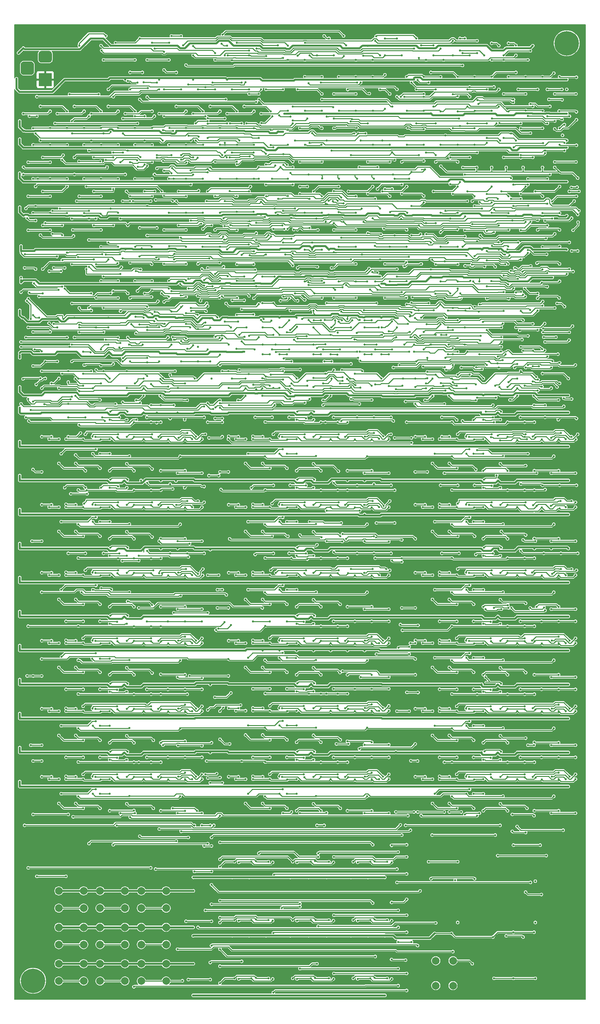
<source format=gbr>
G04 #@! TF.GenerationSoftware,KiCad,Pcbnew,(5.1.5)-3*
G04 #@! TF.CreationDate,2020-08-28T18:26:53+02:00*
G04 #@! TF.ProjectId,FetsAndCrosses,46657473-416e-4644-9372-6f737365732e,v0.1*
G04 #@! TF.SameCoordinates,Original*
G04 #@! TF.FileFunction,Copper,L2,Bot*
G04 #@! TF.FilePolarity,Positive*
%FSLAX46Y46*%
G04 Gerber Fmt 4.6, Leading zero omitted, Abs format (unit mm)*
G04 Created by KiCad (PCBNEW (5.1.5)-3) date 2020-08-28 18:26:53*
%MOMM*%
%LPD*%
G04 APERTURE LIST*
G04 #@! TA.AperFunction,ComponentPad*
%ADD10C,0.100000*%
G04 #@! TD*
G04 #@! TA.AperFunction,ComponentPad*
%ADD11R,3.500000X3.500000*%
G04 #@! TD*
G04 #@! TA.AperFunction,ComponentPad*
%ADD12C,2.000000*%
G04 #@! TD*
G04 #@! TA.AperFunction,ComponentPad*
%ADD13C,0.800000*%
G04 #@! TD*
G04 #@! TA.AperFunction,ComponentPad*
%ADD14C,6.400000*%
G04 #@! TD*
G04 #@! TA.AperFunction,ViaPad*
%ADD15C,0.550000*%
G04 #@! TD*
G04 #@! TA.AperFunction,Conductor*
%ADD16C,0.500000*%
G04 #@! TD*
G04 #@! TA.AperFunction,Conductor*
%ADD17C,0.250000*%
G04 #@! TD*
G04 #@! TA.AperFunction,Conductor*
%ADD18C,0.127000*%
G04 #@! TD*
G04 APERTURE END LIST*
G04 #@! TA.AperFunction,ComponentPad*
D10*
G04 #@! TO.P,J1,3*
G04 #@! TO.N,N/C*
G36*
X21660765Y-17479213D02*
G01*
X21745704Y-17491813D01*
X21828999Y-17512677D01*
X21909848Y-17541605D01*
X21987472Y-17578319D01*
X22061124Y-17622464D01*
X22130094Y-17673616D01*
X22193718Y-17731282D01*
X22251384Y-17794906D01*
X22302536Y-17863876D01*
X22346681Y-17937528D01*
X22383395Y-18015152D01*
X22412323Y-18096001D01*
X22433187Y-18179296D01*
X22445787Y-18264235D01*
X22450000Y-18350000D01*
X22450000Y-20100000D01*
X22445787Y-20185765D01*
X22433187Y-20270704D01*
X22412323Y-20353999D01*
X22383395Y-20434848D01*
X22346681Y-20512472D01*
X22302536Y-20586124D01*
X22251384Y-20655094D01*
X22193718Y-20718718D01*
X22130094Y-20776384D01*
X22061124Y-20827536D01*
X21987472Y-20871681D01*
X21909848Y-20908395D01*
X21828999Y-20937323D01*
X21745704Y-20958187D01*
X21660765Y-20970787D01*
X21575000Y-20975000D01*
X19825000Y-20975000D01*
X19739235Y-20970787D01*
X19654296Y-20958187D01*
X19571001Y-20937323D01*
X19490152Y-20908395D01*
X19412528Y-20871681D01*
X19338876Y-20827536D01*
X19269906Y-20776384D01*
X19206282Y-20718718D01*
X19148616Y-20655094D01*
X19097464Y-20586124D01*
X19053319Y-20512472D01*
X19016605Y-20434848D01*
X18987677Y-20353999D01*
X18966813Y-20270704D01*
X18954213Y-20185765D01*
X18950000Y-20100000D01*
X18950000Y-18350000D01*
X18954213Y-18264235D01*
X18966813Y-18179296D01*
X18987677Y-18096001D01*
X19016605Y-18015152D01*
X19053319Y-17937528D01*
X19097464Y-17863876D01*
X19148616Y-17794906D01*
X19206282Y-17731282D01*
X19269906Y-17673616D01*
X19338876Y-17622464D01*
X19412528Y-17578319D01*
X19490152Y-17541605D01*
X19571001Y-17512677D01*
X19654296Y-17491813D01*
X19739235Y-17479213D01*
X19825000Y-17475000D01*
X21575000Y-17475000D01*
X21660765Y-17479213D01*
G37*
G04 #@! TD.AperFunction*
G04 #@! TA.AperFunction,ComponentPad*
G04 #@! TO.P,J1,2*
G04 #@! TO.N,Net-(C1-Pad1)*
G36*
X26473513Y-14728611D02*
G01*
X26546318Y-14739411D01*
X26617714Y-14757295D01*
X26687013Y-14782090D01*
X26753548Y-14813559D01*
X26816678Y-14851398D01*
X26875795Y-14895242D01*
X26930330Y-14944670D01*
X26979758Y-14999205D01*
X27023602Y-15058322D01*
X27061441Y-15121452D01*
X27092910Y-15187987D01*
X27117705Y-15257286D01*
X27135589Y-15328682D01*
X27146389Y-15401487D01*
X27150000Y-15475000D01*
X27150000Y-16975000D01*
X27146389Y-17048513D01*
X27135589Y-17121318D01*
X27117705Y-17192714D01*
X27092910Y-17262013D01*
X27061441Y-17328548D01*
X27023602Y-17391678D01*
X26979758Y-17450795D01*
X26930330Y-17505330D01*
X26875795Y-17554758D01*
X26816678Y-17598602D01*
X26753548Y-17636441D01*
X26687013Y-17667910D01*
X26617714Y-17692705D01*
X26546318Y-17710589D01*
X26473513Y-17721389D01*
X26400000Y-17725000D01*
X24400000Y-17725000D01*
X24326487Y-17721389D01*
X24253682Y-17710589D01*
X24182286Y-17692705D01*
X24112987Y-17667910D01*
X24046452Y-17636441D01*
X23983322Y-17598602D01*
X23924205Y-17554758D01*
X23869670Y-17505330D01*
X23820242Y-17450795D01*
X23776398Y-17391678D01*
X23738559Y-17328548D01*
X23707090Y-17262013D01*
X23682295Y-17192714D01*
X23664411Y-17121318D01*
X23653611Y-17048513D01*
X23650000Y-16975000D01*
X23650000Y-15475000D01*
X23653611Y-15401487D01*
X23664411Y-15328682D01*
X23682295Y-15257286D01*
X23707090Y-15187987D01*
X23738559Y-15121452D01*
X23776398Y-15058322D01*
X23820242Y-14999205D01*
X23869670Y-14944670D01*
X23924205Y-14895242D01*
X23983322Y-14851398D01*
X24046452Y-14813559D01*
X24112987Y-14782090D01*
X24182286Y-14757295D01*
X24253682Y-14739411D01*
X24326487Y-14728611D01*
X24400000Y-14725000D01*
X26400000Y-14725000D01*
X26473513Y-14728611D01*
G37*
G04 #@! TD.AperFunction*
D11*
G04 #@! TO.P,J1,1*
G04 #@! TO.N,GND*
X25400000Y-22225000D03*
G04 #@! TD*
D12*
G04 #@! TO.P,SW12,1*
G04 #@! TO.N,+5V*
X127635000Y-252580000D03*
G04 #@! TO.P,SW12,2*
G04 #@! TO.N,/PlayerMem_1/RESET*
X132135000Y-252580000D03*
G04 #@! TO.P,SW12,1*
G04 #@! TO.N,+5V*
X127635000Y-259080000D03*
G04 #@! TO.P,SW12,2*
G04 #@! TO.N,/PlayerMem_1/RESET*
X132135000Y-259080000D03*
G04 #@! TD*
G04 #@! TO.P,SW9,1*
G04 #@! TO.N,+5V*
X35456000Y-234315000D03*
G04 #@! TO.P,SW9,2*
G04 #@! TO.N,/PlayerMem_1/M0*
X35456000Y-238815000D03*
G04 #@! TO.P,SW9,1*
G04 #@! TO.N,+5V*
X28956000Y-234315000D03*
G04 #@! TO.P,SW9,2*
G04 #@! TO.N,/PlayerMem_1/M0*
X28956000Y-238815000D03*
G04 #@! TD*
G04 #@! TO.P,SW8,1*
G04 #@! TO.N,+5V*
X57046000Y-243840000D03*
G04 #@! TO.P,SW8,2*
G04 #@! TO.N,/PlayerMem_1/M3*
X57046000Y-248340000D03*
G04 #@! TO.P,SW8,1*
G04 #@! TO.N,+5V*
X50546000Y-243840000D03*
G04 #@! TO.P,SW8,2*
G04 #@! TO.N,/PlayerMem_1/M3*
X50546000Y-248340000D03*
G04 #@! TD*
G04 #@! TO.P,SW7,1*
G04 #@! TO.N,+5V*
X35456000Y-253365000D03*
G04 #@! TO.P,SW7,2*
G04 #@! TO.N,/PlayerMem_1/M6*
X35456000Y-257865000D03*
G04 #@! TO.P,SW7,1*
G04 #@! TO.N,+5V*
X28956000Y-253365000D03*
G04 #@! TO.P,SW7,2*
G04 #@! TO.N,/PlayerMem_1/M6*
X28956000Y-257865000D03*
G04 #@! TD*
G04 #@! TO.P,SW6,1*
G04 #@! TO.N,+5V*
X46251000Y-234315000D03*
G04 #@! TO.P,SW6,2*
G04 #@! TO.N,/PlayerMem_1/M1*
X46251000Y-238815000D03*
G04 #@! TO.P,SW6,1*
G04 #@! TO.N,+5V*
X39751000Y-234315000D03*
G04 #@! TO.P,SW6,2*
G04 #@! TO.N,/PlayerMem_1/M1*
X39751000Y-238815000D03*
G04 #@! TD*
G04 #@! TO.P,SW5,1*
G04 #@! TO.N,+5V*
X46251000Y-243840000D03*
G04 #@! TO.P,SW5,2*
G04 #@! TO.N,/PlayerMem_1/M4*
X46251000Y-248340000D03*
G04 #@! TO.P,SW5,1*
G04 #@! TO.N,+5V*
X39751000Y-243840000D03*
G04 #@! TO.P,SW5,2*
G04 #@! TO.N,/PlayerMem_1/M4*
X39751000Y-248340000D03*
G04 #@! TD*
G04 #@! TO.P,SW4,1*
G04 #@! TO.N,+5V*
X46251000Y-253365000D03*
G04 #@! TO.P,SW4,2*
G04 #@! TO.N,/PlayerMem_1/M7*
X46251000Y-257865000D03*
G04 #@! TO.P,SW4,1*
G04 #@! TO.N,+5V*
X39751000Y-253365000D03*
G04 #@! TO.P,SW4,2*
G04 #@! TO.N,/PlayerMem_1/M7*
X39751000Y-257865000D03*
G04 #@! TD*
G04 #@! TO.P,SW3,1*
G04 #@! TO.N,+5V*
X57046000Y-234315000D03*
G04 #@! TO.P,SW3,2*
G04 #@! TO.N,/PlayerMem_1/M2*
X57046000Y-238815000D03*
G04 #@! TO.P,SW3,1*
G04 #@! TO.N,+5V*
X50546000Y-234315000D03*
G04 #@! TO.P,SW3,2*
G04 #@! TO.N,/PlayerMem_1/M2*
X50546000Y-238815000D03*
G04 #@! TD*
G04 #@! TO.P,SW2,1*
G04 #@! TO.N,+5V*
X35456000Y-243840000D03*
G04 #@! TO.P,SW2,2*
G04 #@! TO.N,/PlayerMem_1/M5*
X35456000Y-248340000D03*
G04 #@! TO.P,SW2,1*
G04 #@! TO.N,+5V*
X28956000Y-243840000D03*
G04 #@! TO.P,SW2,2*
G04 #@! TO.N,/PlayerMem_1/M5*
X28956000Y-248340000D03*
G04 #@! TD*
G04 #@! TO.P,SW1,1*
G04 #@! TO.N,+5V*
X57046000Y-253365000D03*
G04 #@! TO.P,SW1,2*
G04 #@! TO.N,/PlayerMem_1/M8*
X57046000Y-257865000D03*
G04 #@! TO.P,SW1,1*
G04 #@! TO.N,+5V*
X50546000Y-253365000D03*
G04 #@! TO.P,SW1,2*
G04 #@! TO.N,/PlayerMem_1/M8*
X50546000Y-257865000D03*
G04 #@! TD*
D13*
G04 #@! TO.P,H2,1*
G04 #@! TO.N,N/C*
X163622056Y-11002944D03*
X161925000Y-10300000D03*
X160227944Y-11002944D03*
X159525000Y-12700000D03*
X160227944Y-14397056D03*
X161925000Y-15100000D03*
X163622056Y-14397056D03*
X164325000Y-12700000D03*
D14*
X161925000Y-12700000D03*
G04 #@! TD*
D13*
G04 #@! TO.P,H1,1*
G04 #@! TO.N,N/C*
X23922056Y-256112944D03*
X22225000Y-255410000D03*
X20527944Y-256112944D03*
X19825000Y-257810000D03*
X20527944Y-259507056D03*
X22225000Y-260210000D03*
X23922056Y-259507056D03*
X24625000Y-257810000D03*
D14*
X22225000Y-257810000D03*
G04 #@! TD*
D15*
G04 #@! TO.N,GND*
X153035000Y-17780000D03*
X148590000Y-17780000D03*
X144145000Y-17780000D03*
X139700000Y-17780000D03*
X135255000Y-17780000D03*
X130810000Y-17780000D03*
X126365000Y-17780000D03*
X121920000Y-17780000D03*
X117475000Y-17780000D03*
X113030000Y-17780000D03*
X108585000Y-17780000D03*
X104140000Y-17780000D03*
X99695000Y-17780000D03*
X95250000Y-17780000D03*
X90805000Y-17780000D03*
X86360000Y-17780000D03*
X81915000Y-17780000D03*
X77470000Y-17780000D03*
X73025000Y-17780000D03*
X64135000Y-17780000D03*
X59690000Y-17780000D03*
X55245000Y-17780000D03*
X46355000Y-17780000D03*
X46355000Y-26670000D03*
X50800000Y-26670000D03*
X55245000Y-26670000D03*
X59690000Y-26670000D03*
X64135000Y-26670000D03*
X68580000Y-26670000D03*
X77470000Y-26670000D03*
X86360000Y-26670000D03*
X95250000Y-26670000D03*
X108585000Y-26670000D03*
X113030000Y-26670000D03*
X153035000Y-26670000D03*
X108585000Y-35560000D03*
X113030000Y-35560000D03*
X126365000Y-35560000D03*
X139700000Y-35560000D03*
X161925000Y-35560000D03*
X28575000Y-44450000D03*
X64135000Y-44450000D03*
X95250000Y-44450000D03*
X99695000Y-44450000D03*
X104140000Y-44450000D03*
X113030000Y-44450000D03*
X121920000Y-44450000D03*
X135255000Y-44450000D03*
X139700000Y-44450000D03*
X144145000Y-44450000D03*
X153035000Y-44450000D03*
X161925000Y-44450000D03*
X28575000Y-53340000D03*
X41910000Y-53340000D03*
X64135000Y-53340000D03*
X77470000Y-53340000D03*
X121920000Y-53340000D03*
X161925000Y-53340000D03*
X144145000Y-62230000D03*
X148590000Y-62230000D03*
X161925000Y-62230000D03*
X121920000Y-62230000D03*
X117475000Y-62230000D03*
X95250000Y-62230000D03*
X86360000Y-62230000D03*
X81915000Y-62230000D03*
X64135000Y-62230000D03*
X50800000Y-62230000D03*
X46355000Y-62230000D03*
X41910000Y-62230000D03*
X41910000Y-71120000D03*
X50800000Y-71120000D03*
X59690000Y-71120000D03*
X104140000Y-71120000D03*
X130810000Y-71120000D03*
X161925000Y-71120000D03*
X41910000Y-80010000D03*
X50800000Y-80010000D03*
X59690000Y-80010000D03*
X68580000Y-80010000D03*
X104140000Y-80010000D03*
X19685000Y-88900000D03*
X28575000Y-88900000D03*
X41910000Y-88900000D03*
X19685000Y-97790000D03*
X28575000Y-97790000D03*
X33020000Y-97790000D03*
X46355000Y-97790000D03*
X50800000Y-97790000D03*
X68580000Y-97790000D03*
X126365000Y-221615000D03*
X130810000Y-221615000D03*
X135255000Y-221615000D03*
X144145000Y-221615000D03*
X148590000Y-221615000D03*
X153035000Y-221615000D03*
X127635000Y-240030000D03*
X135890000Y-255270000D03*
X137795000Y-259715000D03*
X68495267Y-17814990D03*
X33449778Y-79977530D03*
X148590000Y-44450000D03*
X82030013Y-26670000D03*
X64241772Y-97683228D03*
X157586772Y-62123228D03*
X77597398Y-44415010D03*
X117475000Y-71004987D03*
X130810000Y-80425021D03*
X95315315Y-80032293D03*
X130810000Y-62275041D03*
X117469602Y-80055043D03*
X55251838Y-89315020D03*
X33020000Y-88865010D03*
X96520000Y-34925000D03*
X126285033Y-84463401D03*
X24130000Y-88900000D03*
X51181000Y-113665000D03*
X28956000Y-113665000D03*
X24511000Y-122555000D03*
X37846000Y-122555000D03*
X51181000Y-122555000D03*
X64516000Y-122555000D03*
X42286228Y-113669772D03*
X108966000Y-97790000D03*
X113411000Y-97790000D03*
X60071000Y-106680000D03*
X64516000Y-106680000D03*
X51181000Y-167005000D03*
X64516000Y-167005000D03*
X28956000Y-167005000D03*
X24511000Y-175895000D03*
X37846000Y-175895000D03*
X51181000Y-175895000D03*
X64516000Y-175895000D03*
X42286228Y-167009772D03*
X100076000Y-167005000D03*
X113411000Y-167005000D03*
X77851000Y-167005000D03*
X73406000Y-175895000D03*
X86741000Y-175895000D03*
X100076000Y-175895000D03*
X113411000Y-175895000D03*
X91181228Y-167009772D03*
X162306000Y-167005000D03*
X126746000Y-167005000D03*
X122301000Y-175895000D03*
X135636000Y-175895000D03*
X148971000Y-175895000D03*
X162306000Y-175895000D03*
X140076228Y-167009772D03*
X64516000Y-184785000D03*
X28956000Y-184785000D03*
X24511000Y-193675000D03*
X37846000Y-193675000D03*
X51181000Y-193675000D03*
X64516000Y-193675000D03*
X42286228Y-184789772D03*
X100076000Y-184660000D03*
X113411000Y-184660000D03*
X77851000Y-184660000D03*
X73406000Y-193550000D03*
X86741000Y-193550000D03*
X100076000Y-193550000D03*
X113411000Y-193550000D03*
X91181228Y-184664772D03*
X148971000Y-184785000D03*
X162306000Y-184785000D03*
X126746000Y-184785000D03*
X122301000Y-193675000D03*
X135636000Y-193675000D03*
X148971000Y-193675000D03*
X162306000Y-193675000D03*
X140076228Y-184789772D03*
X51181000Y-202565000D03*
X64516000Y-202565000D03*
X28956000Y-202565000D03*
X24511000Y-211455000D03*
X37846000Y-211455000D03*
X51181000Y-211455000D03*
X64516000Y-211455000D03*
X42286228Y-202569772D03*
X100076000Y-202565000D03*
X113411000Y-202565000D03*
X77851000Y-202565000D03*
X73406000Y-211455000D03*
X86741000Y-211455000D03*
X100076000Y-211455000D03*
X113411000Y-211455000D03*
X91181228Y-202569772D03*
X148971000Y-202565000D03*
X162306000Y-202565000D03*
X126746000Y-202565000D03*
X122301000Y-211455000D03*
X135636000Y-211455000D03*
X148971000Y-211455000D03*
X162306000Y-211455000D03*
X140076228Y-202569772D03*
X100076000Y-113665000D03*
X113411000Y-113665000D03*
X77851000Y-113665000D03*
X73406000Y-122555000D03*
X86741000Y-122555000D03*
X100076000Y-122555000D03*
X113411000Y-122555000D03*
X91181228Y-113669772D03*
X162306000Y-113665000D03*
X126746000Y-113665000D03*
X122301000Y-122555000D03*
X135636000Y-122555000D03*
X148971000Y-122555000D03*
X162306000Y-122555000D03*
X140076228Y-113669772D03*
X51181000Y-131445000D03*
X64516000Y-131445000D03*
X28956000Y-131445000D03*
X24511000Y-140335000D03*
X37846000Y-140335000D03*
X51181000Y-140335000D03*
X64516000Y-140335000D03*
X42286228Y-131449772D03*
X100076000Y-131445000D03*
X113411000Y-131445000D03*
X77851000Y-131445000D03*
X73406000Y-140335000D03*
X86741000Y-140335000D03*
X100076000Y-140335000D03*
X113411000Y-140335000D03*
X91181228Y-131449772D03*
X148971000Y-131445000D03*
X162306000Y-131445000D03*
X126746000Y-131445000D03*
X122301000Y-140335000D03*
X135636000Y-140335000D03*
X148971000Y-140335000D03*
X162306000Y-140335000D03*
X140076228Y-131449772D03*
X51181000Y-149225000D03*
X64516000Y-149225000D03*
X28956000Y-149225000D03*
X24511000Y-158115000D03*
X37846000Y-158115000D03*
X51181000Y-158115000D03*
X64516000Y-158115000D03*
X42286228Y-149229772D03*
X113411000Y-149225000D03*
X77851000Y-149225000D03*
X73406000Y-158115000D03*
X86741000Y-158115000D03*
X100076000Y-158115000D03*
X113411000Y-158115000D03*
X91181228Y-149229772D03*
X148971000Y-149225000D03*
X162306000Y-149225000D03*
X126746000Y-149225000D03*
X122301000Y-158115000D03*
X135636000Y-158115000D03*
X148971000Y-158115000D03*
X162306000Y-158115000D03*
X140076228Y-149229772D03*
X73349624Y-26608268D03*
X127000000Y-27305000D03*
X47625000Y-242570000D03*
X58420000Y-242570000D03*
X36830000Y-242570000D03*
X36830000Y-252095000D03*
X47625000Y-252095000D03*
X58420000Y-252095000D03*
X58420000Y-261620000D03*
X47625000Y-261620000D03*
X36830000Y-261620000D03*
X38735000Y-16510000D03*
X38735000Y-15240000D03*
X38735000Y-13970000D03*
X166052500Y-23177500D03*
X166052500Y-24130000D03*
X166052500Y-25082500D03*
X45085000Y-17780000D03*
X166052500Y-42545000D03*
X166052500Y-43497500D03*
X166052500Y-44450000D03*
X165100000Y-210185000D03*
X165100000Y-210820000D03*
X165120002Y-211455000D03*
X165100000Y-201295000D03*
X165100000Y-201930000D03*
X165120002Y-202565000D03*
X165100000Y-192087500D03*
X165100000Y-192722500D03*
X165120002Y-193357500D03*
X165100000Y-184150000D03*
X165100000Y-183515000D03*
X165100000Y-182880000D03*
X165100000Y-175260000D03*
X165100000Y-174625000D03*
X165100000Y-173990000D03*
X165100000Y-166052500D03*
X165100000Y-165417500D03*
X165100000Y-164782500D03*
X165100000Y-157480000D03*
X165100000Y-156845000D03*
X165100000Y-156210000D03*
X165100000Y-148590000D03*
X165100000Y-147955000D03*
X165100000Y-147320000D03*
X165100000Y-139700000D03*
X165100000Y-139065000D03*
X165100000Y-138430000D03*
X165100000Y-130810000D03*
X165100000Y-130175000D03*
X165100000Y-129540000D03*
X165100000Y-121920000D03*
X165100000Y-121285000D03*
X165100000Y-120650000D03*
X165100000Y-113030000D03*
X165100000Y-112395000D03*
X165100000Y-111760000D03*
X157797500Y-106680000D03*
X162242500Y-106680000D03*
X140017500Y-106680000D03*
X135572500Y-106680000D03*
X165100000Y-106362500D03*
X165100000Y-105727500D03*
X148590000Y-237490000D03*
X162877500Y-237490000D03*
X153670000Y-35877500D03*
X162207510Y-26759856D03*
X166052500Y-35242500D03*
X166052500Y-34290000D03*
X166052500Y-33337500D03*
X19685000Y-115570000D03*
X19685000Y-133350000D03*
X19685000Y-151447500D03*
X19685000Y-168910000D03*
X19685000Y-187007500D03*
X19685000Y-204787500D03*
X116225002Y-131445000D03*
X116522500Y-113665000D03*
X116225002Y-148907500D03*
X116522500Y-167005000D03*
X116225002Y-184467500D03*
X116522500Y-202565000D03*
X67330002Y-113665000D03*
X67330002Y-131445000D03*
X100965000Y-149542500D03*
X149860000Y-167322500D03*
X52070000Y-185102500D03*
X67330002Y-202565000D03*
X67330002Y-167005000D03*
X67330002Y-148904966D03*
X60960000Y-97790000D03*
X95567500Y-97790000D03*
X100012500Y-97790000D03*
X91122500Y-107315000D03*
X108902500Y-106680000D03*
X113347500Y-106680000D03*
X138112500Y-255587500D03*
X164782500Y-53975000D03*
X165100000Y-61912500D03*
X165100000Y-61277500D03*
X165100000Y-62547500D03*
X42862500Y-44767500D03*
X129540000Y-53340000D03*
X129540000Y-44132500D03*
X157480000Y-71120000D03*
X165100000Y-70802500D03*
X165100000Y-70167500D03*
X165120002Y-69532500D03*
X88265000Y-71437500D03*
X82232500Y-71437500D03*
X29837472Y-65949990D03*
X20002500Y-78740000D03*
X137575021Y-80425021D03*
X124142500Y-80010000D03*
X110807500Y-80010000D03*
X165100000Y-79692500D03*
X165100000Y-79057500D03*
X165100000Y-78422500D03*
X24112085Y-97754169D03*
X37572731Y-97682766D03*
X29210000Y-88900000D03*
X29845000Y-88900000D03*
X27940000Y-97790000D03*
X27305000Y-97790000D03*
X165100000Y-97472500D03*
X165100000Y-96837500D03*
X165100000Y-96202500D03*
X127635000Y-80010000D03*
X55245000Y-97790000D03*
X42334272Y-106397490D03*
X82212478Y-79895256D03*
X41889978Y-97675256D03*
X104140000Y-62230000D03*
X148971000Y-113619957D03*
X161925000Y-96202500D03*
X69850000Y-260615000D03*
X69850000Y-262390000D03*
X70485000Y-262390000D03*
X71120000Y-262390000D03*
X165100000Y-221297500D03*
X165100000Y-220662500D03*
X165100000Y-220027500D03*
X142557500Y-240030000D03*
X147955000Y-240030000D03*
X147955000Y-254635000D03*
X144780000Y-88265000D03*
X146685000Y-88265000D03*
X64135000Y-89437479D03*
X90330595Y-80769952D03*
X95057970Y-71615052D03*
X68511497Y-89447532D03*
X50895009Y-89315020D03*
X59655010Y-88934990D03*
X64534544Y-113669295D03*
X144462500Y-71437500D03*
X134602085Y-80045831D03*
X143920134Y-79922532D03*
X37614710Y-88865010D03*
X77470000Y-61999970D03*
X157577519Y-80030372D03*
X68580000Y-70837490D03*
X28575000Y-61947490D03*
X46355000Y-88900000D03*
X67330002Y-184838376D03*
X86697870Y-107095021D03*
X82378932Y-97507490D03*
X149199176Y-88375655D03*
X45085000Y-10795000D03*
X139162521Y-26254979D03*
X149225000Y-71120000D03*
X86756796Y-97288017D03*
X59691994Y-97746442D03*
X37782500Y-106680000D03*
X68653117Y-106664068D03*
G04 #@! TO.N,Net-(C1-Pad1)*
X41275000Y-10795000D03*
X34290000Y-13335000D03*
G04 #@! TO.N,+5V*
X18732500Y-206375000D03*
X18732500Y-207010000D03*
X18732500Y-205740000D03*
X18732500Y-197485000D03*
X18732500Y-198120000D03*
X18732500Y-196850000D03*
X18732500Y-188595000D03*
X18732500Y-189230000D03*
X18732500Y-187960000D03*
X18732500Y-179705000D03*
X18732500Y-180340000D03*
X18732500Y-179070000D03*
X18732500Y-170815000D03*
X18732500Y-171450000D03*
X18732500Y-170180000D03*
X18732500Y-161925000D03*
X18732500Y-162560000D03*
X18732500Y-161290000D03*
X18732500Y-153035000D03*
X18732500Y-153670000D03*
X18732500Y-152400000D03*
X18732500Y-144145000D03*
X18732500Y-144780000D03*
X18732500Y-143510000D03*
X18732500Y-135255000D03*
X18732500Y-135890000D03*
X18732500Y-134620000D03*
X18732500Y-126365000D03*
X18732500Y-127000000D03*
X18732500Y-125730000D03*
X18732500Y-117475000D03*
X18732500Y-118110000D03*
X18732500Y-116840000D03*
X18732500Y-108585000D03*
X18732500Y-109220000D03*
X18732500Y-107950000D03*
X153035000Y-31115000D03*
X135255000Y-31115000D03*
X127000000Y-48895000D03*
X46355000Y-13335000D03*
X50800000Y-13335000D03*
X55245000Y-13335000D03*
X59690000Y-13335000D03*
X77470000Y-13335000D03*
X113030000Y-13335000D03*
X130810000Y-13335000D03*
X139700000Y-13335000D03*
X153035000Y-13335000D03*
X161925000Y-22225000D03*
X157480000Y-22225000D03*
X153035000Y-22225000D03*
X148590000Y-22225000D03*
X144145000Y-22225000D03*
X139700000Y-22225000D03*
X135255000Y-22225000D03*
X130810000Y-22225000D03*
X126365000Y-22225000D03*
X121920000Y-22225000D03*
X117475000Y-22225000D03*
X113030000Y-22225000D03*
X108585000Y-22225000D03*
X104140000Y-22225000D03*
X99695000Y-22225000D03*
X90805000Y-22225000D03*
X81915000Y-22225000D03*
X73025000Y-22225000D03*
X64135000Y-22225000D03*
X55245000Y-22225000D03*
X41910000Y-22225000D03*
X161925000Y-31115000D03*
X157480000Y-31115000D03*
X139700000Y-31115000D03*
X117475000Y-31115000D03*
X113030000Y-31115000D03*
X108585000Y-31115000D03*
X104140000Y-31115000D03*
X99695000Y-31115000D03*
X95250000Y-31115000D03*
X90805000Y-31115000D03*
X19685000Y-35560000D03*
X24130000Y-35560000D03*
X28575000Y-35560000D03*
X33020000Y-35560000D03*
X37465000Y-35560000D03*
X46355000Y-35560000D03*
X50800000Y-35560000D03*
X68580000Y-35560000D03*
X73025000Y-35560000D03*
X77470000Y-35560000D03*
X161925000Y-40005000D03*
X157480000Y-40005000D03*
X153035000Y-40005000D03*
X144145000Y-40005000D03*
X139700000Y-40005000D03*
X135255000Y-40005000D03*
X130810000Y-40005000D03*
X126365000Y-40005000D03*
X121920000Y-40005000D03*
X117475000Y-40005000D03*
X113030000Y-40005000D03*
X108585000Y-40005000D03*
X104140000Y-40005000D03*
X99695000Y-40005000D03*
X95250000Y-40005000D03*
X90805000Y-40005000D03*
X86360000Y-40005000D03*
X81915000Y-40005000D03*
X73025000Y-40005000D03*
X68580000Y-40005000D03*
X64135000Y-40005000D03*
X59690000Y-40005000D03*
X55245000Y-40005000D03*
X50800000Y-40005000D03*
X46355000Y-40005000D03*
X41910000Y-40005000D03*
X37465000Y-40005000D03*
X33020000Y-40005000D03*
X28575000Y-40005000D03*
X24130000Y-40005000D03*
X19685000Y-40005000D03*
X161925000Y-48895000D03*
X157480000Y-48895000D03*
X153035000Y-48895000D03*
X148590000Y-48895000D03*
X144145000Y-48895000D03*
X139700000Y-48895000D03*
X135255000Y-48895000D03*
X130810000Y-48895000D03*
X121920000Y-48895000D03*
X117475000Y-48895000D03*
X113030000Y-48895000D03*
X108585000Y-48895000D03*
X104140000Y-48895000D03*
X99695000Y-48895000D03*
X95250000Y-48895000D03*
X90805000Y-48895000D03*
X86360000Y-48895000D03*
X81915000Y-48895000D03*
X77470000Y-48895000D03*
X73025000Y-48895000D03*
X64135000Y-48895000D03*
X59690000Y-48895000D03*
X55245000Y-48895000D03*
X46355000Y-48895000D03*
X41910000Y-48895000D03*
X37465000Y-48895000D03*
X33020000Y-48895000D03*
X28575000Y-48895000D03*
X24130000Y-48895000D03*
X19685000Y-48895000D03*
X161925000Y-57785000D03*
X157480000Y-57785000D03*
X148590000Y-57785000D03*
X144145000Y-57785000D03*
X139700000Y-57785000D03*
X161925000Y-66675000D03*
X153035000Y-66675000D03*
X139700000Y-66675000D03*
X130810000Y-66675000D03*
X126365000Y-66675000D03*
X117475000Y-66675000D03*
X113030000Y-66675000D03*
X104140000Y-66675000D03*
X99695000Y-66675000D03*
X81915000Y-66675000D03*
X68580000Y-66675000D03*
X64135000Y-66675000D03*
X41910000Y-66675000D03*
X37465000Y-66675000D03*
X59690000Y-75565000D03*
X50800000Y-75565000D03*
X46355000Y-75565000D03*
X41910000Y-75565000D03*
X37465000Y-75565000D03*
X33020000Y-75565000D03*
X77470000Y-84455000D03*
X41910000Y-84455000D03*
X33020000Y-84455000D03*
X19685000Y-84455000D03*
X77470000Y-93345000D03*
X68580000Y-93345000D03*
X33020000Y-93345000D03*
X19685000Y-93345000D03*
X24130000Y-57785000D03*
X28575000Y-57785000D03*
X33020000Y-57785000D03*
X37465000Y-57785000D03*
X46355000Y-57785000D03*
X50800000Y-57785000D03*
X55245000Y-57785000D03*
X59690000Y-57785000D03*
X64135000Y-57785000D03*
X68580000Y-57785000D03*
X95250000Y-57785000D03*
X130810000Y-57785000D03*
X64135000Y-35560000D03*
X59690000Y-35560000D03*
X55245000Y-35560000D03*
X153670000Y-231775000D03*
X89535000Y-261620000D03*
X94297500Y-261620000D03*
X99060000Y-261620000D03*
X83185000Y-261620000D03*
X78740000Y-261620000D03*
X74295000Y-261620000D03*
X105410000Y-261620000D03*
X109855000Y-261620000D03*
X114300000Y-261620000D03*
X74295643Y-246026174D03*
X78725866Y-246025361D03*
X83175332Y-246025275D03*
X89520866Y-246025361D03*
X94305846Y-246026282D03*
X99045866Y-246025361D03*
X133350000Y-242570000D03*
X147955000Y-245110000D03*
X153670000Y-242570000D03*
X153670000Y-257175000D03*
X105395866Y-246025361D03*
X109863346Y-246026282D03*
X114290985Y-246025276D03*
X74303346Y-230786282D03*
X78748346Y-230786282D03*
X83209990Y-230750617D03*
X89520866Y-230785361D03*
X94283366Y-230785361D03*
X99045866Y-230785361D03*
X105395866Y-230785361D03*
X109845332Y-230785275D03*
X114285866Y-230785361D03*
X143720728Y-31539272D03*
X19780009Y-57785000D03*
X95250000Y-22190010D03*
X50895009Y-48895000D03*
X156210000Y-90805000D03*
X126310008Y-31001201D03*
X113030000Y-57594991D03*
X126428663Y-57594991D03*
X121983663Y-57594991D03*
X122015009Y-31115000D03*
X42048650Y-93421304D03*
X130840077Y-31530021D03*
X77543692Y-39979472D03*
X72918228Y-93451772D03*
X59690000Y-93760021D03*
X55484481Y-93760021D03*
X95250000Y-13324955D03*
X86360000Y-35790032D03*
X81968081Y-35790032D03*
X157575009Y-66585728D03*
X99610267Y-57554968D03*
X90889732Y-57665438D03*
X86275267Y-57554968D03*
X77475398Y-75525478D03*
X68473228Y-84561772D03*
X28681772Y-84561772D03*
X148655081Y-31004586D03*
X148958095Y-67275010D03*
X73023068Y-75369967D03*
X73061662Y-84402241D03*
X67945000Y-12700000D03*
X116840000Y-57785000D03*
X86741000Y-73660000D03*
X46210679Y-84559607D03*
X46449290Y-93376947D03*
X86741000Y-84455000D03*
X91186000Y-84455000D03*
X64516000Y-104775000D03*
X46736000Y-104775000D03*
X42291000Y-104775000D03*
X24511000Y-104775000D03*
X113411000Y-104775000D03*
X95631000Y-104775000D03*
X162306000Y-104775000D03*
X144526000Y-104775000D03*
X91186000Y-104775000D03*
X73406000Y-104775000D03*
X140081000Y-104775000D03*
X37846000Y-162560000D03*
X41656000Y-162560000D03*
X46101000Y-162560000D03*
X51181000Y-162560000D03*
X55626000Y-162560000D03*
X60071000Y-162560000D03*
X64516000Y-162560000D03*
X33401000Y-162560000D03*
X28956000Y-162560000D03*
X64516000Y-171450000D03*
X60071000Y-171450000D03*
X55626000Y-171450000D03*
X51181000Y-171450000D03*
X42291000Y-171450000D03*
X33401000Y-171450000D03*
X28951228Y-171454772D03*
X46731228Y-171454772D03*
X24511000Y-171450000D03*
X24511000Y-162560000D03*
X86741000Y-162560000D03*
X90551000Y-162560000D03*
X94996000Y-162560000D03*
X100076000Y-162560000D03*
X104521000Y-162560000D03*
X108966000Y-162560000D03*
X113411000Y-162560000D03*
X82296000Y-162560000D03*
X77851000Y-162560000D03*
X113411000Y-171450000D03*
X108966000Y-171450000D03*
X104521000Y-171450000D03*
X100076000Y-171450000D03*
X91186000Y-171450000D03*
X82296000Y-171450000D03*
X77846228Y-171454772D03*
X95626228Y-171454772D03*
X86736228Y-171454772D03*
X73406000Y-171450000D03*
X73406000Y-162560000D03*
X135636000Y-162560000D03*
X143891000Y-162560000D03*
X148971000Y-162560000D03*
X153416000Y-162560000D03*
X157861000Y-162560000D03*
X162306000Y-162560000D03*
X131191000Y-162560000D03*
X126746000Y-162560000D03*
X162306000Y-171450000D03*
X157861000Y-171450000D03*
X153416000Y-171450000D03*
X148971000Y-171450000D03*
X140081000Y-171450000D03*
X131191000Y-171450000D03*
X126741228Y-171454772D03*
X144521228Y-171454772D03*
X135631228Y-171454772D03*
X122301000Y-171450000D03*
X122301000Y-162560000D03*
X37846000Y-180340000D03*
X41656000Y-180340000D03*
X46101000Y-180340000D03*
X51181000Y-180340000D03*
X55626000Y-180340000D03*
X60071000Y-180340000D03*
X64516000Y-180340000D03*
X33401000Y-180340000D03*
X28956000Y-180340000D03*
X64516000Y-189230000D03*
X60071000Y-189230000D03*
X55626000Y-189230000D03*
X51181000Y-189230000D03*
X42291000Y-189230000D03*
X33401000Y-189230000D03*
X28951228Y-189234772D03*
X46731228Y-189234772D03*
X37841228Y-189234772D03*
X24511000Y-189230000D03*
X24511000Y-180340000D03*
X86741000Y-180215000D03*
X90551000Y-180215000D03*
X94996000Y-180215000D03*
X100076000Y-180215000D03*
X104521000Y-180215000D03*
X108966000Y-180215000D03*
X113411000Y-180215000D03*
X82296000Y-180215000D03*
X77851000Y-180215000D03*
X113411000Y-189105000D03*
X108966000Y-189105000D03*
X104521000Y-189105000D03*
X100076000Y-189105000D03*
X91186000Y-189105000D03*
X82296000Y-189105000D03*
X77846228Y-189109772D03*
X95626228Y-189109772D03*
X86736228Y-189109772D03*
X73406000Y-189105000D03*
X73406000Y-180215000D03*
X135636000Y-180340000D03*
X143891000Y-180340000D03*
X148971000Y-180340000D03*
X153416000Y-180340000D03*
X157861000Y-180340000D03*
X162306000Y-180340000D03*
X131191000Y-180340000D03*
X126746000Y-180340000D03*
X162306000Y-189230000D03*
X157861000Y-189230000D03*
X153416000Y-189230000D03*
X148971000Y-189230000D03*
X140081000Y-189230000D03*
X131191000Y-189230000D03*
X126741228Y-189234772D03*
X144521228Y-189234772D03*
X135631228Y-189234772D03*
X122301000Y-189230000D03*
X122301000Y-180340000D03*
X37846000Y-198120000D03*
X41656000Y-198120000D03*
X46101000Y-198120000D03*
X51181000Y-198120000D03*
X60071000Y-198120000D03*
X64516000Y-198120000D03*
X33401000Y-198120000D03*
X28956000Y-198120000D03*
X64516000Y-207010000D03*
X60071000Y-207010000D03*
X55626000Y-207010000D03*
X51181000Y-207010000D03*
X42291000Y-207010000D03*
X33401000Y-207010000D03*
X28951228Y-207014772D03*
X46731228Y-207014772D03*
X37841228Y-207014772D03*
X24511000Y-207010000D03*
X24511000Y-198120000D03*
X86741000Y-198120000D03*
X90551000Y-198120000D03*
X94996000Y-198120000D03*
X100076000Y-198120000D03*
X104521000Y-198120000D03*
X108966000Y-198120000D03*
X113411000Y-198120000D03*
X82296000Y-198120000D03*
X77851000Y-198120000D03*
X113411000Y-207010000D03*
X108966000Y-207010000D03*
X104521000Y-207010000D03*
X100076000Y-207010000D03*
X91186000Y-207010000D03*
X82296000Y-207010000D03*
X77846228Y-207014772D03*
X95626228Y-207014772D03*
X86736228Y-207014772D03*
X73406000Y-207010000D03*
X73406000Y-198120000D03*
X135636000Y-198120000D03*
X143891000Y-198120000D03*
X148971000Y-198120000D03*
X153416000Y-198120000D03*
X157861000Y-198120000D03*
X162306000Y-198120000D03*
X131191000Y-198120000D03*
X126746000Y-198120000D03*
X162306000Y-207010000D03*
X157861000Y-207010000D03*
X153416000Y-207010000D03*
X148971000Y-207010000D03*
X140081000Y-207010000D03*
X131191000Y-207010000D03*
X126741228Y-207014772D03*
X144521228Y-207014772D03*
X135631228Y-207014772D03*
X122301000Y-207010000D03*
X122301000Y-198120000D03*
X37846000Y-127000000D03*
X41656000Y-127000000D03*
X46101000Y-127000000D03*
X55626000Y-127000000D03*
X64516000Y-127000000D03*
X33401000Y-127000000D03*
X28956000Y-127000000D03*
X64516000Y-135890000D03*
X60071000Y-135890000D03*
X55626000Y-135890000D03*
X51181000Y-135890000D03*
X42291000Y-135890000D03*
X33401000Y-135890000D03*
X28951228Y-135894772D03*
X46731228Y-135894772D03*
X37841228Y-135894772D03*
X24511000Y-135890000D03*
X24511000Y-127000000D03*
X86741000Y-127000000D03*
X90551000Y-127000000D03*
X94996000Y-127000000D03*
X100076000Y-127000000D03*
X104521000Y-127000000D03*
X108966000Y-127000000D03*
X113411000Y-127000000D03*
X82296000Y-127000000D03*
X77851000Y-127000000D03*
X113411000Y-135890000D03*
X108966000Y-135890000D03*
X104521000Y-135890000D03*
X100076000Y-135890000D03*
X91186000Y-135890000D03*
X82296000Y-135890000D03*
X77846228Y-135894772D03*
X95626228Y-135894772D03*
X86736228Y-135894772D03*
X73406000Y-135890000D03*
X73406000Y-127000000D03*
X135636000Y-127000000D03*
X139446000Y-127000000D03*
X148971000Y-127000000D03*
X153416000Y-127000000D03*
X157861000Y-127000000D03*
X162306000Y-127000000D03*
X131191000Y-127000000D03*
X126746000Y-127000000D03*
X162306000Y-135890000D03*
X157861000Y-135890000D03*
X153416000Y-135890000D03*
X148971000Y-135890000D03*
X140081000Y-135890000D03*
X131191000Y-135890000D03*
X126741228Y-135894772D03*
X144521228Y-135894772D03*
X135631228Y-135894772D03*
X122301000Y-135890000D03*
X122301000Y-127000000D03*
X37846000Y-144780000D03*
X41656000Y-144780000D03*
X46101000Y-144780000D03*
X51181000Y-144780000D03*
X55626000Y-144780000D03*
X60071000Y-144780000D03*
X64516000Y-144780000D03*
X33401000Y-144780000D03*
X28956000Y-144780000D03*
X64516000Y-153670000D03*
X60071000Y-153670000D03*
X55626000Y-153670000D03*
X51181000Y-153670000D03*
X42291000Y-153670000D03*
X33401000Y-153670000D03*
X28951228Y-153674772D03*
X46731228Y-153674772D03*
X37841228Y-153674772D03*
X24511000Y-153670000D03*
X24511000Y-144780000D03*
X86741000Y-144780000D03*
X90551000Y-144780000D03*
X100076000Y-144780000D03*
X104521000Y-144780000D03*
X108966000Y-144780000D03*
X113411000Y-144780000D03*
X82296000Y-144780000D03*
X77851000Y-144780000D03*
X113411000Y-153670000D03*
X108966000Y-153670000D03*
X104521000Y-153670000D03*
X100076000Y-153670000D03*
X91186000Y-153670000D03*
X82296000Y-153670000D03*
X77846228Y-153674772D03*
X95626228Y-153674772D03*
X86736228Y-153674772D03*
X73406000Y-153670000D03*
X73406000Y-144780000D03*
X135636000Y-144780000D03*
X139446000Y-144780000D03*
X148971000Y-144780000D03*
X153416000Y-144780000D03*
X157861000Y-144780000D03*
X162306000Y-144780000D03*
X131191000Y-144780000D03*
X126746000Y-144780000D03*
X162306000Y-153670000D03*
X157861000Y-153670000D03*
X153416000Y-153670000D03*
X148971000Y-153670000D03*
X140081000Y-153670000D03*
X131191000Y-153670000D03*
X126741228Y-153674772D03*
X144521228Y-153674772D03*
X135631228Y-153674772D03*
X122301000Y-153670000D03*
X122301000Y-144780000D03*
X68804770Y-48895000D03*
X153035000Y-57785000D03*
X147955000Y-257175000D03*
X142875000Y-257175000D03*
X42545000Y-13335000D03*
X19050000Y-14605000D03*
X19685000Y-13970000D03*
X18415000Y-15240000D03*
X17870010Y-21997510D03*
X17870010Y-23087490D03*
X17870010Y-24220010D03*
X37920687Y-171522835D03*
X108966000Y-109220000D03*
X113411000Y-109220000D03*
X135636000Y-109220000D03*
X77846228Y-118114772D03*
X91186000Y-118110000D03*
X104521000Y-118110000D03*
X77851000Y-109220000D03*
X90551000Y-109220000D03*
X157861000Y-109220000D03*
X95626228Y-118114772D03*
X122301000Y-109220000D03*
X162306000Y-109220000D03*
X104521000Y-109220000D03*
X122301000Y-118110000D03*
X135631228Y-118114772D03*
X144521228Y-118114772D03*
X100076000Y-118110000D03*
X126741228Y-118114772D03*
X148971000Y-109220000D03*
X131191000Y-118110000D03*
X140081000Y-118110000D03*
X148971000Y-118110000D03*
X153416000Y-118110000D03*
X157861000Y-118110000D03*
X162306000Y-118110000D03*
X126746000Y-109220000D03*
X153416000Y-109220000D03*
X131191000Y-109220000D03*
X143891000Y-109220000D03*
X82296000Y-109220000D03*
X73406000Y-109220000D03*
X100076000Y-109220000D03*
X73406000Y-118110000D03*
X86736228Y-118114772D03*
X82296000Y-118110000D03*
X86741000Y-109220000D03*
X108966000Y-118110000D03*
X113411000Y-118110000D03*
X64516000Y-118110000D03*
X41656000Y-109220000D03*
X28956000Y-109220000D03*
X51181000Y-109220000D03*
X46731228Y-118114772D03*
X28951228Y-118114772D03*
X33401000Y-118110000D03*
X42291000Y-118110000D03*
X51181000Y-118110000D03*
X55626000Y-118110000D03*
X33401000Y-109220000D03*
X64516000Y-109220000D03*
X46101000Y-109220000D03*
X24511000Y-109220000D03*
X37841228Y-118114772D03*
X37846000Y-109220000D03*
X24511000Y-118110000D03*
X60071000Y-109220000D03*
X60071000Y-118110000D03*
X68897500Y-104775000D03*
X82232500Y-75565000D03*
X95250000Y-73660000D03*
X104140000Y-73660000D03*
X113030000Y-73660000D03*
X55621228Y-198124772D03*
X18732500Y-34290000D03*
X18732500Y-33655000D03*
X18732500Y-33020000D03*
X18732500Y-39052500D03*
X18732500Y-38417500D03*
X18732500Y-37782500D03*
X18732500Y-47942500D03*
X18732500Y-47307500D03*
X18732500Y-46672500D03*
X87947500Y-31115000D03*
X88582500Y-31115000D03*
X89217500Y-31115000D03*
X86995000Y-35877500D03*
X87630000Y-35877500D03*
X18732500Y-56832500D03*
X18732500Y-56197500D03*
X18732500Y-55562500D03*
X24130000Y-100255002D03*
X18732500Y-103822500D03*
X18732500Y-103187500D03*
X18732500Y-102552500D03*
X19050000Y-66992500D03*
X22542500Y-66992500D03*
X117475000Y-127000000D03*
X117475000Y-109220000D03*
X117475000Y-144780000D03*
X117475000Y-162560000D03*
X117475000Y-180340000D03*
X68580000Y-109220000D03*
X68580000Y-127000000D03*
X68580000Y-198120000D03*
X68580000Y-180340000D03*
X68580000Y-162560000D03*
X68580000Y-145097500D03*
X153352500Y-245110000D03*
X131762500Y-245427500D03*
X127317500Y-245427500D03*
X142557500Y-246380000D03*
X19050000Y-66357500D03*
X19050000Y-65722500D03*
X30797500Y-75565000D03*
X18732500Y-83820000D03*
X18732500Y-83185000D03*
X18732500Y-82550000D03*
X18732500Y-93662500D03*
X18732500Y-94297500D03*
X18732500Y-94932500D03*
X113347500Y-75565000D03*
X113982500Y-75565000D03*
X114617500Y-75882500D03*
X112395000Y-73660000D03*
X122555000Y-74930000D03*
X117157500Y-75882500D03*
X126365000Y-73660000D03*
X130810000Y-73660000D03*
X134937500Y-73977500D03*
X86677500Y-66675000D03*
X19050000Y-75247500D03*
X19050000Y-74612500D03*
X19050000Y-73977500D03*
X108585000Y-73660000D03*
X19589714Y-100448257D03*
X28575000Y-93345000D03*
X122301000Y-104800000D03*
X64171218Y-230786282D03*
X64135000Y-261620000D03*
X64135000Y-246062500D03*
X64152000Y-253348000D03*
X64135000Y-243840000D03*
X64161500Y-234288500D03*
X104140000Y-57785000D03*
X90901856Y-66440943D03*
X55267328Y-84261781D03*
X55340009Y-75545532D03*
X113411000Y-84489990D03*
X108965095Y-84375131D03*
X59655010Y-84573877D03*
X111442500Y-73660000D03*
X59608647Y-127130752D03*
X143795022Y-73977500D03*
X94996000Y-109317521D03*
X81915000Y-57502490D03*
X77363228Y-57502490D03*
X73025000Y-57502490D03*
X50671498Y-66319048D03*
X46428924Y-66577479D03*
X55245000Y-66577479D03*
X59716275Y-66622814D03*
X152819419Y-73942510D03*
X158115000Y-73942510D03*
X162525010Y-90330239D03*
X64009403Y-75474233D03*
X68580000Y-75565000D03*
X41985097Y-57858925D03*
X28468228Y-68473228D03*
X132715000Y-231492490D03*
X139665010Y-180273383D03*
X139665010Y-198053383D03*
X139665010Y-162560000D03*
X139480021Y-109215704D03*
X117192490Y-197973568D03*
X143925021Y-127000000D03*
X100076000Y-83854990D03*
X95215010Y-144780000D03*
X117698410Y-84522024D03*
X46319169Y-22207085D03*
X41874169Y-35542085D03*
X144145000Y-66675000D03*
X95250000Y-66675000D03*
X91186000Y-73787533D03*
X100012500Y-73787531D03*
X139065000Y-74930000D03*
X95567500Y-82550000D03*
X82550000Y-84772500D03*
X104527489Y-84751962D03*
X54610000Y-109220000D03*
X50482500Y-127000000D03*
X144002781Y-144744289D03*
G04 #@! TO.N,/PlayerMem_1/RESET*
X137160000Y-253365000D03*
X41910000Y-24765000D03*
X117468227Y-24771773D03*
X68897500Y-100330000D03*
X19050000Y-106997500D03*
X67310000Y-85725000D03*
X58737500Y-53975000D03*
X56515000Y-46037500D03*
X56515000Y-31750000D03*
X67310000Y-31750000D03*
X67310000Y-24130000D03*
X54292500Y-53657500D03*
X54331959Y-84747880D03*
X69344180Y-108343475D03*
X132080000Y-250190000D03*
X60007500Y-249555000D03*
X59690000Y-221297500D03*
X36830000Y-221932500D03*
X36359989Y-130492500D03*
X32067500Y-130492500D03*
X31432500Y-106997500D03*
X58440002Y-46672500D03*
G04 #@! TO.N,Net-(C8-Pad1)*
X24765000Y-78105000D03*
X21243050Y-77970140D03*
G04 #@! TO.N,/PlayerMem_1/~R*
X34036000Y-173990000D03*
X60727722Y-174011722D03*
X82931000Y-173990000D03*
X109622722Y-174011722D03*
X131826000Y-173990000D03*
X158517722Y-174011722D03*
X34036000Y-191770000D03*
X60727722Y-191791722D03*
X82931000Y-191645000D03*
X109622722Y-191666722D03*
X131826000Y-191770000D03*
X158517722Y-191791722D03*
X34036000Y-209550000D03*
X60727722Y-209571722D03*
X82931000Y-209550000D03*
X109622722Y-209571722D03*
X131826000Y-209550000D03*
X158517722Y-209571722D03*
X59055000Y-161607500D03*
X67945000Y-161607500D03*
X67945000Y-151765000D03*
X70802500Y-151765000D03*
X70802500Y-125730000D03*
X68262500Y-125730000D03*
X68262500Y-115887500D03*
X71755000Y-115570000D03*
X71755000Y-111760000D03*
X67945000Y-111760000D03*
X71120000Y-106045000D03*
X67920301Y-106823754D03*
G04 #@! TO.N,/StateMaschine/P1WriteEN*
X113030000Y-24765000D03*
X115570000Y-25944990D03*
X122237500Y-173672500D03*
X73342500Y-173672500D03*
X24447500Y-173672500D03*
X112395000Y-45085000D03*
X107632500Y-45085000D03*
X120967500Y-169545000D03*
X122237500Y-169545000D03*
X107747244Y-93324978D03*
X120684990Y-93345000D03*
G04 #@! TO.N,/PlayerMem_1/Sheet5EFB6D22/sheet5EFB6E86/sheet5EFA557C/A*
X42291000Y-164465000D03*
X46736000Y-164465000D03*
X42469805Y-162348485D03*
X46914805Y-162348485D03*
X35306000Y-169545000D03*
X30861000Y-169545000D03*
X42291000Y-169545000D03*
X39857772Y-169651772D03*
X39751000Y-173637510D03*
X42291000Y-173637510D03*
G04 #@! TO.N,/PlayerMem_1/Sheet5EFB6D22/sheet5EFB6E86/sheet5EFA4EF6/A*
X39751000Y-163830000D03*
X44196000Y-163920010D03*
X38660002Y-172210973D03*
X29684077Y-173072499D03*
G04 #@! TO.N,Net-(Q7-Pad2)*
X28956000Y-175895000D03*
X35306000Y-177165000D03*
G04 #@! TO.N,Net-(Q8-Pad2)*
X33401000Y-175895000D03*
X39751000Y-177165000D03*
G04 #@! TO.N,/PlayerMem_1/CLK*
X136525000Y-24130000D03*
X37846000Y-120015000D03*
X47400001Y-120620999D03*
X47400001Y-173960999D03*
X86741000Y-173355000D03*
X96295001Y-173960999D03*
X135636000Y-173355000D03*
X145190001Y-173960999D03*
X37846000Y-191135000D03*
X47400001Y-191740999D03*
X86741000Y-191010000D03*
X96295001Y-191615999D03*
X135636000Y-191135000D03*
X145190001Y-191740999D03*
X37846000Y-208915000D03*
X47400001Y-209520999D03*
X86741000Y-208915000D03*
X96295001Y-209520999D03*
X135636000Y-208915000D03*
X145190001Y-209520999D03*
X86741000Y-120015000D03*
X96295001Y-120620999D03*
X135636000Y-120015000D03*
X145190001Y-120620999D03*
X37846000Y-137795000D03*
X47400001Y-138400999D03*
X86741000Y-137795000D03*
X96295001Y-138400999D03*
X135636000Y-137795000D03*
X145190001Y-138400999D03*
X37846000Y-155575000D03*
X47400001Y-156180999D03*
X86741000Y-155575000D03*
X96295001Y-156180999D03*
X135636000Y-155575000D03*
X145190001Y-156180999D03*
X121285000Y-22950010D03*
X37709633Y-173637510D03*
X144462500Y-116522500D03*
X151765000Y-96837500D03*
X164147500Y-96837500D03*
X163195000Y-66992500D03*
X164782500Y-66992500D03*
X164884882Y-59515020D03*
X164782500Y-57467500D03*
X142895002Y-56197500D03*
X142875000Y-24130000D03*
X163570023Y-61595000D03*
X151501002Y-116236316D03*
G04 #@! TO.N,/PlayerMem_1/0*
X33020000Y-46990000D03*
X46355000Y-46990000D03*
X19685000Y-46990000D03*
X112739127Y-76003635D03*
X81915000Y-24765000D03*
X43180000Y-26670000D03*
X43180000Y-41275000D03*
X45699998Y-41275000D03*
X53086000Y-165100000D03*
X48641000Y-165100000D03*
X55626000Y-165100000D03*
X34081001Y-165054999D03*
X112395000Y-72707500D03*
X46672500Y-51435000D03*
X111760000Y-53340000D03*
X68897500Y-229235000D03*
X64452500Y-229235000D03*
X64452500Y-217170000D03*
X20002500Y-217170000D03*
X20955000Y-165100000D03*
X111013440Y-72476804D03*
X147915170Y-76788961D03*
X94297500Y-75882500D03*
X105410000Y-86995000D03*
X105410000Y-96520000D03*
X71120000Y-96837500D03*
X72355010Y-164001068D03*
X94308619Y-85055010D03*
G04 #@! TO.N,Net-(Q12-Pad2)*
X53086000Y-168275000D03*
X46736000Y-168910000D03*
G04 #@! TO.N,/PlayerMem_1/Sheet5EFB6D22/sheet5EFB6E86/~Q*
X57531000Y-163830000D03*
X51995002Y-163830000D03*
X61976000Y-163830000D03*
X66421000Y-163830000D03*
G04 #@! TO.N,/PlayerMem_1/Sheet5EFB6D22/sheet5EFB6E86/sheet5EFA5AF5/A*
X48641000Y-168910000D03*
X44302856Y-169017360D03*
X53086000Y-169025013D03*
X63881000Y-169545000D03*
X55762694Y-169049784D03*
G04 #@! TO.N,Net-(Q17-Pad2)*
X48641000Y-177800000D03*
X42291000Y-177800000D03*
G04 #@! TO.N,Net-(Q18-Pad2)*
X46736000Y-175985010D03*
X53374990Y-177351908D03*
G04 #@! TO.N,/PlayerMem_1/Sheet5EFB6D22/sheet5EFB6E86/sheet5EFA6019/A*
X51181000Y-169545000D03*
X61976000Y-169545000D03*
X66421000Y-169545000D03*
X57551910Y-169643679D03*
X38517301Y-168949658D03*
G04 #@! TO.N,Net-(Q23-Pad2)*
X61976000Y-177800000D03*
X55637128Y-177688711D03*
G04 #@! TO.N,Net-(Q24-Pad2)*
X60068728Y-178432728D03*
X66421000Y-178717510D03*
G04 #@! TO.N,/PlayerMem_1/Sheet5EFB6D22/sheet5EFB6E86/D*
X30861000Y-163830000D03*
X35306000Y-163830000D03*
X35306000Y-168275000D03*
X64900375Y-168827839D03*
G04 #@! TO.N,Net-(Q29-Pad2)*
X61969163Y-167859979D03*
X55025021Y-168914296D03*
G04 #@! TO.N,Net-(Q30-Pad2)*
X66421000Y-168275000D03*
X60206530Y-168831986D03*
G04 #@! TO.N,Net-(Q34-Pad2)*
X44196000Y-168275000D03*
X37768589Y-168905525D03*
G04 #@! TO.N,/PlayerMem_1/M0*
X19029998Y-92075000D03*
X67924998Y-92710000D03*
X117475000Y-71755000D03*
X117475000Y-73660000D03*
X24447500Y-98425000D03*
X37465000Y-98425000D03*
X31432500Y-98425000D03*
X31750000Y-92075000D03*
X23040983Y-101917500D03*
X25400000Y-100330000D03*
X23177500Y-230505000D03*
X30797500Y-230505000D03*
X62865172Y-74294867D03*
X156789444Y-72742490D03*
X67921387Y-81394641D03*
X63498021Y-81896865D03*
G04 #@! TO.N,/PlayerMem_1/sheet5F17B538/sheet5EFB6E86/sheet5EFA557C/A*
X91186000Y-164465000D03*
X95631000Y-164465000D03*
X91364805Y-162348485D03*
X95809805Y-162348485D03*
X84201000Y-169545000D03*
X79756000Y-169545000D03*
X91186000Y-169545000D03*
X88646000Y-173355000D03*
X88752772Y-169651772D03*
X91033223Y-173479267D03*
G04 #@! TO.N,/PlayerMem_1/sheet5F17B538/sheet5EFB6E86/sheet5EFA4EF6/A*
X88646000Y-163830000D03*
X93091000Y-163920010D03*
X78486000Y-173355000D03*
X87555002Y-172119990D03*
G04 #@! TO.N,Net-(Q49-Pad2)*
X77851000Y-175895000D03*
X84201000Y-177165000D03*
G04 #@! TO.N,Net-(Q50-Pad2)*
X82296000Y-175895000D03*
X88646000Y-177165000D03*
G04 #@! TO.N,/PlayerMem_1/1*
X149860000Y-69215000D03*
X113030000Y-69215000D03*
X33020000Y-42545000D03*
X58440002Y-91440000D03*
X32385000Y-91440000D03*
X54589998Y-60960000D03*
X50144998Y-60960000D03*
X50271772Y-42438228D03*
X132080000Y-12065000D03*
X101981000Y-165100000D03*
X97536000Y-165100000D03*
X104521000Y-165100000D03*
X82976001Y-165054999D03*
X111760000Y-12065000D03*
X113272672Y-62637510D03*
X109820010Y-62320010D03*
X32392528Y-80735010D03*
X54889998Y-80156946D03*
X68897500Y-222567500D03*
X66992500Y-222567500D03*
X67310000Y-203835000D03*
X54472011Y-68677521D03*
X70254968Y-203688232D03*
X70077810Y-166111320D03*
X82232500Y-160337500D03*
X49847500Y-160337500D03*
X49847500Y-147955000D03*
X44799978Y-92283550D03*
X45548932Y-148008132D03*
G04 #@! TO.N,Net-(Q54-Pad2)*
X101981000Y-168275000D03*
X95631000Y-168910000D03*
G04 #@! TO.N,/PlayerMem_1/sheet5F17B538/sheet5EFB6E86/~Q*
X106426000Y-163830000D03*
X100890002Y-163830000D03*
X110871000Y-163830000D03*
X115316000Y-163830000D03*
G04 #@! TO.N,/PlayerMem_1/sheet5F17B538/sheet5EFB6E86/sheet5EFA5AF5/A*
X97536000Y-168910000D03*
X93197856Y-169017360D03*
X101981000Y-169025013D03*
X104624005Y-169043669D03*
X112776000Y-169545000D03*
G04 #@! TO.N,Net-(Q59-Pad2)*
X97536000Y-177800000D03*
X91186000Y-177800000D03*
G04 #@! TO.N,Net-(Q60-Pad2)*
X95631000Y-175985010D03*
X102531872Y-177211738D03*
G04 #@! TO.N,/PlayerMem_1/sheet5F17B538/sheet5EFB6E86/sheet5EFA6019/A*
X100076000Y-169545000D03*
X110871000Y-169545000D03*
X115316000Y-169545000D03*
X106446910Y-169643679D03*
X87412301Y-168949658D03*
G04 #@! TO.N,Net-(Q65-Pad2)*
X104521000Y-177800000D03*
X110871000Y-177800000D03*
G04 #@! TO.N,Net-(Q66-Pad2)*
X115316000Y-178435000D03*
X107970203Y-178435000D03*
G04 #@! TO.N,/PlayerMem_1/sheet5F17B538/sheet5EFB6E86/D*
X79756000Y-163830000D03*
X84201000Y-163830000D03*
X84201000Y-168275000D03*
X113795375Y-168827839D03*
G04 #@! TO.N,Net-(Q71-Pad2)*
X103886000Y-168910000D03*
X110864163Y-167859979D03*
G04 #@! TO.N,Net-(Q72-Pad2)*
X115316000Y-168275000D03*
X109101530Y-168831986D03*
G04 #@! TO.N,Net-(Q76-Pad2)*
X93091000Y-168275000D03*
X86663589Y-168905525D03*
G04 #@! TO.N,/PlayerMem_1/M1*
X156448327Y-63722521D03*
X116832472Y-62955010D03*
X68384134Y-63087521D03*
X68297490Y-68932490D03*
X73342500Y-98425000D03*
X60960000Y-90585021D03*
X71120000Y-214630000D03*
X73977500Y-164782500D03*
X59105581Y-69239132D03*
X70704979Y-165700010D03*
X73342500Y-160337500D03*
X70485000Y-160337500D03*
X69850000Y-110807500D03*
X71755000Y-110807500D03*
X71755000Y-98425000D03*
X47625000Y-215045021D03*
X71755000Y-89852500D03*
X87630000Y-98425000D03*
G04 #@! TO.N,/PlayerMem_1/sheet5F17D798/sheet5EFB6E86/sheet5EFA557C/A*
X140081000Y-164465000D03*
X144526000Y-164465000D03*
X133096000Y-169545000D03*
X128651000Y-169545000D03*
X140081000Y-169545000D03*
X137541000Y-173355000D03*
X140081000Y-173355000D03*
X137647772Y-169651772D03*
X140652500Y-160655000D03*
X144780000Y-160655000D03*
G04 #@! TO.N,/PlayerMem_1/sheet5F17D798/sheet5EFB6E86/sheet5EFA4EF6/A*
X137541000Y-163830000D03*
X141986000Y-163920010D03*
X127381000Y-173355000D03*
X136450002Y-172210973D03*
G04 #@! TO.N,Net-(Q91-Pad2)*
X126746000Y-175895000D03*
X133096000Y-177165000D03*
G04 #@! TO.N,Net-(Q92-Pad2)*
X131191000Y-175895000D03*
X137541000Y-177165000D03*
G04 #@! TO.N,/PlayerMem_1/2*
X20320000Y-55880000D03*
X52070000Y-55245000D03*
X113030000Y-55880000D03*
X150876000Y-165100000D03*
X146431000Y-165100000D03*
X153416000Y-165100000D03*
X131871001Y-165054999D03*
X52070000Y-26760010D03*
X72630165Y-27395010D03*
X29845000Y-43180000D03*
X52070000Y-44767500D03*
X22860000Y-55245000D03*
X22860000Y-59055000D03*
X20637500Y-58420000D03*
X111758759Y-74935107D03*
X68897500Y-220345000D03*
X118745000Y-219710000D03*
X154305000Y-87630000D03*
X118875012Y-166178317D03*
X149583865Y-87731814D03*
X149135405Y-74279898D03*
G04 #@! TO.N,Net-(Q96-Pad2)*
X150876000Y-168275000D03*
X144526000Y-168910000D03*
G04 #@! TO.N,/PlayerMem_1/sheet5F17D798/sheet5EFB6E86/~Q*
X155321000Y-163830000D03*
X149785002Y-163830000D03*
X159766000Y-163830000D03*
X164211000Y-163830000D03*
G04 #@! TO.N,/PlayerMem_1/sheet5F17D798/sheet5EFB6E86/sheet5EFA5AF5/A*
X146431000Y-168910000D03*
X142092856Y-169017360D03*
X150876000Y-169025013D03*
X161671000Y-169545000D03*
X153551046Y-169049874D03*
G04 #@! TO.N,Net-(Q101-Pad2)*
X146431000Y-177800000D03*
X140081000Y-177800000D03*
G04 #@! TO.N,Net-(Q102-Pad2)*
X144526000Y-175985010D03*
X151164990Y-177225046D03*
G04 #@! TO.N,/PlayerMem_1/sheet5F17D798/sheet5EFB6E86/sheet5EFA6019/A*
X148971000Y-169545000D03*
X159766000Y-169545000D03*
X164211000Y-169545000D03*
X155341910Y-169643679D03*
X136307301Y-168949658D03*
G04 #@! TO.N,Net-(Q107-Pad2)*
X153416000Y-177800000D03*
X159766000Y-177800000D03*
G04 #@! TO.N,Net-(Q108-Pad2)*
X164211000Y-178435000D03*
X157858728Y-178432728D03*
G04 #@! TO.N,/PlayerMem_1/sheet5F17D798/sheet5EFB6E86/D*
X128651000Y-163830000D03*
X133096000Y-163830000D03*
X133096000Y-168275000D03*
X162690375Y-168827839D03*
G04 #@! TO.N,Net-(Q113-Pad2)*
X159759163Y-167859979D03*
X152815021Y-168905704D03*
G04 #@! TO.N,Net-(Q114-Pad2)*
X164211000Y-168275000D03*
X157996530Y-168831986D03*
G04 #@! TO.N,Net-(Q118-Pad2)*
X141986000Y-168275000D03*
X135558589Y-168905525D03*
G04 #@! TO.N,/PlayerMem_1/M2*
X65405000Y-92075000D03*
X111125000Y-58420000D03*
X62899990Y-76835000D03*
X118529405Y-58596137D03*
X158115000Y-58510010D03*
X55245000Y-218122500D03*
X122981001Y-164891001D03*
X118376683Y-164686000D03*
X122237500Y-100330000D03*
X118745000Y-77787500D03*
X110150791Y-71602906D03*
X125365133Y-100305310D03*
X118345010Y-217073746D03*
X110413696Y-77053656D03*
X119062500Y-100330000D03*
X122237500Y-160337500D03*
X118745000Y-160337500D03*
X118745000Y-148272500D03*
X116205000Y-147955000D03*
X116840000Y-138112500D03*
X112077500Y-138112500D03*
X111760000Y-101917500D03*
X125424717Y-98587532D03*
X69850000Y-73025000D03*
X69180788Y-76275056D03*
X136525000Y-99377500D03*
G04 #@! TO.N,/PlayerMem_1/sheet5F18011C/sheet5EFB6E86/sheet5EFA557C/A*
X42291000Y-182245000D03*
X46736000Y-182245000D03*
X42469805Y-180128485D03*
X46914805Y-180128485D03*
X35306000Y-187325000D03*
X30861000Y-187325000D03*
X42291000Y-187325000D03*
X39751000Y-191135000D03*
X42291000Y-191135000D03*
X39857772Y-187431772D03*
G04 #@! TO.N,/PlayerMem_1/sheet5F18011C/sheet5EFB6E86/sheet5EFA4EF6/A*
X39751000Y-181610000D03*
X44196000Y-181700010D03*
X29591000Y-191135000D03*
X38660002Y-189990973D03*
G04 #@! TO.N,Net-(Q133-Pad2)*
X28956000Y-193675000D03*
X35306000Y-194945000D03*
G04 #@! TO.N,Net-(Q134-Pad2)*
X33401000Y-193675000D03*
X39751000Y-194945000D03*
G04 #@! TO.N,/PlayerMem_1/3*
X150495000Y-85090000D03*
X71755000Y-41910000D03*
X72390000Y-15875000D03*
X113030000Y-15875000D03*
X53086000Y-182880000D03*
X48641000Y-182880000D03*
X55626000Y-182880000D03*
X34081001Y-182834999D03*
X36845262Y-40730010D03*
X46987733Y-40730010D03*
X71648228Y-76719977D03*
X68897500Y-242252500D03*
X62230000Y-242252500D03*
X62547500Y-182880000D03*
X103187500Y-76482510D03*
X36809998Y-56515000D03*
X27305000Y-56515000D03*
X27305000Y-62547500D03*
X29845000Y-62865000D03*
X30480000Y-71437500D03*
X27622500Y-71437500D03*
X27622500Y-86042500D03*
X53975000Y-85407500D03*
X102915687Y-82837480D03*
X101282500Y-77152500D03*
G04 #@! TO.N,Net-(Q138-Pad2)*
X53086000Y-186055000D03*
X46736000Y-186690000D03*
G04 #@! TO.N,/PlayerMem_1/sheet5F18011C/sheet5EFB6E86/~Q*
X57531000Y-181610000D03*
X51995002Y-181610000D03*
X61976000Y-181610000D03*
X66421000Y-181610000D03*
G04 #@! TO.N,/PlayerMem_1/sheet5F18011C/sheet5EFB6E86/sheet5EFA5AF5/A*
X48641000Y-186690000D03*
X44302856Y-186797360D03*
X53086000Y-186805013D03*
X55729005Y-186823669D03*
X63881000Y-187325000D03*
G04 #@! TO.N,Net-(Q143-Pad2)*
X48641000Y-195580000D03*
X42291000Y-195580000D03*
G04 #@! TO.N,Net-(Q144-Pad2)*
X46736000Y-193765010D03*
X53692490Y-194945000D03*
G04 #@! TO.N,/PlayerMem_1/sheet5F18011C/sheet5EFB6E86/sheet5EFA6019/A*
X51181000Y-187325000D03*
X61976000Y-187325000D03*
X66421000Y-187325000D03*
X57551910Y-187423679D03*
X38517301Y-186729658D03*
G04 #@! TO.N,Net-(Q149-Pad2)*
X55626000Y-195580000D03*
X61976000Y-195164980D03*
G04 #@! TO.N,Net-(Q150-Pad2)*
X60151168Y-196281346D03*
X66421000Y-196365000D03*
G04 #@! TO.N,/PlayerMem_1/sheet5F18011C/sheet5EFB6E86/D*
X30861000Y-181610000D03*
X35306000Y-181610000D03*
X35306000Y-186055000D03*
X64900375Y-186607839D03*
G04 #@! TO.N,Net-(Q155-Pad2)*
X54991000Y-186690000D03*
X61969163Y-185639979D03*
G04 #@! TO.N,Net-(Q156-Pad2)*
X66421000Y-186055000D03*
X60206530Y-186611986D03*
G04 #@! TO.N,Net-(Q160-Pad2)*
X44196000Y-186055000D03*
X37768589Y-186685525D03*
G04 #@! TO.N,/PlayerMem_1/M3*
X112374998Y-77152500D03*
X105410000Y-69215000D03*
X50041674Y-68482479D03*
X24447500Y-178117500D03*
X22225000Y-178117500D03*
X21085020Y-111442500D03*
X53022500Y-228282500D03*
X20955000Y-228282500D03*
X20637500Y-178117500D03*
X59158442Y-67758730D03*
X49247490Y-111125000D03*
X104140000Y-75882500D03*
X145415000Y-77787500D03*
G04 #@! TO.N,/PlayerMem_1/sheet5F18011D/sheet5EFB6E86/sheet5EFA557C/A*
X91186000Y-182120000D03*
X95631000Y-182120000D03*
X91364805Y-180003485D03*
X95809805Y-180003485D03*
X84201000Y-187200000D03*
X79756000Y-187200000D03*
X91186000Y-187200000D03*
X88646000Y-191010000D03*
X91186000Y-191010000D03*
X88752772Y-187306772D03*
G04 #@! TO.N,/PlayerMem_1/sheet5F18011D/sheet5EFB6E86/sheet5EFA4EF6/A*
X88646000Y-181485000D03*
X93091000Y-181575010D03*
X78486000Y-191010000D03*
X87555002Y-189865973D03*
G04 #@! TO.N,Net-(Q175-Pad2)*
X77851000Y-193550000D03*
X84201000Y-194820000D03*
G04 #@! TO.N,Net-(Q176-Pad2)*
X82296000Y-193550000D03*
X88646000Y-194820000D03*
G04 #@! TO.N,/PlayerMem_1/4*
X24130000Y-38100000D03*
X37465000Y-38100000D03*
X51435000Y-38100000D03*
X63500000Y-38100000D03*
X76220002Y-38100000D03*
X101981000Y-182755000D03*
X97536000Y-182755000D03*
X104521000Y-182755000D03*
X82976001Y-182709999D03*
X151765000Y-67515023D03*
X76786922Y-68032468D03*
X100972528Y-67344990D03*
X68897500Y-237807500D03*
X92075000Y-213995000D03*
X99025010Y-213888228D03*
X99025010Y-182755000D03*
X92075000Y-237692487D03*
X151765000Y-89217500D03*
X140970000Y-87630000D03*
X140970000Y-96837500D03*
X116522500Y-97472500D03*
X116522500Y-111442500D03*
X102870000Y-111442500D03*
X102870000Y-138112500D03*
X94615000Y-137795000D03*
X94422500Y-182755000D03*
G04 #@! TO.N,Net-(Q180-Pad2)*
X101981000Y-185930000D03*
X95631000Y-186565000D03*
G04 #@! TO.N,/PlayerMem_1/sheet5F18011D/sheet5EFB6E86/~Q*
X106426000Y-181485000D03*
X100890002Y-181485000D03*
X110871000Y-181485000D03*
X115316000Y-181485000D03*
G04 #@! TO.N,/PlayerMem_1/sheet5F18011D/sheet5EFB6E86/sheet5EFA5AF5/A*
X97536000Y-186565000D03*
X93197856Y-186672360D03*
X101981000Y-186680013D03*
X104624005Y-186698669D03*
X112776000Y-187200000D03*
G04 #@! TO.N,Net-(Q185-Pad2)*
X97536000Y-195455000D03*
X91186000Y-195455000D03*
G04 #@! TO.N,Net-(Q186-Pad2)*
X102616000Y-194820000D03*
X95631000Y-193640010D03*
G04 #@! TO.N,/PlayerMem_1/sheet5F18011D/sheet5EFB6E86/sheet5EFA6019/A*
X100076000Y-187200000D03*
X110871000Y-187200000D03*
X115316000Y-187200000D03*
X106446910Y-187298679D03*
X87412301Y-186604658D03*
G04 #@! TO.N,Net-(Q191-Pad2)*
X110871000Y-195455000D03*
X104482620Y-195206826D03*
G04 #@! TO.N,Net-(Q192-Pad2)*
X115316000Y-196090000D03*
X108966000Y-196090000D03*
G04 #@! TO.N,/PlayerMem_1/sheet5F18011D/sheet5EFB6E86/D*
X79756000Y-181485000D03*
X84201000Y-181485000D03*
X84201000Y-185930000D03*
X113795375Y-186482839D03*
G04 #@! TO.N,Net-(Q197-Pad2)*
X103886000Y-186565000D03*
X110864163Y-185514979D03*
G04 #@! TO.N,Net-(Q198-Pad2)*
X115316000Y-185930000D03*
X109101530Y-186486986D03*
G04 #@! TO.N,Net-(Q202-Pad2)*
X93091000Y-185930000D03*
X86663589Y-186560525D03*
G04 #@! TO.N,/PlayerMem_1/M4*
X52070000Y-87630000D03*
X67480245Y-82760754D03*
X60735001Y-75655010D03*
X63335011Y-87005045D03*
X102870000Y-63500000D03*
X68897500Y-60325000D03*
X66675000Y-61277500D03*
X67627500Y-53975000D03*
X102870000Y-53022500D03*
X44132500Y-217170000D03*
X69532500Y-217170000D03*
X73977500Y-182562500D03*
X144145000Y-97472500D03*
X148907500Y-96520000D03*
X151130000Y-97472500D03*
X157797500Y-97472500D03*
X144145000Y-64742467D03*
X138430000Y-64452500D03*
X69804957Y-183686068D03*
X73342500Y-178117500D03*
X63182500Y-178117500D03*
X62865000Y-147002500D03*
X49847500Y-146685000D03*
X52070000Y-94932500D03*
X45685010Y-106533568D03*
X45685010Y-95885000D03*
X138155361Y-97437510D03*
X66991082Y-76062511D03*
X63579415Y-82642447D03*
X50240097Y-106753925D03*
G04 #@! TO.N,/PlayerMem_1/sheet5F18011E/sheet5EFB6E86/sheet5EFA557C/A*
X140081000Y-182245000D03*
X144526000Y-182245000D03*
X144704805Y-180128485D03*
X133096000Y-187325000D03*
X128651000Y-187325000D03*
X140081000Y-187325000D03*
X137541000Y-191135000D03*
X140081000Y-191135000D03*
X137647772Y-187431772D03*
X140652500Y-178435000D03*
G04 #@! TO.N,/PlayerMem_1/sheet5F18011E/sheet5EFB6E86/sheet5EFA4EF6/A*
X137541000Y-181610000D03*
X141986000Y-181700010D03*
X127381000Y-191135000D03*
X136450002Y-189990973D03*
G04 #@! TO.N,Net-(Q217-Pad2)*
X126746000Y-193675000D03*
X133096000Y-194945000D03*
G04 #@! TO.N,Net-(Q218-Pad2)*
X131191000Y-193675000D03*
X137541000Y-194945000D03*
G04 #@! TO.N,/PlayerMem_1/5*
X100965000Y-59690000D03*
X46990000Y-60325000D03*
X25400000Y-59690000D03*
X94615000Y-15875000D03*
X150876000Y-182880000D03*
X146431000Y-182880000D03*
X153416000Y-182880000D03*
X131871001Y-182834999D03*
X103552775Y-16045042D03*
X152379992Y-59410032D03*
X103470010Y-54572817D03*
X68897500Y-232727500D03*
X123507500Y-234315000D03*
X123825000Y-214630000D03*
X138430000Y-214630000D03*
X138430000Y-182880000D03*
X146685000Y-160337500D03*
X142875000Y-160337500D03*
X142875000Y-111760000D03*
X134620000Y-111442500D03*
X134302500Y-97472500D03*
X153035000Y-86042500D03*
X139982510Y-85578568D03*
X139700000Y-97887521D03*
X100647500Y-53975000D03*
G04 #@! TO.N,Net-(Q222-Pad2)*
X150876000Y-186055000D03*
X144526000Y-186690000D03*
G04 #@! TO.N,/PlayerMem_1/sheet5F18011E/sheet5EFB6E86/~Q*
X155321000Y-181610000D03*
X149785002Y-181610000D03*
X159766000Y-181610000D03*
X164211000Y-181610000D03*
G04 #@! TO.N,/PlayerMem_1/sheet5F18011E/sheet5EFB6E86/sheet5EFA5AF5/A*
X146431000Y-186690000D03*
X142092856Y-186797360D03*
X150876000Y-186805013D03*
X161671000Y-187325000D03*
X153693950Y-186888719D03*
G04 #@! TO.N,Net-(Q227-Pad2)*
X146431000Y-195580000D03*
X140081000Y-195580000D03*
G04 #@! TO.N,Net-(Q228-Pad2)*
X144526000Y-193765010D03*
X151164990Y-194384037D03*
G04 #@! TO.N,/PlayerMem_1/sheet5F18011E/sheet5EFB6E86/sheet5EFA6019/A*
X148971000Y-187325000D03*
X159766000Y-187325000D03*
X164211000Y-187325000D03*
X155341910Y-187423679D03*
X136307301Y-186729658D03*
G04 #@! TO.N,Net-(Q233-Pad2)*
X159766000Y-195580000D03*
X153427128Y-195468711D03*
G04 #@! TO.N,Net-(Q234-Pad2)*
X164211000Y-196215000D03*
X157861000Y-196215000D03*
G04 #@! TO.N,/PlayerMem_1/sheet5F18011E/sheet5EFB6E86/D*
X128651000Y-181610000D03*
X133096000Y-181610000D03*
X133096000Y-186055000D03*
X162690375Y-186607839D03*
G04 #@! TO.N,Net-(Q239-Pad2)*
X159759163Y-185639979D03*
X153000010Y-186604176D03*
G04 #@! TO.N,Net-(Q240-Pad2)*
X164211000Y-186055000D03*
X157996530Y-186611986D03*
G04 #@! TO.N,Net-(Q244-Pad2)*
X141986000Y-186055000D03*
X135558589Y-186685525D03*
G04 #@! TO.N,/PlayerMem_1/M5*
X36830000Y-71120000D03*
X144145000Y-60325000D03*
X123190000Y-60325000D03*
X80645000Y-62320010D03*
X80645000Y-59652469D03*
X52062472Y-62955010D03*
X50371493Y-71845010D03*
X98797242Y-59336719D03*
X103470010Y-59410031D03*
X32702500Y-214947500D03*
X120332500Y-214630000D03*
X122981001Y-182453999D03*
X120049990Y-182416068D03*
X122237500Y-177800000D03*
X103187500Y-176847500D03*
X107687245Y-134901716D03*
X99039998Y-134937500D03*
X99060000Y-142875000D03*
X107632500Y-106997500D03*
X98107500Y-107315000D03*
X98461002Y-95885000D03*
X100330000Y-95885000D03*
X103112404Y-142948924D03*
G04 #@! TO.N,/PlayerMem_1/sheet5F1827A6/sheet5EFB6E86/sheet5EFA557C/A*
X42291000Y-200025000D03*
X46736000Y-200025000D03*
X42469805Y-197908485D03*
X46914805Y-197908485D03*
X35306000Y-205105000D03*
X30861000Y-205105000D03*
X42291000Y-205105000D03*
X39751000Y-208915000D03*
X42291000Y-208915000D03*
X39857772Y-205211772D03*
G04 #@! TO.N,/PlayerMem_1/sheet5F1827A6/sheet5EFB6E86/sheet5EFA4EF6/A*
X39751000Y-199390000D03*
X44196000Y-199480010D03*
X29591000Y-208915000D03*
X38660002Y-207770973D03*
G04 #@! TO.N,Net-(Q259-Pad2)*
X28956000Y-211455000D03*
X35306000Y-212725000D03*
G04 #@! TO.N,Net-(Q260-Pad2)*
X33401000Y-211455000D03*
X39751000Y-212725000D03*
G04 #@! TO.N,/PlayerMem_1/6*
X33655000Y-53975000D03*
X43180000Y-53975000D03*
X55245000Y-24765000D03*
X53086000Y-200660000D03*
X48641000Y-200660000D03*
X55626000Y-200660000D03*
X34081001Y-200614999D03*
X21272500Y-31750000D03*
X23177500Y-31750000D03*
X23177500Y-26670000D03*
X19722685Y-45103785D03*
X90170000Y-70802500D03*
X33972500Y-68580000D03*
X154305000Y-82550000D03*
X89571002Y-82550000D03*
X68580000Y-257492500D03*
X62865000Y-257492500D03*
X62865000Y-220345000D03*
X50165000Y-220027500D03*
X49847500Y-200660000D03*
X56197500Y-196215000D03*
X68897500Y-195580000D03*
X85407500Y-107315000D03*
X106997500Y-93345000D03*
X69954978Y-107908224D03*
X106962510Y-88436068D03*
X120843233Y-88175723D03*
X41592500Y-45085000D03*
X120814989Y-84119088D03*
X85800096Y-93418924D03*
G04 #@! TO.N,Net-(Q264-Pad2)*
X53086000Y-203835000D03*
X46736000Y-204470000D03*
G04 #@! TO.N,/PlayerMem_1/sheet5F1827A6/sheet5EFB6E86/~Q*
X57531000Y-199390000D03*
X51995002Y-199390000D03*
X61976000Y-199390000D03*
X66421000Y-199390000D03*
G04 #@! TO.N,/PlayerMem_1/sheet5F1827A6/sheet5EFB6E86/sheet5EFA5AF5/A*
X48641000Y-204470000D03*
X44302856Y-204577360D03*
X53086000Y-204585013D03*
X55729005Y-204603669D03*
X63881000Y-205105000D03*
G04 #@! TO.N,Net-(Q269-Pad2)*
X42291000Y-213360000D03*
X48616453Y-213298631D03*
G04 #@! TO.N,Net-(Q270-Pad2)*
X46736000Y-211545010D03*
X53692490Y-212725000D03*
G04 #@! TO.N,/PlayerMem_1/sheet5F1827A6/sheet5EFB6E86/sheet5EFA6019/A*
X51181000Y-205105000D03*
X61976000Y-205105000D03*
X66421000Y-205105000D03*
X57551910Y-205203679D03*
X38517301Y-204509658D03*
G04 #@! TO.N,Net-(Q275-Pad2)*
X55626000Y-213360000D03*
X61976000Y-213360000D03*
G04 #@! TO.N,Net-(Q276-Pad2)*
X66421000Y-213995000D03*
X60071000Y-213995000D03*
G04 #@! TO.N,/PlayerMem_1/sheet5F1827A6/sheet5EFB6E86/D*
X30861000Y-199390000D03*
X35306000Y-199390000D03*
X35306000Y-203835000D03*
X64900375Y-204387839D03*
G04 #@! TO.N,Net-(Q281-Pad2)*
X54991000Y-204470000D03*
X61969163Y-203419979D03*
G04 #@! TO.N,Net-(Q282-Pad2)*
X66421000Y-203835000D03*
X60206530Y-204391986D03*
G04 #@! TO.N,Net-(Q286-Pad2)*
X44196000Y-203835000D03*
X37768589Y-204465525D03*
G04 #@! TO.N,/PlayerMem_1/M6*
X51435000Y-78105000D03*
X95885000Y-78105000D03*
X36809998Y-81915000D03*
X46736000Y-98459990D03*
X38735000Y-98107500D03*
X53380015Y-77229992D03*
X24447500Y-196215000D03*
X21590000Y-196215000D03*
X20320000Y-110490000D03*
X40957500Y-111442500D03*
X40640000Y-98425000D03*
X31432500Y-214312500D03*
X22225000Y-214312500D03*
X22225000Y-200342500D03*
X24447500Y-200342500D03*
X131445000Y-78105000D03*
X52070000Y-81597500D03*
X59372500Y-98425000D03*
G04 #@! TO.N,/PlayerMem_1/sheet5F1827A7/sheet5EFB6E86/sheet5EFA557C/A*
X91186000Y-200025000D03*
X95631000Y-200025000D03*
X91364805Y-197908485D03*
X95809805Y-197908485D03*
X84201000Y-205105000D03*
X79756000Y-205105000D03*
X91186000Y-205105000D03*
X88646000Y-208915000D03*
X91186000Y-208915000D03*
X88752772Y-205211772D03*
G04 #@! TO.N,/PlayerMem_1/sheet5F1827A7/sheet5EFB6E86/sheet5EFA4EF6/A*
X88646000Y-199390000D03*
X93091000Y-199480010D03*
X78486000Y-208915000D03*
X87555002Y-207770973D03*
G04 #@! TO.N,Net-(Q301-Pad2)*
X77851000Y-211455000D03*
X84201000Y-212725000D03*
G04 #@! TO.N,Net-(Q302-Pad2)*
X82296000Y-211455000D03*
X88646000Y-212725000D03*
G04 #@! TO.N,/PlayerMem_1/7*
X36809998Y-64135000D03*
X78740000Y-14605000D03*
X101981000Y-200660000D03*
X97536000Y-200660000D03*
X104521000Y-200660000D03*
X82976001Y-200614999D03*
X40640000Y-36285010D03*
X32408155Y-36308165D03*
X32385000Y-58510010D03*
X36830000Y-58510010D03*
X38612660Y-58510010D03*
X40160021Y-14634854D03*
X155575000Y-81280000D03*
X137795000Y-81597500D03*
X90170000Y-67627500D03*
X101600000Y-195897500D03*
X104775000Y-195897500D03*
X68580000Y-253047500D03*
X76835000Y-252730000D03*
X76835000Y-200342500D03*
X135660557Y-68262500D03*
X67627500Y-200342500D03*
X67945000Y-187007500D03*
X76517500Y-185737500D03*
X76200000Y-98107500D03*
X92657435Y-84772500D03*
X108267500Y-67945000D03*
X92109990Y-98021292D03*
X42545000Y-35877500D03*
X89852500Y-63817500D03*
X107695023Y-85019867D03*
G04 #@! TO.N,Net-(Q306-Pad2)*
X101981000Y-203835000D03*
X95631000Y-204470000D03*
G04 #@! TO.N,/PlayerMem_1/sheet5F1827A7/sheet5EFB6E86/~Q*
X106426000Y-199390000D03*
X100890002Y-199390000D03*
X110871000Y-199390000D03*
X115316000Y-199390000D03*
G04 #@! TO.N,/PlayerMem_1/sheet5F1827A7/sheet5EFB6E86/sheet5EFA5AF5/A*
X97536000Y-204470000D03*
X93197856Y-204577360D03*
X101981000Y-204585013D03*
X104624005Y-204603669D03*
X112776000Y-205105000D03*
G04 #@! TO.N,Net-(Q311-Pad2)*
X97536000Y-213360000D03*
X91186000Y-213360000D03*
G04 #@! TO.N,Net-(Q312-Pad2)*
X102616000Y-212725000D03*
X95631000Y-211545010D03*
G04 #@! TO.N,/PlayerMem_1/sheet5F1827A7/sheet5EFB6E86/sheet5EFA6019/A*
X100076000Y-205105000D03*
X110871000Y-205105000D03*
X115316000Y-205105000D03*
X106446910Y-205203679D03*
X87412301Y-204509658D03*
G04 #@! TO.N,Net-(Q317-Pad2)*
X104521000Y-213360000D03*
X110871000Y-213360000D03*
G04 #@! TO.N,Net-(Q318-Pad2)*
X115316000Y-213995000D03*
X108966000Y-213995000D03*
G04 #@! TO.N,/PlayerMem_1/sheet5F1827A7/sheet5EFB6E86/D*
X79756000Y-199390000D03*
X84201000Y-199390000D03*
X84201000Y-203835000D03*
X113795375Y-204387839D03*
G04 #@! TO.N,Net-(Q323-Pad2)*
X103886000Y-204470000D03*
X110864163Y-203419979D03*
G04 #@! TO.N,Net-(Q324-Pad2)*
X115316000Y-203835000D03*
X109101530Y-204391986D03*
G04 #@! TO.N,Net-(Q328-Pad2)*
X93091000Y-203835000D03*
X86663589Y-204465525D03*
G04 #@! TO.N,Net-(Q338-Pad3)*
X110871000Y-93980000D03*
X108966000Y-93980000D03*
G04 #@! TO.N,/PlayerMem_1/M7*
X24765000Y-71755000D03*
X41910000Y-69215000D03*
X41910000Y-64770000D03*
X95250000Y-64770000D03*
X130844426Y-64812627D03*
X103187500Y-100012500D03*
X43180000Y-222250000D03*
X67945000Y-204787500D03*
X73660000Y-195897500D03*
X67945000Y-221967490D03*
X98425000Y-75282490D03*
X94277478Y-75132756D03*
X71154990Y-204680728D03*
X71154990Y-194688004D03*
X71120000Y-187325000D03*
X71947799Y-186388482D03*
X71755000Y-155575000D03*
X70485000Y-155575000D03*
X71161264Y-106793876D03*
X98571432Y-85055010D03*
X108365021Y-98404627D03*
X103075634Y-98074554D03*
X95567500Y-100179999D03*
X94580010Y-105727500D03*
X103058381Y-85174424D03*
G04 #@! TO.N,/PlayerMem_1/sheet5F1827A8/sheet5EFB6E86/sheet5EFA557C/A*
X140081000Y-200025000D03*
X144526000Y-200025000D03*
X144704805Y-197908485D03*
X133096000Y-205105000D03*
X128651000Y-205105000D03*
X140081000Y-205105000D03*
X137541000Y-208915000D03*
X140081000Y-208915000D03*
X137647772Y-205211772D03*
X140377966Y-197820549D03*
G04 #@! TO.N,/PlayerMem_1/sheet5F1827A8/sheet5EFB6E86/sheet5EFA4EF6/A*
X137541000Y-199390000D03*
X141986000Y-199480010D03*
X127381000Y-208915000D03*
X136450002Y-207770973D03*
G04 #@! TO.N,Net-(Q343-Pad2)*
X126746000Y-211455000D03*
X133096000Y-212725000D03*
G04 #@! TO.N,Net-(Q344-Pad2)*
X131191000Y-211455000D03*
X137541000Y-212725000D03*
G04 #@! TO.N,/PlayerMem_1/8*
X42545000Y-55880000D03*
X29210000Y-55880000D03*
X27940000Y-33655000D03*
X49550002Y-33655000D03*
X152293228Y-82443228D03*
X150876000Y-200660000D03*
X146431000Y-200660000D03*
X153416000Y-200660000D03*
X131871001Y-200614999D03*
X49530000Y-22950010D03*
X90810398Y-55925043D03*
X88265000Y-67945000D03*
X88005033Y-61277500D03*
X85090000Y-61277500D03*
X120585812Y-68545010D03*
X68897500Y-248602500D03*
X122872500Y-248602500D03*
X122872500Y-213677500D03*
X129857500Y-213677500D03*
X129857500Y-200660000D03*
X153352500Y-196215000D03*
X151765000Y-196215000D03*
X151765000Y-120015000D03*
X138430000Y-119062500D03*
X143361011Y-105387166D03*
X143147752Y-102258908D03*
X154395998Y-100647500D03*
X154622500Y-97155000D03*
X153035000Y-97155000D03*
X46990000Y-22542500D03*
X85407375Y-55880710D03*
X120015000Y-80962500D03*
X138447915Y-105374169D03*
G04 #@! TO.N,Net-(Q348-Pad2)*
X150876000Y-203835000D03*
X144526000Y-204470000D03*
G04 #@! TO.N,/PlayerMem_1/sheet5F1827A8/sheet5EFB6E86/~Q*
X155321000Y-199390000D03*
X149785002Y-199390000D03*
X159766000Y-199390000D03*
X164211000Y-199390000D03*
G04 #@! TO.N,/PlayerMem_1/sheet5F1827A8/sheet5EFB6E86/sheet5EFA5AF5/A*
X146431000Y-204470000D03*
X142092856Y-204577360D03*
X150876000Y-204585013D03*
X161671000Y-205105000D03*
X153726319Y-204657063D03*
G04 #@! TO.N,Net-(Q353-Pad2)*
X146431000Y-213360000D03*
X140081000Y-213360000D03*
G04 #@! TO.N,Net-(Q354-Pad2)*
X151511000Y-212725000D03*
X144526000Y-211545010D03*
G04 #@! TO.N,/PlayerMem_1/sheet5F1827A8/sheet5EFB6E86/sheet5EFA6019/A*
X148971000Y-205105000D03*
X159766000Y-205105000D03*
X164211000Y-205105000D03*
X155341910Y-205203679D03*
X136307301Y-204509658D03*
G04 #@! TO.N,Net-(Q359-Pad2)*
X153416000Y-213360000D03*
X159766000Y-213360000D03*
G04 #@! TO.N,Net-(Q360-Pad2)*
X164211000Y-213995000D03*
X157861000Y-213995000D03*
G04 #@! TO.N,/PlayerMem_1/sheet5F1827A8/sheet5EFB6E86/D*
X128651000Y-199390000D03*
X133096000Y-199390000D03*
X133096000Y-203835000D03*
X162690375Y-204387839D03*
G04 #@! TO.N,Net-(Q365-Pad2)*
X159759163Y-203419979D03*
X153000010Y-204470000D03*
G04 #@! TO.N,Net-(Q366-Pad2)*
X164211000Y-203835000D03*
X157996530Y-204391986D03*
G04 #@! TO.N,Net-(Q370-Pad2)*
X141986000Y-203835000D03*
X135558589Y-204465525D03*
G04 #@! TO.N,/PlayerMem_1/M8*
X42545000Y-78105000D03*
X41254998Y-67945000D03*
X135289990Y-57995728D03*
X45085000Y-58510010D03*
X96397660Y-58510010D03*
X131445000Y-58510010D03*
X23759368Y-78886432D03*
X86995000Y-80010000D03*
X89792511Y-58360011D03*
X89252490Y-79380594D03*
X61277500Y-257810000D03*
X60960000Y-218757500D03*
X120967500Y-218440000D03*
X122872500Y-200342500D03*
X45000476Y-67839165D03*
X121116221Y-200298818D03*
X122237500Y-195897500D03*
X107632500Y-197167500D03*
X107315000Y-94932500D03*
X87850879Y-95158628D03*
G04 #@! TO.N,/P2_Switch/0*
X25185477Y-107095021D03*
X43815000Y-106997500D03*
G04 #@! TO.N,/P2_Switch/P2_isComputer*
X161925000Y-24765000D03*
X112141000Y-91440000D03*
X108966000Y-91440000D03*
X95631000Y-91440000D03*
X82296000Y-91440000D03*
X51181000Y-102870000D03*
X28956000Y-102870000D03*
X100076000Y-102870000D03*
X148971000Y-102870000D03*
X77851000Y-102870000D03*
X126746000Y-102870000D03*
X161290000Y-33972500D03*
X160819989Y-36771326D03*
X160020000Y-34925000D03*
X112077500Y-80645000D03*
X99060000Y-80645000D03*
X85407500Y-73660000D03*
X82232500Y-73660000D03*
X148272500Y-97472500D03*
X98720224Y-91377812D03*
X76800010Y-90594645D03*
X85690010Y-91440000D03*
X160054990Y-96245361D03*
X127635000Y-242684998D03*
X96837500Y-243522500D03*
X96837500Y-225425000D03*
X81280000Y-224472500D03*
X80645000Y-103187500D03*
X154305000Y-103505000D03*
X131158962Y-102870000D03*
X89748667Y-102973834D03*
X89559080Y-104269200D03*
X82232500Y-102870000D03*
X56832500Y-103822500D03*
X34310999Y-103689989D03*
X105410000Y-102552500D03*
G04 #@! TO.N,/P2_Switch/~IS_CPU*
X108966000Y-86995000D03*
X100076000Y-88900000D03*
X95631000Y-86995000D03*
X86741000Y-88900000D03*
X82296000Y-86995000D03*
X29786002Y-99060000D03*
X34036000Y-100330000D03*
X105156000Y-100330000D03*
X131826000Y-100330000D03*
X98742500Y-99060000D03*
X56264160Y-100326840D03*
X127576011Y-99342510D03*
X112712500Y-86995000D03*
X153945989Y-99964472D03*
X78681002Y-99157521D03*
X113521090Y-88934990D03*
X149860000Y-98425000D03*
X100965000Y-98107500D03*
X52070000Y-99695000D03*
X83179310Y-99869945D03*
G04 #@! TO.N,/P2_Switch/C_0*
X130810000Y-82550000D03*
X37846000Y-102870000D03*
X24511000Y-102870000D03*
X145415000Y-82647521D03*
X90487500Y-90170000D03*
X135352519Y-82572280D03*
X139193321Y-90403433D03*
X138900003Y-82829096D03*
X89457774Y-102282532D03*
G04 #@! TO.N,/P2_Switch/3*
X89852500Y-95885000D03*
X32385000Y-95885000D03*
X32385000Y-105092500D03*
X22225000Y-106362500D03*
X24447500Y-124777500D03*
X22190010Y-124135510D03*
X89535000Y-87630000D03*
X120332500Y-86042500D03*
G04 #@! TO.N,/P2_Switch/C_3*
X144780000Y-89535000D03*
X108791318Y-82515010D03*
X121264988Y-83131515D03*
X123507500Y-89217500D03*
X127635000Y-88900000D03*
G04 #@! TO.N,/P2_Switch/6*
X24447500Y-142875000D03*
X21907500Y-142875000D03*
X21590000Y-108585000D03*
X66992500Y-107632500D03*
G04 #@! TO.N,/P2_Switch/C_6*
X135890000Y-93345000D03*
X130810000Y-93980000D03*
X46737802Y-102835010D03*
X60082093Y-102835010D03*
X130170998Y-103505000D03*
X132080000Y-93980000D03*
X144673228Y-93238228D03*
X130340267Y-98069538D03*
X132080000Y-96837500D03*
G04 #@! TO.N,/P2_Switch/7*
X118745000Y-142557500D03*
X115316000Y-102298500D03*
X118875020Y-102235000D03*
X73660000Y-142274990D03*
G04 #@! TO.N,/P2_Switch/C_7*
X122555000Y-95885000D03*
X95631000Y-102587490D03*
X145126010Y-95532510D03*
X107915010Y-102723568D03*
X107915010Y-95738568D03*
X125412500Y-94932500D03*
G04 #@! TO.N,/P2_Switch/4*
X163195000Y-105727500D03*
X73342500Y-124777500D03*
X161141011Y-105525117D03*
X161141011Y-107632500D03*
X71154990Y-124777500D03*
X71154998Y-107993887D03*
G04 #@! TO.N,/P2_Switch/C_4*
X144780000Y-90805000D03*
X135255000Y-91440000D03*
X157861000Y-102870000D03*
X143827500Y-94580010D03*
X145920533Y-93985686D03*
X130952066Y-91466387D03*
X144251001Y-102595001D03*
G04 #@! TO.N,/P2_Switch/1*
X93345000Y-106680000D03*
X73488932Y-107280010D03*
G04 #@! TO.N,/P2_Switch/C_1*
X125259989Y-86140021D03*
X127072110Y-82515010D03*
X76835000Y-82232500D03*
X76200000Y-88900000D03*
X85090000Y-88900000D03*
X73415167Y-102835010D03*
X85090000Y-102814980D03*
X86741000Y-102814980D03*
X145104490Y-86007510D03*
X123155010Y-82515010D03*
G04 #@! TO.N,/P2_Switch/2*
X122237500Y-106997500D03*
X142557500Y-107315000D03*
G04 #@! TO.N,/P2_Switch/C_2*
X135255000Y-86995000D03*
X144780000Y-86995000D03*
X135636000Y-102870000D03*
X129570988Y-102235000D03*
X122301000Y-102587490D03*
X130810000Y-86995000D03*
G04 #@! TO.N,/P2_Switch/5*
X122237500Y-124777500D03*
X125412500Y-124777500D03*
X125095000Y-102870000D03*
X117157500Y-103187500D03*
X106362500Y-90135010D03*
X117264272Y-89500010D03*
G04 #@! TO.N,/P2_Switch/C_5*
X144780000Y-92075000D03*
X121920000Y-91440000D03*
X96520000Y-92392500D03*
X126370398Y-91485043D03*
G04 #@! TO.N,/P2_Switch/8*
X122237500Y-142240000D03*
X103187500Y-140970000D03*
X103187500Y-100965000D03*
X93980000Y-100965000D03*
G04 #@! TO.N,/P2_Switch/C_8*
X85090000Y-80645000D03*
X82232500Y-80645000D03*
X136525000Y-81960043D03*
X128809938Y-80895129D03*
X132080000Y-81915000D03*
G04 #@! TO.N,/EndState_Detect/sheet5ED298A3/sheet5ED2645B/A*
X145415000Y-17054990D03*
X142240000Y-17054990D03*
X151765000Y-17054990D03*
G04 #@! TO.N,/EndState_Detect/P1_Won*
X133985000Y-34290000D03*
X133985000Y-14605000D03*
X140335000Y-15875000D03*
X53340000Y-34834990D03*
X35560000Y-34834990D03*
X48895000Y-34834990D03*
X40005000Y-34834990D03*
X44450000Y-34834990D03*
X31115000Y-34834990D03*
X26670000Y-34834990D03*
X143510000Y-33655000D03*
X143827500Y-53340000D03*
X140970000Y-53340000D03*
X140970000Y-66992500D03*
X161925000Y-73025000D03*
X160972500Y-218440000D03*
X148907500Y-217487500D03*
X22225000Y-34925000D03*
X145732500Y-67934955D03*
X145415000Y-73425987D03*
G04 #@! TO.N,/UI.sch/P1won*
X80010000Y-34925000D03*
X152400000Y-36195000D03*
X84455000Y-35340021D03*
X88900000Y-35340021D03*
X156646921Y-67876372D03*
X75565000Y-34834990D03*
X71120000Y-34834990D03*
X66675000Y-34834990D03*
X62230000Y-34834990D03*
X152379998Y-14695010D03*
X145415000Y-15854978D03*
X151765000Y-66765010D03*
X57882512Y-34847695D03*
X156120000Y-85972569D03*
X148590000Y-86995000D03*
X147637500Y-214312500D03*
X153352500Y-214630000D03*
G04 #@! TO.N,Net-(Q423-Pad3)*
X142240000Y-12700000D03*
X144145000Y-13335000D03*
G04 #@! TO.N,Net-(Q424-Pad3)*
X146685000Y-12700000D03*
X148590000Y-13244990D03*
G04 #@! TO.N,/EndState_Detect/Draw*
X148590000Y-15875000D03*
X123190000Y-16510000D03*
X111125000Y-17054990D03*
X125095000Y-17054990D03*
X129630010Y-17054990D03*
X69850000Y-17054990D03*
X93345000Y-17054990D03*
X106680000Y-17054990D03*
X88900000Y-17054990D03*
X125730000Y-80645000D03*
X119697500Y-217170000D03*
X144462500Y-217170000D03*
X121255212Y-80555972D03*
X74295000Y-17145000D03*
G04 #@! TO.N,/StateMaschine/GameOver*
X100345262Y-40730010D03*
X156238634Y-40730010D03*
X161305262Y-40730010D03*
X159385000Y-80735010D03*
X161324990Y-81536996D03*
X135255000Y-214312500D03*
X139065000Y-213995000D03*
X139065000Y-93980000D03*
X159591009Y-93980000D03*
G04 #@! TO.N,/EndState_Detect/Win_Detect_P1/Row_1*
X48375013Y-53975000D03*
X48895000Y-31750000D03*
X51435000Y-31750000D03*
X53340000Y-48169990D03*
X48895000Y-48169990D03*
X53022500Y-53975000D03*
G04 #@! TO.N,Net-(Q431-Pad2)*
X47625000Y-52705000D03*
X53340000Y-52705000D03*
G04 #@! TO.N,Net-(Q432-Pad2)*
X53995002Y-51435000D03*
X51435000Y-51435000D03*
G04 #@! TO.N,/EndState_Detect/Win_Detect_P1/Row_2*
X53975000Y-31750000D03*
X45720000Y-32385000D03*
X47625000Y-53975000D03*
X49423228Y-43286772D03*
X53355262Y-39279990D03*
X48910262Y-39279990D03*
X45092134Y-43834939D03*
X45685010Y-53975000D03*
G04 #@! TO.N,Net-(Q437-Pad2)*
X47618227Y-43821773D03*
X53346734Y-43801531D03*
G04 #@! TO.N,Net-(Q438-Pad2)*
X49636772Y-44978228D03*
X51399169Y-44432085D03*
G04 #@! TO.N,/EndState_Detect/Win_Detect_P1/Col_2*
X32385000Y-33020000D03*
X36830000Y-31750000D03*
X40020262Y-39279990D03*
X35575262Y-39279990D03*
X44465262Y-39279990D03*
G04 #@! TO.N,Net-(Q443-Pad2)*
X39825362Y-43592479D03*
X34252884Y-43592479D03*
G04 #@! TO.N,Net-(Q444-Pad2)*
X38100000Y-42545000D03*
X43180000Y-42545000D03*
G04 #@! TO.N,/EndState_Detect/Win_Detect_P1/Col_3*
X26670000Y-57059990D03*
X22225000Y-57059990D03*
X31115000Y-57115010D03*
G04 #@! TO.N,Net-(Q449-Pad2)*
X26670000Y-61595000D03*
X20955000Y-61595000D03*
G04 #@! TO.N,Net-(Q450-Pad2)*
X24765000Y-60325000D03*
X29845000Y-60325000D03*
G04 #@! TO.N,/EndState_Detect/Win_Detect_P1/Row_3*
X44450000Y-57059990D03*
X39880733Y-57239277D03*
X35560000Y-57115010D03*
G04 #@! TO.N,Net-(Q455-Pad2)*
X32612490Y-61504990D03*
X39998266Y-61504990D03*
G04 #@! TO.N,Net-(Q456-Pad2)*
X38100000Y-60325000D03*
X43180000Y-60325000D03*
G04 #@! TO.N,/EndState_Detect/Win_Detect_P1/Col_1*
X40005000Y-48169990D03*
X35560000Y-48169990D03*
X44450000Y-48169990D03*
G04 #@! TO.N,Net-(Q461-Pad2)*
X40005000Y-52705000D03*
X34290000Y-52705000D03*
G04 #@! TO.N,Net-(Q462-Pad2)*
X38100000Y-51435000D03*
X43180000Y-50800000D03*
G04 #@! TO.N,/EndState_Detect/Win_Detect_P1/Diag_2*
X22240262Y-39279990D03*
X31130262Y-39279990D03*
X26685262Y-39279990D03*
G04 #@! TO.N,Net-(Q467-Pad2)*
X20955000Y-43815000D03*
X26670000Y-43815000D03*
G04 #@! TO.N,Net-(Q468-Pad2)*
X24765000Y-42545000D03*
X30085994Y-41987450D03*
G04 #@! TO.N,/EndState_Detect/Win_Detect_P1/Diag_1*
X22225000Y-48169990D03*
X26670000Y-48169990D03*
X31115000Y-48169990D03*
X23455111Y-48169990D03*
G04 #@! TO.N,Net-(Q473-Pad2)*
X26670000Y-52705000D03*
X20955000Y-52705000D03*
G04 #@! TO.N,Net-(Q474-Pad2)*
X24765000Y-51435000D03*
X31115000Y-50165000D03*
G04 #@! TO.N,Net-(Q479-Pad2)*
X26670000Y-30480000D03*
X19685000Y-31115000D03*
G04 #@! TO.N,Net-(Q480-Pad2)*
X24130000Y-29210000D03*
X31115000Y-30480000D03*
G04 #@! TO.N,Net-(Q484-Pad2)*
X35560000Y-30480000D03*
X28575000Y-31115000D03*
G04 #@! TO.N,Net-(Q485-Pad2)*
X33020000Y-29210000D03*
X40005000Y-30480000D03*
G04 #@! TO.N,Net-(Q486-Pad2)*
X44450000Y-30480000D03*
X37465000Y-31115000D03*
G04 #@! TO.N,Net-(Q490-Pad2)*
X41910000Y-29210000D03*
X48895000Y-30480000D03*
G04 #@! TO.N,Net-(Q491-Pad2)*
X53340000Y-30480000D03*
X46355000Y-31115000D03*
G04 #@! TO.N,/EndState_Detect/Draw_Detect/0*
X83185000Y-24765000D03*
X87630000Y-24765000D03*
X64135000Y-15875000D03*
X87630000Y-16510000D03*
G04 #@! TO.N,Net-(Q497-Pad3)*
X73025000Y-13335000D03*
X71591010Y-12790010D03*
G04 #@! TO.N,/EndState_Detect/Draw_Detect/8*
X47625000Y-24765000D03*
X69850000Y-15240000D03*
X53990262Y-14060010D03*
X52250530Y-24409968D03*
G04 #@! TO.N,Net-(Q498-Pad3)*
X75565000Y-12609990D03*
X86278774Y-13244990D03*
G04 #@! TO.N,/EndState_Detect/Draw_Detect/7*
X78740000Y-15875000D03*
X73140013Y-15875000D03*
X83232775Y-16045042D03*
G04 #@! TO.N,/EndState_Detect/Draw_Detect/6*
X56515000Y-24765000D03*
X60960000Y-24765000D03*
X61442751Y-13244990D03*
X88900000Y-13335000D03*
G04 #@! TO.N,/EndState_Detect/Draw_Detect/5*
X96520000Y-15875000D03*
X100965000Y-15875000D03*
X91487775Y-15948885D03*
G04 #@! TO.N,/EndState_Detect/Draw_Detect/2*
X74295000Y-24765000D03*
X80660262Y-14060010D03*
X121920000Y-14060010D03*
X78740000Y-24744978D03*
G04 #@! TO.N,Net-(Q503-Pad3)*
X93360262Y-12599945D03*
X104155262Y-13244990D03*
G04 #@! TO.N,/EndState_Detect/Draw_Detect/4*
X65405000Y-24765000D03*
X69850000Y-24765000D03*
X103505000Y-10795000D03*
X71840230Y-10439968D03*
G04 #@! TO.N,Net-(Q505-Pad3)*
X122555000Y-11430000D03*
X112004148Y-10864989D03*
G04 #@! TO.N,/EndState_Detect/Draw_Detect/3*
X114300000Y-15875000D03*
X118745000Y-15875000D03*
X108632775Y-15948885D03*
G04 #@! TO.N,/EndState_Detect/Draw_Detect/1*
X132080000Y-15875000D03*
X136525000Y-15875000D03*
X127000000Y-15875000D03*
G04 #@! TO.N,Net-(Q509-Pad3)*
X123825000Y-13244990D03*
X127000000Y-13244990D03*
G04 #@! TO.N,Net-(Q510-Pad3)*
X64135000Y-13425010D03*
X128905000Y-14060010D03*
G04 #@! TO.N,Net-(Q516-Pad3)*
X135255000Y-11430000D03*
X133985000Y-11430000D03*
G04 #@! TO.N,Net-(Q520-Pad3)*
X114300000Y-11430000D03*
X117475000Y-11430000D03*
G04 #@! TO.N,Net-(Q528-Pad3)*
X99695000Y-11430000D03*
X98425000Y-10795000D03*
G04 #@! TO.N,Net-(Q532-Pad3)*
X59690000Y-20320000D03*
X56515000Y-19685000D03*
G04 #@! TO.N,Net-(Q540-Pad3)*
X50800000Y-20320000D03*
X47625000Y-20320000D03*
G04 #@! TO.N,/EndState_Detect/Win_Detect_P2/Row_1*
X84741711Y-48169990D03*
X88900000Y-48169990D03*
X89552915Y-31840010D03*
X86630000Y-31544496D03*
G04 #@! TO.N,Net-(Q549-Pad2)*
X83216463Y-52714650D03*
X88900000Y-52607479D03*
G04 #@! TO.N,Net-(Q550-Pad2)*
X94594998Y-60960000D03*
X94615000Y-53340000D03*
X88786373Y-61219274D03*
X86360000Y-53340000D03*
G04 #@! TO.N,/EndState_Detect/Win_Detect_P2/Row_2*
X84836000Y-31750000D03*
X84455000Y-39314980D03*
X88915262Y-39279990D03*
X81962775Y-33581114D03*
G04 #@! TO.N,Net-(Q555-Pad2)*
X88660277Y-44519980D03*
X83192528Y-44392545D03*
G04 #@! TO.N,Net-(Q556-Pad2)*
X83185000Y-49620010D03*
X90170000Y-49620010D03*
X87766302Y-44500676D03*
X90176734Y-45119990D03*
G04 #@! TO.N,/EndState_Detect/Win_Detect_P2/Col_2*
X72369998Y-32385000D03*
X72369998Y-38735000D03*
X67948611Y-32270359D03*
X71135262Y-39279990D03*
X75580262Y-39279990D03*
X80025262Y-39279990D03*
G04 #@! TO.N,Net-(Q561-Pad2)*
X75497924Y-43612346D03*
X69842472Y-43724990D03*
G04 #@! TO.N,Net-(Q562-Pad2)*
X73694990Y-42545000D03*
X78878650Y-42325021D03*
G04 #@! TO.N,/EndState_Detect/Win_Detect_P2/Col_3*
X64770000Y-33655000D03*
X67924998Y-33020000D03*
X66675000Y-57059990D03*
X57785000Y-57059990D03*
X62230000Y-57059990D03*
G04 #@! TO.N,Net-(Q567-Pad2)*
X56507472Y-61504990D03*
X62222472Y-61504990D03*
G04 #@! TO.N,Net-(Q568-Pad2)*
X60325000Y-60325000D03*
X66230009Y-59861068D03*
G04 #@! TO.N,/EndState_Detect/Win_Detect_P2/Row_3*
X90170000Y-33655000D03*
X78105000Y-33655000D03*
X71120000Y-57059990D03*
X75557472Y-44359990D03*
X90149994Y-43669978D03*
X79900058Y-56802479D03*
X75523041Y-56802479D03*
G04 #@! TO.N,Net-(Q573-Pad2)*
X69842472Y-61504990D03*
X75565432Y-61587218D03*
G04 #@! TO.N,Net-(Q574-Pad2)*
X73808555Y-60245734D03*
X78601350Y-60409082D03*
G04 #@! TO.N,/EndState_Detect/Win_Detect_P2/Col_1*
X81259998Y-37465000D03*
X67924998Y-37465000D03*
X73025000Y-33655000D03*
X67948611Y-33769641D03*
X80010000Y-48169990D03*
X81257175Y-48169990D03*
X75565000Y-48169990D03*
X71120000Y-48169990D03*
G04 #@! TO.N,Net-(Q579-Pad2)*
X75565000Y-52705000D03*
X69850000Y-52705000D03*
G04 #@! TO.N,Net-(Q580-Pad2)*
X78740000Y-51435000D03*
X73665397Y-51389957D03*
G04 #@! TO.N,/EndState_Detect/Win_Detect_P2/Diag_2*
X57800262Y-39279990D03*
X66690262Y-39279990D03*
X62245262Y-39279990D03*
G04 #@! TO.N,Net-(Q585-Pad2)*
X62336772Y-43921772D03*
X56232490Y-43502478D03*
G04 #@! TO.N,Net-(Q586-Pad2)*
X65266350Y-42621304D03*
X60960000Y-43142468D03*
G04 #@! TO.N,/EndState_Detect/Win_Detect_P2/Diag_1*
X66675000Y-48169990D03*
X62230000Y-48169990D03*
X59032175Y-48169990D03*
X57785000Y-48169990D03*
G04 #@! TO.N,Net-(Q591-Pad2)*
X62230000Y-52705000D03*
X56515000Y-52607479D03*
G04 #@! TO.N,Net-(Q592-Pad2)*
X60325000Y-51435000D03*
X65551145Y-51247600D03*
G04 #@! TO.N,Net-(Q597-Pad2)*
X62230000Y-30480000D03*
X55245000Y-31115000D03*
G04 #@! TO.N,Net-(Q598-Pad2)*
X59690000Y-29210000D03*
X66675000Y-30480000D03*
G04 #@! TO.N,Net-(Q602-Pad2)*
X71120000Y-30480000D03*
X64135000Y-31115000D03*
G04 #@! TO.N,Net-(Q603-Pad2)*
X68580000Y-29210000D03*
X75565000Y-30480000D03*
G04 #@! TO.N,Net-(Q604-Pad2)*
X80010000Y-30480000D03*
X73025000Y-31115000D03*
G04 #@! TO.N,Net-(Q608-Pad2)*
X77470000Y-29210000D03*
X84455000Y-30480000D03*
G04 #@! TO.N,Net-(Q609-Pad2)*
X81915000Y-31115000D03*
X88917915Y-30389990D03*
G04 #@! TO.N,/StateMaschine/sheet5F22CC70/sheet5EFA5A03/A*
X126365000Y-20320000D03*
X117475000Y-26670000D03*
X148590000Y-20320000D03*
X137795000Y-21499990D03*
X142240000Y-21499990D03*
X133350000Y-21499990D03*
X133350000Y-26579990D03*
G04 #@! TO.N,/StateMaschine/sheet5F22CC70/sheet5EFA4EF6/A*
X128905000Y-21499990D03*
X124483155Y-21476835D03*
X120015000Y-21499990D03*
G04 #@! TO.N,Net-(Q613-Pad2)*
X132080000Y-26035000D03*
X136525000Y-26670000D03*
G04 #@! TO.N,Net-(Q614-Pad2)*
X135890000Y-24765000D03*
X140970000Y-24765000D03*
G04 #@! TO.N,/StateMaschine/sheet5F22EFC8/Q*
X50165000Y-11430000D03*
X153035000Y-29210000D03*
X138430000Y-12065000D03*
X138811000Y-28575000D03*
X43815000Y-12609990D03*
G04 #@! TO.N,/StateMaschine/sheet5F22CC70/sheet5EFA5AF5/A*
X128905000Y-30480000D03*
X135890000Y-29210000D03*
X144145000Y-29284998D03*
X124475262Y-30389990D03*
X120030262Y-30389990D03*
G04 #@! TO.N,Net-(Q619-Pad2)*
X120268149Y-34834990D03*
X124494990Y-35152490D03*
G04 #@! TO.N,Net-(Q620-Pad2)*
X122555000Y-33655000D03*
X127635000Y-33655000D03*
G04 #@! TO.N,/StateMaschine/sheet5F22CC70/sheet5F21B607/B*
X146685000Y-30480000D03*
X127000000Y-29210000D03*
X151179219Y-30279576D03*
X155590262Y-30389990D03*
X125730000Y-22950010D03*
X122847254Y-22315010D03*
G04 #@! TO.N,/StateMaschine/sheet5F22CC70/D*
X97805262Y-30389990D03*
X93360262Y-30389990D03*
X97837919Y-27395010D03*
X147960031Y-27395010D03*
G04 #@! TO.N,Net-(Q625-Pad2)*
X149860000Y-33655000D03*
X144257961Y-33599573D03*
G04 #@! TO.N,Net-(Q626-Pad2)*
X155575000Y-34925000D03*
X149860000Y-34925000D03*
G04 #@! TO.N,/StateMaschine/sheet5F22E6EE/A*
X133350000Y-30480000D03*
X158750000Y-33020000D03*
X157480000Y-29210000D03*
X152379998Y-28575000D03*
X99075262Y-31840010D03*
X133699976Y-32385000D03*
X142255262Y-30389990D03*
X137810262Y-30389990D03*
X142294992Y-32385000D03*
G04 #@! TO.N,/StateMaschine/sheet5F22E6EC/A*
X161925000Y-38100000D03*
X90805000Y-38100000D03*
X99060000Y-38100000D03*
X90170000Y-29210000D03*
X100750877Y-29424123D03*
X158535877Y-20534123D03*
X130154998Y-36795002D03*
X155575000Y-21499990D03*
X146685000Y-21499990D03*
X151130000Y-21499990D03*
X147327528Y-36285010D03*
G04 #@! TO.N,Net-(Q631-Pad2)*
X132080000Y-34925000D03*
X137795000Y-34925000D03*
G04 #@! TO.N,Net-(Q632-Pad2)*
X135890000Y-33655000D03*
X140970000Y-33655000D03*
G04 #@! TO.N,/StateMaschine/sheet5F22F09C/Q*
X124460000Y-26670000D03*
X119380000Y-26670000D03*
X144145000Y-24765000D03*
X120030262Y-39279990D03*
X124475262Y-39279990D03*
G04 #@! TO.N,Net-(Q637-Pad2)*
X151130000Y-25944990D03*
X145415000Y-25944990D03*
G04 #@! TO.N,Net-(Q638-Pad2)*
X149225000Y-24765000D03*
X154305000Y-24765000D03*
G04 #@! TO.N,Net-(Q643-Pad2)*
X118427500Y-26670000D03*
X124460000Y-25919987D03*
G04 #@! TO.N,Net-(Q644-Pad2)*
X122555000Y-24765000D03*
X127635000Y-24765000D03*
G04 #@! TO.N,/StateMaschine/sheet5F22EFC8/B*
X45720000Y-36285010D03*
X106266110Y-36285010D03*
G04 #@! TO.N,/StateMaschine/P2_Starts*
X123190000Y-41910000D03*
X105410000Y-41910000D03*
X116205540Y-41180021D03*
X116817175Y-48169990D03*
X120650000Y-48169990D03*
X121500528Y-79105961D03*
X143827500Y-225107500D03*
X156527500Y-225107500D03*
X130154998Y-94932500D03*
X156845000Y-94580010D03*
X129051432Y-88934990D03*
X129998331Y-79348787D03*
X130396641Y-88916343D03*
G04 #@! TO.N,/StateMaschine/sheet5F22E6ED/B*
X163195000Y-58420000D03*
X149860000Y-41910000D03*
X156204589Y-41479248D03*
X156210000Y-59110020D03*
G04 #@! TO.N,/StateMaschine/sheet5F22E6EC/sheet5E561706/A*
X164465000Y-21590000D03*
X162560000Y-64770000D03*
X137795000Y-55245000D03*
X156824998Y-54610000D03*
X156845000Y-24765000D03*
X160655000Y-24765000D03*
X151765000Y-31729596D03*
X160020000Y-21499990D03*
X156822175Y-48169990D03*
X151765000Y-48169990D03*
X157226000Y-27395010D03*
X160689990Y-27496697D03*
X160689990Y-32609246D03*
X146945188Y-68107140D03*
X137760590Y-68400867D03*
X146423249Y-66571076D03*
G04 #@! TO.N,Net-(Q652-Pad2)*
X158750000Y-25944990D03*
X164309981Y-25944990D03*
G04 #@! TO.N,/StateMaschine/sheet5F24372E/B*
X113665000Y-38100000D03*
X107950000Y-38100000D03*
X155707117Y-38829979D03*
X107950000Y-22950010D03*
X94297500Y-23177500D03*
G04 #@! TO.N,/StateMaschine/sheet5F22E6ED/sheet5E562435/A*
X145415000Y-42545000D03*
X153035000Y-42545000D03*
X149860000Y-42660013D03*
G04 #@! TO.N,/PlayerMoveLegal/OK*
X140970000Y-37465000D03*
X144462500Y-38100000D03*
G04 #@! TO.N,Net-(Q658-Pad3)*
X148590000Y-38100000D03*
X145415000Y-37465000D03*
G04 #@! TO.N,/StateMaschine/sheet5F22E6EE/sheet5EE534A3/A*
X114300000Y-20955000D03*
X111125000Y-21499990D03*
X106680000Y-21499990D03*
X102235000Y-21499990D03*
G04 #@! TO.N,/StateMaschine/sheet5F23319C/A*
X162610000Y-31800000D03*
X100965000Y-32385000D03*
X156845000Y-33655000D03*
X156845000Y-31784990D03*
X105696850Y-32512793D03*
G04 #@! TO.N,Net-(Q663-Pad2)*
X106680000Y-25944990D03*
X100965000Y-25944990D03*
G04 #@! TO.N,Net-(Q664-Pad2)*
X104548224Y-24801767D03*
X110230013Y-25877083D03*
G04 #@! TO.N,Net-(Q672-Pad2)*
X48895000Y-17054990D03*
X40640000Y-17054990D03*
G04 #@! TO.N,Net-(Q676-Pad2)*
X118745000Y-43724990D03*
X124501959Y-43467480D03*
G04 #@! TO.N,/StateMaschine/P1Turn*
X126682500Y-219710000D03*
X126682500Y-219710000D03*
X143192500Y-219710000D03*
X143192500Y-71120000D03*
X137160000Y-60007500D03*
X151130000Y-59372500D03*
X137062481Y-70579940D03*
G04 #@! TO.N,/StateMaschine/sheet5F232E2B/sheet5E561706/A*
X164465000Y-30640000D03*
X161269998Y-38735000D03*
X148023160Y-39914990D03*
X151765000Y-49620010D03*
X147955000Y-49620010D03*
X159925405Y-30408073D03*
X151806576Y-55147479D03*
X147955000Y-55245000D03*
G04 #@! TO.N,Net-(Q682-Pad2)*
X158750000Y-35085000D03*
X164465000Y-32702500D03*
G04 #@! TO.N,/StateMaschine/P2Turn*
X131127500Y-213677500D03*
X134302500Y-213677500D03*
X134005002Y-78105000D03*
X150493001Y-78420551D03*
G04 #@! TO.N,/StateMaschine/sheet5F23319C/sheet5E561706/A*
X164465000Y-39370000D03*
X149225000Y-64770000D03*
X135255000Y-46990000D03*
X157480000Y-46990000D03*
X160020000Y-39279990D03*
X134627528Y-65949990D03*
G04 #@! TO.N,Net-(Q688-Pad2)*
X158750000Y-43724990D03*
X164325019Y-43724990D03*
G04 #@! TO.N,/StateMaschine/sheet5F235ECF/sheet5EE534A3/A*
X114300000Y-29845000D03*
X102250262Y-30389990D03*
X111140262Y-30389990D03*
X106680000Y-30389990D03*
G04 #@! TO.N,Net-(Q693-Pad2)*
X100965000Y-34925000D03*
X106931144Y-34834990D03*
G04 #@! TO.N,Net-(Q694-Pad2)*
X109855000Y-33655000D03*
X105330883Y-33167458D03*
G04 #@! TO.N,/StateMaschine/P2WriteEN*
X116819998Y-43180000D03*
X20002500Y-71437500D03*
X22860000Y-71755000D03*
X24447500Y-156210000D03*
X73342500Y-116205000D03*
X121285000Y-117157500D03*
X20109272Y-67838228D03*
X40322500Y-67889989D03*
X72805021Y-156897080D03*
X41254988Y-43184977D03*
G04 #@! TO.N,/StateMaschine/sheet5F24372D/A*
X90170000Y-32904987D03*
X93360262Y-39279990D03*
X97730655Y-39279990D03*
X93995262Y-32423155D03*
G04 #@! TO.N,Net-(Q700-Pad2)*
X92075000Y-34925000D03*
X97796734Y-34911531D03*
G04 #@! TO.N,/StateMaschine/sheet5F24372D/B*
X94594998Y-38735000D03*
X111140262Y-39279990D03*
X115585262Y-39279990D03*
G04 #@! TO.N,/StateMaschine/sheet5F244B0F/A*
X95250000Y-36195000D03*
X107061000Y-22950010D03*
X97790000Y-21499990D03*
X97536000Y-22950010D03*
X93345000Y-21465000D03*
X107322528Y-36285010D03*
X109227528Y-36285010D03*
G04 #@! TO.N,Net-(Q704-Pad2)*
X91440000Y-24765000D03*
X97790000Y-25944990D03*
G04 #@! TO.N,Net-(Q708-Pad2)*
X97790000Y-43724990D03*
X92075000Y-43724990D03*
G04 #@! TO.N,Net-(Q712-Pad2)*
X109855000Y-43724990D03*
X115570000Y-43724990D03*
G04 #@! TO.N,/PlayerMoveLegal/sheet5EDA7F4E/0*
X160020000Y-74930000D03*
X137160000Y-53975000D03*
X165120002Y-51435000D03*
X162560000Y-51435000D03*
X163830000Y-53975000D03*
X155355087Y-75298168D03*
X137414977Y-74999932D03*
G04 #@! TO.N,Net-(Q716-Pad2)*
X154268590Y-79338590D03*
X159924991Y-79284990D03*
G04 #@! TO.N,/PlayerMoveLegal/sheet5EDA7F4E/2*
X155575000Y-57115010D03*
X160020000Y-57115010D03*
G04 #@! TO.N,Net-(Q720-Pad2)*
X160012472Y-61504990D03*
X154297472Y-61504990D03*
G04 #@! TO.N,/PlayerMoveLegal/sheet5EDA7F4E/3*
X142142481Y-74907564D03*
X146603643Y-75727530D03*
G04 #@! TO.N,Net-(Q724-Pad2)*
X146715910Y-79472521D03*
X140970000Y-79472521D03*
G04 #@! TO.N,/PlayerMoveLegal/sheet5EDA7F4E/4*
X146600562Y-65840259D03*
X142359984Y-65692479D03*
G04 #@! TO.N,Net-(Q728-Pad2)*
X140974533Y-69434979D03*
X146528537Y-70362032D03*
G04 #@! TO.N,/PlayerMoveLegal/sheet5EDA7F4E/5*
X139152267Y-54229319D03*
X142240000Y-57059990D03*
X146685000Y-57115010D03*
X142240000Y-54292500D03*
G04 #@! TO.N,Net-(Q732-Pad2)*
X146677472Y-61504990D03*
X141004990Y-61792278D03*
G04 #@! TO.N,/PlayerMoveLegal/sheet5EDA7F4E/6*
X128905000Y-74930000D03*
X133350000Y-74930000D03*
X136686025Y-74823448D03*
G04 #@! TO.N,Net-(Q736-Pad2)*
X133350000Y-76835000D03*
X127499242Y-78215024D03*
G04 #@! TO.N,/PlayerMoveLegal/sheet5EDA7F4E/7*
X131445000Y-49530000D03*
X133985000Y-48985010D03*
X133356734Y-65949990D03*
X128912528Y-65949990D03*
G04 #@! TO.N,Net-(Q740-Pad2)*
X133357528Y-70450010D03*
X127635000Y-70450010D03*
G04 #@! TO.N,/PlayerMoveLegal/sheet5EDA7F4E/8*
X128905000Y-57059990D03*
X133350000Y-57059990D03*
G04 #@! TO.N,Net-(Q744-Pad2)*
X133267570Y-61372479D03*
X128905000Y-62139990D03*
G04 #@! TO.N,/PlayerMoveLegal/sheet5EDA7F4E/sheet5ED67BE9/sheet5E6DB9E4/A*
X163120002Y-50389999D03*
X164627479Y-50318103D03*
X150495000Y-45175010D03*
X142240000Y-45175010D03*
X146050000Y-45175010D03*
X155575000Y-45175010D03*
X158750000Y-45175010D03*
X138339990Y-45175010D03*
X134710010Y-45175010D03*
X128939990Y-44844192D03*
X164782500Y-47942500D03*
G04 #@! TO.N,Net-(Q750-Pad2)*
X127000000Y-51435000D03*
X133350000Y-50165000D03*
G04 #@! TO.N,Net-(Q751-Pad2)*
X132080000Y-52070000D03*
X137795000Y-52705000D03*
G04 #@! TO.N,Net-(Q752-Pad2)*
X135890000Y-51435000D03*
X142240000Y-50165000D03*
G04 #@! TO.N,/PlayerMoveLegal/sheet5EDA7F4E/1*
X155582528Y-65949990D03*
X160046512Y-65860718D03*
G04 #@! TO.N,Net-(Q756-Pad2)*
X140970000Y-52070000D03*
X146685000Y-52705000D03*
G04 #@! TO.N,Net-(Q757-Pad2)*
X144780000Y-51435000D03*
X151130000Y-50165000D03*
G04 #@! TO.N,Net-(Q758-Pad2)*
X149860000Y-52070000D03*
X155575000Y-52705000D03*
G04 #@! TO.N,Net-(Q762-Pad2)*
X153670000Y-51435000D03*
X160020000Y-50165000D03*
G04 #@! TO.N,Net-(Q763-Pad2)*
X158045012Y-54054988D03*
X164465000Y-52705000D03*
G04 #@! TO.N,/PlayerMoveLegal/sheet5EE55524/B*
X130154998Y-56515000D03*
X165077490Y-56515000D03*
G04 #@! TO.N,Net-(Q768-Pad2)*
X160020000Y-70394990D03*
X154099015Y-70187088D03*
G04 #@! TO.N,/PlayerMoveLegal/Sheet5ED65E75/0*
X115570000Y-74930000D03*
X121264998Y-55245000D03*
X123624598Y-62637510D03*
X121285000Y-62955010D03*
X119396673Y-71029990D03*
X123832528Y-70394990D03*
X120008266Y-74916531D03*
X124460000Y-54292500D03*
G04 #@! TO.N,Net-(Q772-Pad2)*
X119930267Y-79284990D03*
X114307528Y-79287532D03*
G04 #@! TO.N,/PlayerMoveLegal/Sheet5ED65E75/2*
X114300000Y-50800000D03*
X116205000Y-50800000D03*
X115664698Y-56869981D03*
X120158795Y-57059990D03*
G04 #@! TO.N,Net-(Q776-Pad2)*
X120007472Y-61504990D03*
X114033654Y-61187490D03*
G04 #@! TO.N,/PlayerMoveLegal/Sheet5ED65E75/3*
X106680000Y-74930000D03*
X102235000Y-74930000D03*
X109667510Y-74930000D03*
G04 #@! TO.N,Net-(Q780-Pad2)*
X100965000Y-79307283D03*
X106680000Y-79284990D03*
G04 #@! TO.N,/PlayerMoveLegal/Sheet5ED65E75/4*
X106687528Y-65949990D03*
X102235000Y-65949990D03*
G04 #@! TO.N,Net-(Q784-Pad2)*
X106687528Y-70394990D03*
X100330000Y-71437500D03*
G04 #@! TO.N,/PlayerMoveLegal/Sheet5ED65E75/5*
X102235000Y-56854958D03*
X106680000Y-57059990D03*
X101952490Y-53885787D03*
X99604106Y-53900262D03*
G04 #@! TO.N,Net-(Q788-Pad2)*
X106672472Y-61504990D03*
X100958266Y-61504990D03*
G04 #@! TO.N,/PlayerMoveLegal/Sheet5ED65E75/6*
X97790000Y-74832479D03*
X93343439Y-74962554D03*
G04 #@! TO.N,Net-(Q792-Pad2)*
X90805000Y-78105000D03*
X97791830Y-79307283D03*
G04 #@! TO.N,/PlayerMoveLegal/Sheet5ED65E75/7*
X93980000Y-50165000D03*
X92075000Y-50185000D03*
X97790000Y-66675000D03*
X93345000Y-66675000D03*
G04 #@! TO.N,Net-(Q796-Pad2)*
X96628783Y-71165041D03*
X91440000Y-71437500D03*
G04 #@! TO.N,/PlayerMoveLegal/Sheet5ED65E75/8*
X93345000Y-57059990D03*
X97785969Y-57051075D03*
X85690010Y-57059990D03*
G04 #@! TO.N,Net-(Q800-Pad2)*
X96747490Y-61504990D03*
X90436395Y-61393216D03*
G04 #@! TO.N,/PlayerMoveLegal/Sheet5ED65E75/sheet5ED67BE9/sheet5E6DB9E4/A*
X121264998Y-46355000D03*
X94361000Y-46990000D03*
X116421753Y-47036199D03*
X111408191Y-48169990D03*
X97867491Y-48060988D03*
X89555012Y-46637510D03*
X124809978Y-45685010D03*
X102269990Y-48169990D03*
X107032490Y-48169990D03*
G04 #@! TO.N,Net-(Q806-Pad2)*
X87709874Y-78978113D03*
X91440000Y-80010000D03*
G04 #@! TO.N,Net-(Q807-Pad2)*
X92075000Y-52070000D03*
X97790000Y-52705000D03*
G04 #@! TO.N,Net-(Q808-Pad2)*
X102235000Y-50165000D03*
X95694991Y-51435000D03*
G04 #@! TO.N,/PlayerMoveLegal/Sheet5ED65E75/1*
X112374998Y-50800000D03*
X118745000Y-49620010D03*
X115570000Y-65949990D03*
X120022528Y-65949990D03*
X111725010Y-65626706D03*
G04 #@! TO.N,Net-(Q812-Pad2)*
X106680000Y-52705000D03*
X100957053Y-51337479D03*
G04 #@! TO.N,Net-(Q813-Pad2)*
X104775000Y-51435000D03*
X111125000Y-50165000D03*
G04 #@! TO.N,Net-(Q814-Pad2)*
X109855000Y-52070000D03*
X115570000Y-52705000D03*
G04 #@! TO.N,Net-(Q818-Pad2)*
X113665000Y-51435000D03*
X120015000Y-50165000D03*
G04 #@! TO.N,Net-(Q819-Pad2)*
X118745000Y-52070000D03*
X124460000Y-52642478D03*
G04 #@! TO.N,/PlayerMoveLegal/sheet5EE55524/A*
X125095000Y-41275000D03*
X127635000Y-41910000D03*
G04 #@! TO.N,Net-(Q824-Pad2)*
X114300000Y-70394990D03*
X119896300Y-69997362D03*
G04 #@! TO.N,/PlayerMoveLegal/sheet5EE55524/sheet5EE534A3/A*
X140970000Y-38735000D03*
X137795000Y-39279990D03*
X128905000Y-39279990D03*
X133365262Y-39279990D03*
G04 #@! TO.N,Net-(Q829-Pad2)*
X127635000Y-43724990D03*
X133350000Y-43724990D03*
G04 #@! TO.N,Net-(Q830-Pad2)*
X131445000Y-42545000D03*
X136525000Y-42545000D03*
G04 #@! TO.N,/PlayerMoveLegal/sheet5EE55524/C*
X62230000Y-18415000D03*
X134620000Y-18505010D03*
G04 #@! TO.N,/PlayerMoveLegal/Sheet5EDA893C/sheet5EDAC229/A*
X45699992Y-95013853D03*
X71126734Y-94070010D03*
X45636730Y-68932490D03*
X55098568Y-69127532D03*
G04 #@! TO.N,/PlayerMoveLegal/Sheet5EDA893C/sheet5EDAAE2B/sheet5E562435/A*
X60960000Y-95885000D03*
X65405000Y-95885000D03*
X68580000Y-95885000D03*
G04 #@! TO.N,/PlayerMoveLegal/Sheet5EDA893C/sheet5EDAAE2B/A*
X59095340Y-90194142D03*
X65371872Y-77116595D03*
X69976746Y-77238309D03*
X71018147Y-89712623D03*
G04 #@! TO.N,Net-(Q838-Pad3)*
X64135000Y-91655123D03*
X62582490Y-92612672D03*
G04 #@! TO.N,/PlayerMoveLegal/Sheet5EDA893C/sheet5EDAC22B/A*
X57785000Y-78980002D03*
X55880000Y-78105000D03*
X57537488Y-89579292D03*
X46990000Y-89625010D03*
G04 #@! TO.N,/PlayerMoveLegal/Sheet5EDA893C/sheet5EDAC229/sheet5E562435/A*
X52070000Y-86879987D03*
X47918170Y-86140021D03*
X55228114Y-86907532D03*
G04 #@! TO.N,Net-(Q844-Pad3)*
X49021607Y-84172490D03*
X51170401Y-84489990D03*
G04 #@! TO.N,/PlayerMoveLegal/Sheet5EDA893C/sheet5EDAD6E0/A*
X32385000Y-70485000D03*
X56636547Y-86022087D03*
X34290000Y-86279977D03*
X45325165Y-71270155D03*
G04 #@! TO.N,/PlayerMoveLegal/Sheet5EDA893C/sheet5EDAC22B/sheet5E562435/A*
X47625000Y-95885000D03*
X55245000Y-95885000D03*
X52070000Y-96120044D03*
G04 #@! TO.N,Net-(Q850-Pad3)*
X47323225Y-91513886D03*
X50876066Y-91459581D03*
G04 #@! TO.N,/PlayerMoveLegal/Sheet5EDA893C/sheet5EDAD6E2/A*
X43180000Y-77470000D03*
X46990000Y-78105000D03*
X33020000Y-89625010D03*
X44450000Y-89625010D03*
G04 #@! TO.N,/PlayerMoveLegal/Sheet5EDA893C/sheet5EDAD6E0/sheet5E562435/A*
X38735000Y-86995000D03*
X41910000Y-86995000D03*
X34290000Y-87029990D03*
G04 #@! TO.N,Net-(Q856-Pad3)*
X37465000Y-82550000D03*
X34290000Y-81915000D03*
G04 #@! TO.N,/PlayerMoveLegal/Sheet5EDA893C/sheet5EDAD6E4/A*
X38100000Y-69215000D03*
X19029998Y-90805000D03*
X19050000Y-77787500D03*
X28892500Y-77152500D03*
X29879990Y-69367995D03*
X45028770Y-91066270D03*
G04 #@! TO.N,/PlayerMoveLegal/Sheet5EDA893C/sheet5EDAD6E2/sheet5E562435/A*
X43180000Y-96520000D03*
X41910000Y-91440000D03*
X40005000Y-92710000D03*
X40007300Y-96963977D03*
X35560000Y-96837500D03*
G04 #@! TO.N,Net-(Q862-Pad3)*
X37245021Y-93552756D03*
X35277490Y-93345000D03*
G04 #@! TO.N,/PlayerMoveLegal/Sheet5EDA893C/sheet5EDAD6E6/A*
X30480000Y-76835000D03*
X37465000Y-78105000D03*
X31115000Y-89625010D03*
X20320000Y-89625010D03*
G04 #@! TO.N,/PlayerMoveLegal/Sheet5EDA893C/sheet5EDAD6E4/sheet5E562435/A*
X28575000Y-86995000D03*
X26391547Y-85901172D03*
X26670000Y-88174990D03*
X22225000Y-88174990D03*
G04 #@! TO.N,Net-(Q868-Pad3)*
X23812500Y-84455000D03*
X22187333Y-83809688D03*
G04 #@! TO.N,/PlayerMoveLegal/Sheet5EDA893C/sheet5EDF7332/B*
X31750000Y-26035000D03*
X39370000Y-26035000D03*
X40005000Y-13335000D03*
X56515000Y-14922500D03*
G04 #@! TO.N,/PlayerMoveLegal/Sheet5EDA893C/sheet5EDAD6E6/sheet5E562435/A*
X25400000Y-95885000D03*
X28575000Y-95885000D03*
X22225000Y-97064990D03*
G04 #@! TO.N,Net-(Q874-Pad3)*
X22577490Y-92710000D03*
X24511000Y-93254990D03*
G04 #@! TO.N,/PlayerMoveLegal/Sheet5EDA893C/sheet5EDF7332/sheet5E561706/A*
X60960000Y-10795000D03*
X58420000Y-10795000D03*
X53355262Y-12609990D03*
X57800262Y-12609990D03*
G04 #@! TO.N,/PlayerMoveLegal/Sheet5EDA893C/sheet5EDF7332/A*
X50165000Y-27395010D03*
X80645000Y-28030010D03*
X80654448Y-64100010D03*
X84492570Y-63196915D03*
G04 #@! TO.N,Net-(Q880-Pad2)*
X57785000Y-17054990D03*
X52070000Y-17054990D03*
G04 #@! TO.N,/PlayerMoveLegal/Sheet5EDA893C/sheet5EDAA563/sheet5E562435/A*
X68580000Y-86995000D03*
X65405605Y-87410021D03*
X62230000Y-86042500D03*
G04 #@! TO.N,Net-(Q886-Pad3)*
X62244351Y-83242457D03*
X65260597Y-83689166D03*
G04 #@! TO.N,/PlayerMoveLegal/Sheet5EDA893C/sheet5EE7B32C/0*
X71127528Y-65950029D03*
X66577481Y-65935678D03*
X78666385Y-65287293D03*
G04 #@! TO.N,Net-(Q890-Pad2)*
X65405000Y-70394990D03*
X71021960Y-70072216D03*
G04 #@! TO.N,/PlayerMoveLegal/Sheet5EDA893C/sheet5EE7B32C/1*
X78740000Y-78740000D03*
X71135276Y-74816006D03*
X65330012Y-78766618D03*
X66992500Y-74612500D03*
G04 #@! TO.N,Net-(Q894-Pad2)*
X71046878Y-79284990D03*
X66040000Y-80010000D03*
G04 #@! TO.N,/PlayerMoveLegal/Sheet5EDA893C/sheet5EE7B32C/2*
X60885002Y-63500000D03*
X62230000Y-65949990D03*
X71979708Y-63320078D03*
X57854382Y-65727477D03*
G04 #@! TO.N,Net-(Q898-Pad2)*
X56515000Y-70394990D03*
X62237528Y-70394990D03*
G04 #@! TO.N,/PlayerMoveLegal/Sheet5EDA893C/sheet5EE7B32C/3*
X49530000Y-77470000D03*
X57749169Y-76852915D03*
X50050392Y-86216064D03*
X57792528Y-74839990D03*
X62273092Y-74755257D03*
X73977500Y-86995000D03*
G04 #@! TO.N,Net-(Q902-Pad2)*
X62283102Y-79027479D03*
X56515000Y-80327500D03*
G04 #@! TO.N,/PlayerMoveLegal/Sheet5EDA893C/sheet5EE7B32C/4*
X77470000Y-73660000D03*
X49152435Y-72295021D03*
X53244991Y-65877468D03*
X48907103Y-65877468D03*
G04 #@! TO.N,Net-(Q906-Pad2)*
X47632528Y-70132510D03*
X53244991Y-70449953D03*
G04 #@! TO.N,/PlayerMoveLegal/Sheet5EDA893C/sheet5EE7B32C/5*
X49112527Y-88590010D03*
X48902528Y-74839990D03*
X53340000Y-74839990D03*
X77576772Y-89428228D03*
G04 #@! TO.N,Net-(Q910-Pad2)*
X53219112Y-79029342D03*
X47618227Y-79284990D03*
G04 #@! TO.N,/PlayerMoveLegal/Sheet5EDA893C/sheet5EE7B32C/6*
X40660002Y-73660000D03*
X40005000Y-65949990D03*
X73166567Y-73633023D03*
X44449289Y-65936611D03*
G04 #@! TO.N,Net-(Q914-Pad2)*
X38735000Y-70485000D03*
X44303590Y-70241091D03*
G04 #@! TO.N,/PlayerMoveLegal/Sheet5EDA893C/sheet5EE7B32C/7*
X41254998Y-90170000D03*
X73406000Y-91440000D03*
X40012528Y-74839990D03*
X44465213Y-74839990D03*
G04 #@! TO.N,Net-(Q918-Pad2)*
X38735000Y-79284990D03*
X44457528Y-79284990D03*
G04 #@! TO.N,/PlayerMoveLegal/Sheet5EDA893C/sheet5EE7B32C/sheet5EE76842/A*
X83185000Y-67945000D03*
X75458228Y-92603228D03*
X75565000Y-74800468D03*
X80010000Y-74800468D03*
X79892760Y-83614977D03*
X75557472Y-83729990D03*
X75565000Y-70450010D03*
X79960768Y-70450010D03*
X80229979Y-92709992D03*
X78904866Y-68087335D03*
G04 #@! TO.N,Net-(Q923-Pad2)*
X75656496Y-79252953D03*
X71674982Y-78875108D03*
G04 #@! TO.N,Net-(Q924-Pad2)*
X81256620Y-80860010D03*
X72729045Y-80739365D03*
G04 #@! TO.N,Net-(Q928-Pad2)*
X80010000Y-79375000D03*
X93334550Y-79790021D03*
X78740000Y-89217500D03*
X93839011Y-89252490D03*
G04 #@! TO.N,Net-(Q929-Pad2)*
X74385010Y-79919990D03*
X77470000Y-79919990D03*
G04 #@! TO.N,Net-(Q930-Pad2)*
X72394308Y-85494978D03*
X75866644Y-85497337D03*
G04 #@! TO.N,Net-(Q934-Pad2)*
X73025000Y-66584990D03*
X81167810Y-65748767D03*
G04 #@! TO.N,Net-(Q935-Pad2)*
X78105000Y-86995000D03*
X20955000Y-86995000D03*
X22409982Y-75502299D03*
X80010000Y-67082510D03*
X31107472Y-67400010D03*
X20554671Y-80080577D03*
X29838266Y-76290010D03*
X21582472Y-84780028D03*
G04 #@! TO.N,/PlayerMem_2/~R*
X60727722Y-120671722D03*
X82931000Y-120650000D03*
X109622722Y-120671722D03*
X131826000Y-120650000D03*
X158517722Y-120671722D03*
X34036000Y-138430000D03*
X60727722Y-138451722D03*
X82931000Y-138430000D03*
X109622722Y-138451722D03*
X131826000Y-138430000D03*
X158517722Y-138451722D03*
X82931000Y-156210000D03*
X109622722Y-156231722D03*
X131826000Y-156210000D03*
X158517722Y-156231722D03*
X60848635Y-157127510D03*
X20955000Y-105727500D03*
X32049585Y-105763331D03*
X33337500Y-120332500D03*
X34925000Y-156210000D03*
G04 #@! TO.N,/PlayerMem_2/Sheet5EFB6D22/sheet5EFB6E86/sheet5EFA557C/A*
X42291000Y-111125000D03*
X46736000Y-111125000D03*
X42469805Y-109008485D03*
X46914805Y-109008485D03*
X35306000Y-116205000D03*
X30861000Y-116205000D03*
X42291000Y-116205000D03*
X39751000Y-120015000D03*
X42291000Y-120015000D03*
X39857772Y-116311772D03*
G04 #@! TO.N,/PlayerMem_2/Sheet5EFB6D22/sheet5EFB6E86/sheet5EFA4EF6/A*
X29591000Y-120015000D03*
X38660002Y-118870973D03*
X40322500Y-110490000D03*
X44767500Y-110490000D03*
G04 #@! TO.N,Net-(Q945-Pad2)*
X28956000Y-122555000D03*
X35877500Y-124460000D03*
G04 #@! TO.N,Net-(Q946-Pad2)*
X33401000Y-122555000D03*
X39751000Y-123825000D03*
G04 #@! TO.N,Net-(Q950-Pad2)*
X46736000Y-115570000D03*
X53340000Y-114935000D03*
G04 #@! TO.N,/PlayerMem_2/Sheet5EFB6D22/sheet5EFB6E86/~Q*
X51995002Y-110490000D03*
X58102500Y-110807500D03*
X61912500Y-111125000D03*
X66992500Y-110490000D03*
G04 #@! TO.N,/PlayerMem_2/Sheet5EFB6D22/sheet5EFB6E86/sheet5EFA5AF5/A*
X48641000Y-115570000D03*
X44302856Y-115677360D03*
X53086000Y-115685013D03*
X63881000Y-116205000D03*
X55762694Y-115709784D03*
G04 #@! TO.N,Net-(Q955-Pad2)*
X48641000Y-124460000D03*
X42291000Y-124460000D03*
G04 #@! TO.N,Net-(Q956-Pad2)*
X46736000Y-122645010D03*
X53374990Y-124011908D03*
G04 #@! TO.N,/PlayerMem_2/Sheet5EFB6D22/sheet5EFB6E86/sheet5EFA6019/A*
X51181000Y-116205000D03*
X66421000Y-116205000D03*
X57551910Y-116303679D03*
X38517301Y-115609658D03*
X61966432Y-116257965D03*
G04 #@! TO.N,Net-(Q961-Pad2)*
X55626000Y-124460000D03*
X61976000Y-124460000D03*
G04 #@! TO.N,Net-(Q962-Pad2)*
X66421000Y-125095000D03*
X60068728Y-125092728D03*
G04 #@! TO.N,/PlayerMem_2/Sheet5EFB6D22/sheet5EFB6E86/D*
X64900375Y-115487839D03*
X31432500Y-110490000D03*
X35877500Y-110490000D03*
X35877500Y-114935000D03*
G04 #@! TO.N,Net-(Q967-Pad2)*
X55025021Y-115574296D03*
X62547500Y-114617500D03*
G04 #@! TO.N,Net-(Q968-Pad2)*
X67310000Y-114935000D03*
X60325000Y-115887500D03*
G04 #@! TO.N,Net-(Q972-Pad2)*
X37768589Y-115565525D03*
X44450000Y-114935000D03*
G04 #@! TO.N,/PlayerMem_2/sheet5F17B538/sheet5EFB6E86/sheet5EFA557C/A*
X91186000Y-111125000D03*
X95631000Y-111125000D03*
X91364805Y-109008485D03*
X95809805Y-109008485D03*
X84201000Y-116205000D03*
X79756000Y-116205000D03*
X91186000Y-116205000D03*
X88646000Y-120015000D03*
X91186000Y-120015000D03*
X88752772Y-116311772D03*
G04 #@! TO.N,/PlayerMem_2/sheet5F17B538/sheet5EFB6E86/sheet5EFA4EF6/A*
X78486000Y-120015000D03*
X87555002Y-118870973D03*
X89217500Y-110490000D03*
X93662500Y-110807500D03*
G04 #@! TO.N,Net-(Q987-Pad2)*
X77851000Y-122555000D03*
X84201000Y-123825000D03*
G04 #@! TO.N,Net-(Q988-Pad2)*
X82296000Y-122555000D03*
X88646000Y-123825000D03*
G04 #@! TO.N,Net-(Q992-Pad2)*
X95631000Y-115570000D03*
X102235000Y-114935000D03*
G04 #@! TO.N,/PlayerMem_2/sheet5F17B538/sheet5EFB6E86/~Q*
X100890002Y-110490000D03*
X106997500Y-110490000D03*
X111442500Y-110490000D03*
X115887500Y-110490000D03*
G04 #@! TO.N,/PlayerMem_2/sheet5F17B538/sheet5EFB6E86/sheet5EFA5AF5/A*
X97536000Y-115570000D03*
X93197856Y-115677360D03*
X101981000Y-115685013D03*
X112776000Y-116107479D03*
X104657694Y-115709784D03*
G04 #@! TO.N,Net-(Q997-Pad2)*
X97536000Y-124460000D03*
X91186000Y-124460000D03*
G04 #@! TO.N,Net-(Q998-Pad2)*
X95631000Y-122645010D03*
X102148674Y-124586276D03*
G04 #@! TO.N,/PlayerMem_2/sheet5F17B538/sheet5EFB6E86/sheet5EFA6019/A*
X100076000Y-116205000D03*
X115316000Y-116205000D03*
X106446910Y-116303679D03*
X87412301Y-115609658D03*
X110861432Y-116257965D03*
G04 #@! TO.N,Net-(Q1003-Pad2)*
X104521000Y-124460000D03*
X110871000Y-124460000D03*
G04 #@! TO.N,Net-(Q1004-Pad2)*
X115316000Y-125095000D03*
X108963728Y-125092728D03*
G04 #@! TO.N,/PlayerMem_2/sheet5F17B538/sheet5EFB6E86/D*
X113867450Y-115475252D03*
X80327500Y-110490000D03*
X84772500Y-110490000D03*
X85090000Y-114935000D03*
G04 #@! TO.N,Net-(Q1009-Pad2)*
X103920021Y-115574296D03*
X111442500Y-114617500D03*
G04 #@! TO.N,Net-(Q1010-Pad2)*
X109101530Y-115491986D03*
X115887500Y-114935000D03*
G04 #@! TO.N,Net-(Q1014-Pad2)*
X86663589Y-115565525D03*
X93345000Y-114935000D03*
G04 #@! TO.N,Net-(Q1024-Pad3)*
X138112500Y-101917500D03*
X132080000Y-101282500D03*
G04 #@! TO.N,/PlayerMem_2/sheet5F17D798/sheet5EFB6E86/sheet5EFA557C/A*
X140081000Y-111125000D03*
X144526000Y-111125000D03*
X144704805Y-109008485D03*
X133096000Y-116205000D03*
X128651000Y-116205000D03*
X140081000Y-116205000D03*
X137541000Y-120015000D03*
X140081000Y-120015000D03*
X137647772Y-116311772D03*
X140747064Y-108997064D03*
G04 #@! TO.N,/PlayerMem_2/sheet5F17D798/sheet5EFB6E86/sheet5EFA4EF6/A*
X127381000Y-120015000D03*
X136450002Y-118870973D03*
X137541000Y-111188500D03*
X142557500Y-110490000D03*
G04 #@! TO.N,Net-(Q1029-Pad2)*
X126746000Y-122555000D03*
X133096000Y-123825000D03*
G04 #@! TO.N,Net-(Q1030-Pad2)*
X131191000Y-122555000D03*
X138112500Y-124142500D03*
G04 #@! TO.N,Net-(Q1034-Pad2)*
X151130000Y-114935000D03*
X143890023Y-115241266D03*
G04 #@! TO.N,/PlayerMem_2/sheet5F17D798/sheet5EFB6E86/~Q*
X149785002Y-110490000D03*
X156210000Y-110490000D03*
X159702500Y-111125000D03*
X164465000Y-110807500D03*
G04 #@! TO.N,/PlayerMem_2/sheet5F17D798/sheet5EFB6E86/sheet5EFA5AF5/A*
X146431000Y-115570000D03*
X142092856Y-115677360D03*
X161671000Y-116205000D03*
X153713447Y-115764011D03*
X150864128Y-115636306D03*
G04 #@! TO.N,Net-(Q1039-Pad2)*
X146431000Y-124460000D03*
X140081000Y-124460000D03*
G04 #@! TO.N,Net-(Q1040-Pad2)*
X144526000Y-122645010D03*
X151164990Y-123144880D03*
G04 #@! TO.N,/PlayerMem_2/sheet5F17D798/sheet5EFB6E86/sheet5EFA6019/A*
X155341910Y-116303679D03*
X136307301Y-115609658D03*
X148971000Y-116487510D03*
X164286022Y-116280022D03*
X159756432Y-116257965D03*
G04 #@! TO.N,Net-(Q1045-Pad2)*
X153416000Y-124460000D03*
X159766000Y-124460000D03*
G04 #@! TO.N,Net-(Q1046-Pad2)*
X164211000Y-125095000D03*
X157858728Y-125092728D03*
G04 #@! TO.N,/PlayerMem_2/sheet5F17D798/sheet5EFB6E86/D*
X129222500Y-110490000D03*
X133096000Y-111188500D03*
X163195000Y-115570000D03*
X133350000Y-114935000D03*
G04 #@! TO.N,Net-(Q1051-Pad2)*
X153000010Y-115532657D03*
X160337500Y-114617500D03*
G04 #@! TO.N,Net-(Q1052-Pad2)*
X164782500Y-114935000D03*
X157797500Y-115887500D03*
G04 #@! TO.N,Net-(Q1056-Pad2)*
X135558589Y-115565525D03*
X142240000Y-114935000D03*
G04 #@! TO.N,Net-(Q1066-Pad3)*
X84201000Y-93980000D03*
X82296000Y-93980000D03*
G04 #@! TO.N,/PlayerMem_2/sheet5F18011C/sheet5EFB6E86/sheet5EFA557C/A*
X42291000Y-128905000D03*
X46736000Y-128905000D03*
X42469805Y-126788485D03*
X46914805Y-126788485D03*
X35306000Y-133985000D03*
X30861000Y-133985000D03*
X42291000Y-133985000D03*
X39751000Y-137795000D03*
X42291000Y-137795000D03*
X39857772Y-134091772D03*
G04 #@! TO.N,/PlayerMem_2/sheet5F18011C/sheet5EFB6E86/sheet5EFA4EF6/A*
X29591000Y-137795000D03*
X38660002Y-136650973D03*
X40005000Y-128905000D03*
X44450000Y-128587500D03*
G04 #@! TO.N,Net-(Q1071-Pad2)*
X28956000Y-140335000D03*
X35306000Y-141605000D03*
G04 #@! TO.N,Net-(Q1072-Pad2)*
X33401000Y-140335000D03*
X39751000Y-141605000D03*
G04 #@! TO.N,Net-(Q1076-Pad2)*
X46736000Y-133350000D03*
X53340000Y-132715000D03*
G04 #@! TO.N,/PlayerMem_2/sheet5F18011C/sheet5EFB6E86/~Q*
X52070000Y-127635000D03*
X58102500Y-127952500D03*
X61912500Y-128905000D03*
X66992500Y-128587500D03*
G04 #@! TO.N,/PlayerMem_2/sheet5F18011C/sheet5EFB6E86/sheet5EFA5AF5/A*
X48641000Y-133350000D03*
X44302856Y-133457360D03*
X53086000Y-133465013D03*
X63881000Y-133985000D03*
X55762694Y-133489784D03*
G04 #@! TO.N,Net-(Q1081-Pad2)*
X48641000Y-142240000D03*
X42291000Y-142240000D03*
G04 #@! TO.N,Net-(Q1082-Pad2)*
X46736000Y-140425010D03*
X53374990Y-141791908D03*
G04 #@! TO.N,/PlayerMem_2/sheet5F18011C/sheet5EFB6E86/sheet5EFA6019/A*
X51181000Y-133985000D03*
X66421000Y-133985000D03*
X57551910Y-134083679D03*
X38517301Y-133389658D03*
X61966432Y-134037965D03*
G04 #@! TO.N,Net-(Q1087-Pad2)*
X61976000Y-142240000D03*
X55630878Y-142231870D03*
G04 #@! TO.N,Net-(Q1088-Pad2)*
X66421000Y-142875000D03*
X60068728Y-142872728D03*
G04 #@! TO.N,/PlayerMem_2/sheet5F18011C/sheet5EFB6E86/D*
X30480000Y-128905000D03*
X35877500Y-128905000D03*
X65405000Y-132397500D03*
X35560000Y-133032500D03*
G04 #@! TO.N,Net-(Q1093-Pad2)*
X55025021Y-133354296D03*
X62547500Y-132397500D03*
G04 #@! TO.N,Net-(Q1094-Pad2)*
X66992500Y-132715000D03*
X59690000Y-133350000D03*
G04 #@! TO.N,Net-(Q1098-Pad2)*
X37768589Y-133345525D03*
X44450000Y-132715000D03*
G04 #@! TO.N,/PlayerMem_2/sheet5F18011D/sheet5EFB6E86/sheet5EFA557C/A*
X91186000Y-128905000D03*
X95631000Y-128905000D03*
X91364805Y-126788485D03*
X95809805Y-126788485D03*
X84201000Y-133985000D03*
X79756000Y-133985000D03*
X91186000Y-133985000D03*
X88646000Y-137795000D03*
X91186000Y-137795000D03*
X88752772Y-134091772D03*
G04 #@! TO.N,/PlayerMem_2/sheet5F18011D/sheet5EFB6E86/sheet5EFA4EF6/A*
X78486000Y-137795000D03*
X87555002Y-136650973D03*
X89535000Y-128270000D03*
X93662500Y-128270000D03*
G04 #@! TO.N,Net-(Q1113-Pad2)*
X77851000Y-140335000D03*
X84772500Y-141605000D03*
G04 #@! TO.N,Net-(Q1114-Pad2)*
X82296000Y-140335000D03*
X88900000Y-141605000D03*
G04 #@! TO.N,Net-(Q1118-Pad2)*
X95631000Y-133350000D03*
X102235000Y-132715000D03*
G04 #@! TO.N,/PlayerMem_2/sheet5F18011D/sheet5EFB6E86/~Q*
X100965000Y-127635000D03*
X106997500Y-128270000D03*
X111442500Y-127952500D03*
X115887500Y-128270000D03*
G04 #@! TO.N,/PlayerMem_2/sheet5F18011D/sheet5EFB6E86/sheet5EFA5AF5/A*
X97536000Y-133350000D03*
X93197856Y-133457360D03*
X101981000Y-133465013D03*
X112776000Y-133985000D03*
X104657694Y-133489784D03*
G04 #@! TO.N,Net-(Q1123-Pad2)*
X97682404Y-141824979D03*
X92075000Y-141287500D03*
G04 #@! TO.N,Net-(Q1124-Pad2)*
X102616000Y-141605000D03*
X95631000Y-140425010D03*
G04 #@! TO.N,/PlayerMem_2/sheet5F18011D/sheet5EFB6E86/sheet5EFA6019/A*
X100076000Y-133985000D03*
X115316000Y-133985000D03*
X106446910Y-134083679D03*
X87412301Y-133389658D03*
X110871000Y-134047522D03*
G04 #@! TO.N,Net-(Q1129-Pad2)*
X111442500Y-141605000D03*
X104140000Y-142240000D03*
G04 #@! TO.N,Net-(Q1130-Pad2)*
X108963728Y-142872728D03*
X115316000Y-143025000D03*
G04 #@! TO.N,/PlayerMem_2/sheet5F18011D/sheet5EFB6E86/D*
X79375000Y-128905000D03*
X85090000Y-128270000D03*
X113982500Y-133667500D03*
X84772500Y-133032500D03*
G04 #@! TO.N,Net-(Q1135-Pad2)*
X103920021Y-133354296D03*
X111125000Y-132397500D03*
G04 #@! TO.N,Net-(Q1136-Pad2)*
X115570000Y-132397500D03*
X108902500Y-133350000D03*
G04 #@! TO.N,Net-(Q1140-Pad2)*
X86663589Y-133345525D03*
X93345000Y-132715000D03*
G04 #@! TO.N,/PlayerMem_2/sheet5F18011E/sheet5EFB6E86/sheet5EFA557C/A*
X140081000Y-128905000D03*
X144526000Y-128905000D03*
X140259805Y-126788485D03*
X133096000Y-133985000D03*
X128651000Y-133985000D03*
X140081000Y-133985000D03*
X137541000Y-137795000D03*
X140081000Y-137795000D03*
X137647772Y-134091772D03*
X143557566Y-125667592D03*
G04 #@! TO.N,/PlayerMem_2/sheet5F18011E/sheet5EFB6E86/sheet5EFA4EF6/A*
X127381000Y-137795000D03*
X136450002Y-136650973D03*
X137795000Y-128270000D03*
X142240000Y-128360010D03*
G04 #@! TO.N,Net-(Q1155-Pad2)*
X126746000Y-140335000D03*
X133350000Y-141605000D03*
G04 #@! TO.N,Net-(Q1156-Pad2)*
X131191000Y-140335000D03*
X137795000Y-141605000D03*
G04 #@! TO.N,Net-(Q1160-Pad2)*
X144526000Y-133350000D03*
X151130000Y-132715000D03*
G04 #@! TO.N,/PlayerMem_2/sheet5F18011E/sheet5EFB6E86/~Q*
X149860000Y-127952500D03*
X155575000Y-128270000D03*
X160020000Y-128270000D03*
X164465000Y-128270000D03*
G04 #@! TO.N,/PlayerMem_2/sheet5F18011E/sheet5EFB6E86/sheet5EFA5AF5/A*
X146431000Y-133350000D03*
X142092856Y-133457360D03*
X150876000Y-133465013D03*
X161671000Y-133985000D03*
X153987500Y-133667500D03*
G04 #@! TO.N,Net-(Q1165-Pad2)*
X146431000Y-142240000D03*
X140081000Y-142240000D03*
G04 #@! TO.N,Net-(Q1166-Pad2)*
X151164990Y-141288986D03*
X144780000Y-140335000D03*
G04 #@! TO.N,/PlayerMem_2/sheet5F18011E/sheet5EFB6E86/sheet5EFA6019/A*
X148971000Y-133985000D03*
X164211000Y-133985000D03*
X155341910Y-134083679D03*
X136307301Y-133389658D03*
X160020000Y-134302500D03*
G04 #@! TO.N,Net-(Q1171-Pad2)*
X159766000Y-142240000D03*
X153391453Y-142178631D03*
G04 #@! TO.N,Net-(Q1172-Pad2)*
X164211000Y-142875000D03*
X157861000Y-142875000D03*
G04 #@! TO.N,/PlayerMem_2/sheet5F18011E/sheet5EFB6E86/D*
X128905000Y-128270000D03*
X133350000Y-128270000D03*
X163195000Y-132397500D03*
X133350000Y-133032500D03*
G04 #@! TO.N,Net-(Q1177-Pad2)*
X153064830Y-133495753D03*
X160244974Y-132397500D03*
G04 #@! TO.N,Net-(Q1178-Pad2)*
X164211000Y-132715000D03*
X157750000Y-133620000D03*
G04 #@! TO.N,Net-(Q1182-Pad2)*
X135558589Y-133345525D03*
X142240000Y-132715000D03*
G04 #@! TO.N,/PlayerMem_2/sheet5F1827A6/sheet5EFB6E86/sheet5EFA557C/A*
X42291000Y-146685000D03*
X46736000Y-146685000D03*
X42469805Y-144568485D03*
X46914805Y-144568485D03*
X35306000Y-151765000D03*
X30861000Y-151765000D03*
X42291000Y-151765000D03*
X39857772Y-151871772D03*
X40077864Y-155159979D03*
X42677570Y-155492616D03*
G04 #@! TO.N,/PlayerMem_2/sheet5F1827A6/sheet5EFB6E86/sheet5EFA4EF6/A*
X29591000Y-155575000D03*
X38660002Y-154430973D03*
X40640000Y-146050000D03*
X44767500Y-146050000D03*
G04 #@! TO.N,Net-(Q1197-Pad2)*
X28956000Y-158115000D03*
X35306000Y-159385000D03*
G04 #@! TO.N,Net-(Q1198-Pad2)*
X33401000Y-158115000D03*
X39751000Y-159385000D03*
G04 #@! TO.N,Net-(Q1202-Pad2)*
X46736000Y-151130000D03*
X53657500Y-150495000D03*
G04 #@! TO.N,/PlayerMem_2/sheet5F1827A6/sheet5EFB6E86/~Q*
X52070000Y-145415000D03*
X58102500Y-146050000D03*
X62547500Y-146050000D03*
X66992500Y-146050000D03*
G04 #@! TO.N,/PlayerMem_2/sheet5F1827A6/sheet5EFB6E86/sheet5EFA5AF5/A*
X48641000Y-151130000D03*
X44302856Y-151237360D03*
X63881000Y-151765000D03*
X53069283Y-151248377D03*
X55989230Y-151280117D03*
G04 #@! TO.N,Net-(Q1207-Pad2)*
X48641000Y-160020000D03*
X42291000Y-160020000D03*
G04 #@! TO.N,Net-(Q1208-Pad2)*
X46967850Y-158595032D03*
X53374990Y-159571908D03*
G04 #@! TO.N,/PlayerMem_2/sheet5F1827A6/sheet5EFB6E86/sheet5EFA6019/A*
X51181000Y-151765000D03*
X57551910Y-151863679D03*
X38517301Y-151169658D03*
X66598797Y-151821633D03*
X61976000Y-151827522D03*
G04 #@! TO.N,Net-(Q1213-Pad2)*
X55626000Y-160020000D03*
X61976000Y-160020000D03*
G04 #@! TO.N,Net-(Q1214-Pad2)*
X66421000Y-160655000D03*
X60071000Y-160655000D03*
G04 #@! TO.N,/PlayerMem_2/sheet5F1827A6/sheet5EFB6E86/D*
X31432500Y-146050000D03*
X35877500Y-146050000D03*
X65405000Y-151447500D03*
X35877500Y-150495000D03*
G04 #@! TO.N,Net-(Q1219-Pad2)*
X62230000Y-150177500D03*
X55239997Y-151245941D03*
G04 #@! TO.N,Net-(Q1220-Pad2)*
X60206530Y-151051986D03*
X66675000Y-150177500D03*
G04 #@! TO.N,Net-(Q1224-Pad2)*
X37768589Y-151125525D03*
X44450000Y-150495000D03*
G04 #@! TO.N,/PlayerMem_2/sheet5F1827A7/sheet5EFB6E86/sheet5EFA557C/A*
X91186000Y-146685000D03*
X95631000Y-146685000D03*
X91364805Y-144568485D03*
X84201000Y-151765000D03*
X79756000Y-151765000D03*
X91186000Y-151765000D03*
X88646000Y-155575000D03*
X91186000Y-155575000D03*
X88752772Y-151871772D03*
X96520000Y-143827500D03*
G04 #@! TO.N,/PlayerMem_2/sheet5F1827A7/sheet5EFB6E86/sheet5EFA4EF6/A*
X78486000Y-155575000D03*
X87555002Y-154430973D03*
X89217500Y-146050000D03*
X93662500Y-146050000D03*
G04 #@! TO.N,Net-(Q1239-Pad2)*
X77851000Y-158115000D03*
X84201000Y-159385000D03*
G04 #@! TO.N,Net-(Q1240-Pad2)*
X82296000Y-158115000D03*
X88646000Y-159385000D03*
G04 #@! TO.N,Net-(Q1244-Pad2)*
X95631000Y-151130000D03*
X102235000Y-150495000D03*
G04 #@! TO.N,/PlayerMem_2/sheet5F1827A7/sheet5EFB6E86/~Q*
X100965000Y-145732500D03*
X106997500Y-146050000D03*
X111442500Y-146050000D03*
X115887500Y-146050000D03*
G04 #@! TO.N,/PlayerMem_2/sheet5F1827A7/sheet5EFB6E86/sheet5EFA5AF5/A*
X97536000Y-151130000D03*
X93197856Y-151237360D03*
X101981000Y-151245013D03*
X104624005Y-151263669D03*
X112776000Y-151765000D03*
G04 #@! TO.N,Net-(Q1249-Pad2)*
X97536000Y-160020000D03*
X91186000Y-160020000D03*
G04 #@! TO.N,Net-(Q1250-Pad2)*
X95631000Y-158205010D03*
X102587490Y-159385000D03*
G04 #@! TO.N,/PlayerMem_2/sheet5F1827A7/sheet5EFB6E86/sheet5EFA6019/A*
X100076000Y-151765000D03*
X115316000Y-151765000D03*
X106446910Y-151863679D03*
X87412301Y-151169658D03*
X110861432Y-151827522D03*
G04 #@! TO.N,Net-(Q1255-Pad2)*
X104521000Y-160020000D03*
X110871000Y-160020000D03*
G04 #@! TO.N,Net-(Q1256-Pad2)*
X115316000Y-160655000D03*
X108966000Y-160655000D03*
G04 #@! TO.N,/PlayerMem_2/sheet5F1827A7/sheet5EFB6E86/D*
X80327500Y-146367500D03*
X85090000Y-146050000D03*
X114617500Y-150177500D03*
X84455000Y-150495000D03*
G04 #@! TO.N,Net-(Q1261-Pad2)*
X111125000Y-150177500D03*
X105410000Y-150177500D03*
G04 #@! TO.N,Net-(Q1262-Pad2)*
X115570000Y-150495000D03*
X108902500Y-151130000D03*
G04 #@! TO.N,Net-(Q1266-Pad2)*
X93662500Y-150495000D03*
X85725000Y-151130000D03*
G04 #@! TO.N,/PlayerMem_2/sheet5F1827A8/sheet5EFB6E86/sheet5EFA557C/A*
X140081000Y-146685000D03*
X144526000Y-146685000D03*
X140259805Y-144568485D03*
X133096000Y-151765000D03*
X128651000Y-151765000D03*
X140081000Y-151765000D03*
X137541000Y-155575000D03*
X140081000Y-155575000D03*
X137647772Y-151871772D03*
X144727199Y-144550032D03*
G04 #@! TO.N,/PlayerMem_2/sheet5F1827A8/sheet5EFB6E86/sheet5EFA4EF6/A*
X127381000Y-155575000D03*
X136450002Y-154430973D03*
X138112500Y-146367500D03*
X142557500Y-146050000D03*
G04 #@! TO.N,Net-(Q1281-Pad2)*
X126746000Y-158115000D03*
X133096000Y-159385000D03*
G04 #@! TO.N,Net-(Q1282-Pad2)*
X131191000Y-158115000D03*
X137541000Y-159385000D03*
G04 #@! TO.N,Net-(Q1286-Pad2)*
X144526000Y-151130000D03*
X151130000Y-150495000D03*
G04 #@! TO.N,/PlayerMem_2/sheet5F1827A8/sheet5EFB6E86/~Q*
X149860000Y-145415000D03*
X155892500Y-146050000D03*
X160337500Y-146050000D03*
X164782500Y-146050000D03*
G04 #@! TO.N,/PlayerMem_2/sheet5F1827A8/sheet5EFB6E86/sheet5EFA5AF5/A*
X142092856Y-151237360D03*
X150876000Y-151245013D03*
X161671000Y-151765000D03*
X146402490Y-151130000D03*
X153551046Y-151269874D03*
G04 #@! TO.N,Net-(Q1291-Pad2)*
X140081000Y-160020000D03*
X146514589Y-159602053D03*
G04 #@! TO.N,Net-(Q1292-Pad2)*
X144526000Y-158205010D03*
X151164990Y-159096423D03*
G04 #@! TO.N,/PlayerMem_2/sheet5F1827A8/sheet5EFB6E86/sheet5EFA6019/A*
X148971000Y-151765000D03*
X164211000Y-151765000D03*
X155341910Y-151863679D03*
X136307301Y-151169658D03*
X159756432Y-151817965D03*
G04 #@! TO.N,Net-(Q1297-Pad2)*
X159766000Y-160020000D03*
X153987500Y-160020000D03*
G04 #@! TO.N,Net-(Q1298-Pad2)*
X164211000Y-160655000D03*
X157861000Y-160655000D03*
G04 #@! TO.N,/PlayerMem_2/sheet5F1827A8/sheet5EFB6E86/D*
X129222500Y-146050000D03*
X133667500Y-146050000D03*
X163195000Y-150177500D03*
X133350000Y-150177500D03*
G04 #@! TO.N,Net-(Q1303-Pad2)*
X152815021Y-151125704D03*
X160337500Y-150177500D03*
G04 #@! TO.N,Net-(Q1304-Pad2)*
X164465000Y-150495000D03*
X158115000Y-151447500D03*
G04 #@! TO.N,Net-(Q1308-Pad2)*
X135558589Y-151125525D03*
X142240000Y-150495000D03*
G04 #@! TO.N,/UI.sch/UI_BoardLEDCELL_0/O*
X83820000Y-226695000D03*
X80490010Y-226540010D03*
X74930000Y-226695000D03*
X71120000Y-227965000D03*
G04 #@! TO.N,/UI.sch/UI_BoardLEDCELL_0/X*
X79375000Y-226695000D03*
X84935010Y-226849990D03*
X76045010Y-226849990D03*
X120015000Y-229870000D03*
X85307045Y-230061272D03*
G04 #@! TO.N,/UI.sch/UI_BoardLEDCELL_1/O*
X96047510Y-226540010D03*
X90170000Y-226695000D03*
X71120000Y-226060000D03*
X99695000Y-226695000D03*
G04 #@! TO.N,/UI.sch/UI_BoardLEDCELL_1/X*
X94932500Y-226695000D03*
X100810010Y-226849990D03*
X91285010Y-226849990D03*
X120015000Y-225425000D03*
X100965000Y-225425000D03*
G04 #@! TO.N,/UI.sch/UI_BoardLEDCELL_2/O*
X114935000Y-226695000D03*
X106045000Y-226695000D03*
X71120000Y-221615000D03*
X111125000Y-222250000D03*
X111575636Y-226630984D03*
G04 #@! TO.N,/UI.sch/UI_BoardLEDCELL_2/X*
X110490000Y-226695000D03*
X116050010Y-226849990D03*
X107160010Y-226849990D03*
X120015000Y-222250000D03*
X116050010Y-222412510D03*
G04 #@! TO.N,/UI.sch/UI_BoardLEDCELL_3/O*
X83820000Y-241935000D03*
X80490010Y-241780010D03*
X74930000Y-241935000D03*
X71120000Y-242570000D03*
G04 #@! TO.N,/UI.sch/UI_BoardLEDCELL_3/X*
X79375000Y-241935000D03*
X84935010Y-242089990D03*
X76045010Y-242089990D03*
X120015000Y-245110000D03*
X85090000Y-245300266D03*
G04 #@! TO.N,/UI.sch/UI_BoardLEDCELL_4/O*
X99695000Y-241935000D03*
X90170000Y-241935000D03*
X71120000Y-241300000D03*
X96202500Y-241935000D03*
G04 #@! TO.N,/UI.sch/UI_BoardLEDCELL_4/X*
X94932500Y-241935000D03*
X100810010Y-242089990D03*
X91285010Y-242089990D03*
X100965000Y-240665000D03*
X120015000Y-240665000D03*
G04 #@! TO.N,/UI.sch/UI_BoardLEDCELL_5/O*
X111605010Y-241780010D03*
X106045000Y-241935000D03*
X71120000Y-236855000D03*
X111125000Y-237490000D03*
X114935000Y-241935000D03*
G04 #@! TO.N,/UI.sch/UI_BoardLEDCELL_5/X*
X110490000Y-241935000D03*
X116050010Y-242089990D03*
X107160010Y-242089990D03*
X120015000Y-236537500D03*
X116050010Y-237327490D03*
G04 #@! TO.N,/UI.sch/UI_BoardLEDCELL_6/O*
X83820000Y-257175000D03*
X80490010Y-257020010D03*
X74930000Y-257175000D03*
X71120000Y-258445000D03*
G04 #@! TO.N,/UI.sch/UI_BoardLEDCELL_6/X*
X79375000Y-257175000D03*
X84935010Y-257329990D03*
X76045010Y-257329990D03*
X120015000Y-260350000D03*
X85090000Y-260894990D03*
G04 #@! TO.N,/UI.sch/UI_BoardLEDCELL_7/O*
X99695000Y-257175000D03*
X96047510Y-257020010D03*
X90170000Y-257175000D03*
X71120000Y-254000000D03*
X96520000Y-253365000D03*
G04 #@! TO.N,/UI.sch/UI_BoardLEDCELL_7/X*
X94932500Y-257175000D03*
X100810010Y-257329990D03*
X91285010Y-257329990D03*
X120015000Y-255905000D03*
X100965000Y-255905000D03*
G04 #@! TO.N,/UI.sch/UI_BoardLEDCELL_8/O*
X114935000Y-257175000D03*
X111605010Y-257020010D03*
X106045000Y-257175000D03*
X71120000Y-249555000D03*
X111760000Y-251460000D03*
G04 #@! TO.N,/UI.sch/UI_BoardLEDCELL_8/X*
X110490000Y-257175000D03*
X116050010Y-257329990D03*
X107160010Y-257329990D03*
X119697500Y-252412500D03*
X116050010Y-252249990D03*
G04 #@! TO.N,Net-(Q1340-Pad3)*
X137795000Y-231140000D03*
X126365000Y-231140000D03*
G04 #@! TO.N,Net-(Q1341-Pad3)*
X147962528Y-222340010D03*
X154940000Y-222340010D03*
G04 #@! TO.N,Net-(Q1342-Pad3)*
X147637500Y-218757500D03*
X151130000Y-219040010D03*
G04 #@! TO.N,Net-(Q1345-Pad3)*
X133350000Y-226695000D03*
X125730000Y-226695000D03*
G04 #@! TO.N,Net-(Q1346-Pad3)*
X124329248Y-97236353D03*
X129936462Y-97437510D03*
G04 #@! TO.N,Net-(Q1347-Pad3)*
X121920000Y-93345000D03*
X133350000Y-93345000D03*
G04 #@! TO.N,Net-(Q1350-Pad3)*
X124460000Y-92710000D03*
X132080000Y-92392500D03*
G04 #@! TO.N,Net-(Q1351-Pad3)*
X133380910Y-89817510D03*
X122079455Y-89590499D03*
G04 #@! TO.N,Net-(Q1352-Pad3)*
X124435967Y-88167479D03*
X132080000Y-87630000D03*
G04 #@! TO.N,Net-(Q1356-Pad3)*
X133350000Y-85090000D03*
X122219642Y-84538277D03*
G04 #@! TO.N,Net-(Q1357-Pad3)*
X123825000Y-84455000D03*
X130272521Y-84417814D03*
G04 #@! TO.N,Net-(R107-Pad1)*
X26441051Y-72298692D03*
X29517467Y-72296077D03*
G04 #@! TO.N,/Computer/Computer2_selected*
X146050000Y-246062500D03*
X150495000Y-246380000D03*
X155257500Y-235267500D03*
X156210000Y-160972500D03*
X146367500Y-102552500D03*
X159385000Y-102552500D03*
X159067500Y-89535000D03*
X155892500Y-89535000D03*
X147435013Y-160337500D03*
X151130000Y-234632500D03*
G04 #@! TO.N,/PlayerMem_2/0*
X81280000Y-45085000D03*
X36195000Y-50165000D03*
X55880000Y-51435000D03*
X154305000Y-78105000D03*
X150899968Y-76835000D03*
X45105011Y-82769979D03*
X45085000Y-73025000D03*
X36195000Y-71755000D03*
X48641000Y-111760000D03*
X55626000Y-111760000D03*
X68572472Y-45175010D03*
X85643004Y-44672521D03*
X55626000Y-107315000D03*
X59055000Y-107315000D03*
X53086000Y-107315000D03*
X34287841Y-112478501D03*
X58454990Y-82856099D03*
X117475000Y-228600000D03*
X54292500Y-228600000D03*
X151029967Y-78944177D03*
X60914066Y-78577469D03*
X54575010Y-111906432D03*
X53057490Y-111760000D03*
X54610000Y-45402500D03*
X60991423Y-81628923D03*
G04 #@! TO.N,/PlayerMem_2/1*
X86995000Y-45085000D03*
X22860000Y-50165000D03*
X156845000Y-60325000D03*
X149860000Y-61595000D03*
X138430000Y-15240000D03*
X134620000Y-15240000D03*
X147320000Y-53340000D03*
X149860000Y-53340000D03*
X101981000Y-111760000D03*
X97536000Y-111760000D03*
X82976001Y-111714999D03*
X63500000Y-49620010D03*
X138542490Y-27584242D03*
X147925619Y-28144232D03*
X70485000Y-84364990D03*
X67923042Y-45625021D03*
X63398122Y-45942521D03*
X20983151Y-79465010D03*
X81280000Y-89535000D03*
X53409668Y-83557009D03*
X69916919Y-89447530D03*
X147320000Y-47942500D03*
X117792500Y-224155000D03*
X96837500Y-224472500D03*
X96520000Y-217170000D03*
X98425000Y-217170000D03*
X98742500Y-111760000D03*
X149965951Y-77702941D03*
X54045758Y-82965021D03*
X148602650Y-77836658D03*
X155513001Y-71842468D03*
X150291417Y-72426540D03*
X30162500Y-84772500D03*
X71667636Y-89107593D03*
X104457500Y-111760000D03*
G04 #@! TO.N,/PlayerMem_2/3*
X140970000Y-76200000D03*
X72369998Y-41275000D03*
X72390000Y-53975000D03*
X135890000Y-53975000D03*
X116225002Y-29210000D03*
X53086000Y-129540000D03*
X48641000Y-129540000D03*
X55626000Y-129540000D03*
X34081001Y-129494999D03*
X81381751Y-27395010D03*
X135283242Y-70884947D03*
X140394782Y-71085010D03*
X40640000Y-88265000D03*
X40640000Y-81915000D03*
X67945000Y-71437500D03*
X72072500Y-71120000D03*
X83820000Y-62865000D03*
X82867500Y-58102500D03*
X72072500Y-58420000D03*
X72219980Y-64032457D03*
X156810010Y-76350632D03*
X117792500Y-243840000D03*
X65405000Y-243840000D03*
X65087500Y-213360000D03*
X58737500Y-212725000D03*
X58737500Y-129222500D03*
X83185000Y-41592500D03*
X67627500Y-80662600D03*
X34290000Y-88265000D03*
X36212915Y-129575831D03*
G04 #@! TO.N,/PlayerMem_2/4*
X76835000Y-33655000D03*
X138430000Y-41275000D03*
X72944977Y-42545000D03*
X73775013Y-33655000D03*
X60960000Y-41910000D03*
X101981000Y-129540000D03*
X97536000Y-129540000D03*
X104521000Y-129540000D03*
X82976001Y-129494999D03*
X76830340Y-22950010D03*
X69215000Y-22950010D03*
X139106178Y-80997490D03*
X87733075Y-41700634D03*
X155609990Y-80212335D03*
X117792500Y-239395000D03*
X67310000Y-239395000D03*
X66357500Y-217170000D03*
X68580000Y-217170000D03*
X68580000Y-206057500D03*
X71755000Y-206057500D03*
X71402510Y-129393568D03*
X116840000Y-129540000D03*
X116840000Y-115887500D03*
X121285000Y-115887500D03*
X139382500Y-89217500D03*
X120967500Y-89500010D03*
G04 #@! TO.N,/PlayerMem_2/5*
X149860000Y-92075000D03*
X158750000Y-81915000D03*
X139700000Y-55880000D03*
X59690000Y-53975000D03*
X146431000Y-129540000D03*
X153416000Y-129540000D03*
X131871001Y-129494999D03*
X139295032Y-62955010D03*
X81854116Y-54129070D03*
X149860000Y-82647521D03*
X117475000Y-232092500D03*
X152400000Y-232092500D03*
X155927490Y-160191068D03*
X156244990Y-129393568D03*
X155479774Y-92651892D03*
X152365010Y-160328684D03*
X150847490Y-129540000D03*
X153987500Y-125095000D03*
X129857500Y-125095000D03*
X129857500Y-106997500D03*
X119697500Y-106362500D03*
X119380000Y-91440000D03*
X150177500Y-90170000D03*
X98801481Y-54691886D03*
X158750000Y-62547500D03*
G04 #@! TO.N,/PlayerMem_2/6*
X67945000Y-51435000D03*
X163426450Y-86663157D03*
X58420000Y-41910000D03*
X67875733Y-46404265D03*
X79121000Y-50165000D03*
X53086000Y-147320000D03*
X48641000Y-147320000D03*
X55626000Y-147320000D03*
X34081001Y-147274999D03*
X126365000Y-71845010D03*
X80645000Y-76200000D03*
X163547490Y-72390000D03*
X80331541Y-71899664D03*
X58589460Y-45306886D03*
X56232490Y-35397530D03*
X58866348Y-35600405D03*
X58420000Y-77470000D03*
X58737500Y-89535000D03*
X62230000Y-89852500D03*
X63182500Y-143510000D03*
X66427488Y-71721951D03*
X155706371Y-87234742D03*
X117792500Y-259080000D03*
X48577500Y-259397500D03*
X48895000Y-213995000D03*
X45085000Y-213995000D03*
X44450000Y-147320000D03*
X22871597Y-36310669D03*
X56139961Y-38100000D03*
X54610000Y-41910000D03*
X55245000Y-142875000D03*
G04 #@! TO.N,/PlayerMem_2/7*
X79978335Y-41235134D03*
X74295000Y-41275000D03*
X87630000Y-64770000D03*
X87488742Y-60359990D03*
X72302343Y-60520034D03*
X126365000Y-64770000D03*
X101981000Y-147320000D03*
X97536000Y-147320000D03*
X104521000Y-147320000D03*
X82976001Y-147274999D03*
X81259988Y-25944990D03*
X78740000Y-25944990D03*
X162560000Y-71755000D03*
X162560000Y-88265000D03*
X155672521Y-88285372D03*
X126682500Y-69289998D03*
X117792500Y-254635000D03*
X89852500Y-147320000D03*
X89852500Y-213677500D03*
X87630000Y-213995000D03*
X87312500Y-238760000D03*
X92075000Y-238442500D03*
X92075000Y-254635000D03*
X129947502Y-69759998D03*
X128905000Y-86119998D03*
X91440000Y-89852500D03*
X89852500Y-101600000D03*
X93980000Y-102235000D03*
X145790011Y-70492791D03*
X147218128Y-72207489D03*
X94000538Y-147565421D03*
G04 #@! TO.N,/PlayerMem_2/8*
X64135000Y-46990000D03*
X53995002Y-46990000D03*
X63500000Y-59055000D03*
X127635000Y-59690000D03*
X141605000Y-95885000D03*
X125095000Y-59690000D03*
X150876000Y-147320000D03*
X153416000Y-147320000D03*
X131871001Y-147274999D03*
X54610000Y-22950010D03*
X142860177Y-62139990D03*
X135255000Y-63182500D03*
X135255000Y-61595000D03*
X158135373Y-95787479D03*
X150495000Y-142557500D03*
X153670000Y-142875000D03*
X143774368Y-96373568D03*
X78800884Y-59209070D03*
X125109988Y-62650239D03*
X146402490Y-147320000D03*
X118745000Y-147320000D03*
X118110000Y-96837500D03*
X117792500Y-247650000D03*
X121285000Y-247650000D03*
X121920000Y-213677500D03*
X117157500Y-213677500D03*
X117475000Y-187325000D03*
X120650000Y-187325000D03*
X120650000Y-172402500D03*
X112077500Y-172402500D03*
X111760000Y-147320000D03*
X51117500Y-22860000D03*
G04 #@! TO.N,/PlayerMem_2/2*
X64135000Y-42545000D03*
X62865000Y-23495000D03*
X65525872Y-37119325D03*
X64770000Y-38100000D03*
X87630000Y-56515000D03*
X150876000Y-111760000D03*
X146431000Y-111760000D03*
X153416000Y-111760000D03*
X131871001Y-111714999D03*
X62956166Y-36876566D03*
X85090000Y-39914990D03*
X108726047Y-59410032D03*
X154316561Y-58960021D03*
X147637500Y-59055000D03*
X120650000Y-170497500D03*
X120015000Y-111760000D03*
X152471149Y-70942446D03*
X108229998Y-55880000D03*
X117879970Y-170718529D03*
X153069990Y-93062490D03*
X150495000Y-93062490D03*
X153352500Y-107315000D03*
X156210000Y-107315000D03*
X156120000Y-93042569D03*
X77787500Y-22860000D03*
X54610000Y-42660013D03*
X148305347Y-71422462D03*
G04 #@! TO.N,Net-(Q37-Pad3)*
X33401000Y-168910000D03*
X30861000Y-168794987D03*
G04 #@! TO.N,/PlayerMem_1/Sheet5EFB6D22/sheet5F46F157/B*
X26416000Y-169545000D03*
X28956000Y-169545000D03*
G04 #@! TO.N,Net-(Q40-Pad2)*
X24511000Y-168910000D03*
X27041001Y-168910000D03*
G04 #@! TO.N,Net-(Q44-Pad2)*
X82296000Y-168910000D03*
X79756000Y-168794987D03*
G04 #@! TO.N,/PlayerMem_1/sheet5F17B538/sheet5F46F157/B*
X75311000Y-169545000D03*
X77851000Y-169545000D03*
G04 #@! TO.N,Net-(Q80-Pad2)*
X73406000Y-168910000D03*
X75936001Y-168910000D03*
G04 #@! TO.N,Net-(Q84-Pad2)*
X131191000Y-168910000D03*
X128651000Y-168794987D03*
G04 #@! TO.N,/PlayerMem_1/sheet5F17D798/sheet5F46F157/B*
X124206000Y-169545000D03*
X126746000Y-169545000D03*
G04 #@! TO.N,Net-(Q121-Pad3)*
X124831001Y-168910000D03*
X122312128Y-168798711D03*
G04 #@! TO.N,Net-(Q124-Pad2)*
X33401000Y-186690000D03*
X30861000Y-186574987D03*
G04 #@! TO.N,/PlayerMem_1/sheet5F18011C/sheet5F46F157/B*
X26416000Y-187325000D03*
X28956000Y-187325000D03*
G04 #@! TO.N,Net-(Q128-Pad2)*
X24511000Y-186690000D03*
X27041001Y-186690000D03*
G04 #@! TO.N,Net-(Q164-Pad2)*
X82296000Y-186565000D03*
X79756000Y-186449987D03*
G04 #@! TO.N,/PlayerMem_1/sheet5F18011D/sheet5F46F157/B*
X75311000Y-187200000D03*
X77851000Y-187200000D03*
G04 #@! TO.N,Net-(Q168-Pad2)*
X73406000Y-186565000D03*
X75936001Y-186565000D03*
G04 #@! TO.N,Net-(Q172-Pad2)*
X131191000Y-186690000D03*
X128651000Y-186574987D03*
G04 #@! TO.N,/PlayerMem_1/sheet5F18011E/sheet5F46F157/B*
X124206000Y-187325000D03*
X126746000Y-187325000D03*
G04 #@! TO.N,Net-(Q208-Pad2)*
X122301000Y-186690000D03*
X124831001Y-186690000D03*
G04 #@! TO.N,Net-(Q212-Pad2)*
X33401000Y-204470000D03*
X30861000Y-204354987D03*
G04 #@! TO.N,/PlayerMem_1/sheet5F1827A6/sheet5F46F157/B*
X26416000Y-205105000D03*
X28956000Y-205105000D03*
G04 #@! TO.N,Net-(Q248-Pad2)*
X24511000Y-204470000D03*
X27041001Y-204470000D03*
G04 #@! TO.N,Net-(Q252-Pad2)*
X82296000Y-204470000D03*
X79756000Y-204354987D03*
G04 #@! TO.N,/PlayerMem_1/sheet5F1827A7/sheet5F46F157/B*
X75311000Y-205105000D03*
X77851000Y-205105000D03*
G04 #@! TO.N,Net-(Q256-Pad2)*
X75936001Y-204470000D03*
X73424544Y-204465705D03*
G04 #@! TO.N,Net-(Q292-Pad2)*
X131191000Y-204470000D03*
X128651000Y-204354987D03*
G04 #@! TO.N,/PlayerMem_1/sheet5F1827A8/sheet5F46F157/B*
X124206000Y-205105000D03*
X126746000Y-205105000D03*
G04 #@! TO.N,Net-(Q296-Pad2)*
X122301000Y-204470000D03*
X124831001Y-204470000D03*
G04 #@! TO.N,Net-(Q332-Pad3)*
X33299249Y-104865010D03*
X39751000Y-105947479D03*
G04 #@! TO.N,Net-(Q333-Pad3)*
X28956000Y-100330000D03*
X26987500Y-101600000D03*
G04 #@! TO.N,Net-(Q334-Pad3)*
X33293640Y-100436856D03*
X40005000Y-101600000D03*
G04 #@! TO.N,/P2_Switch/sheet5ED39784/sheet5F4E3E19/A*
X35306000Y-102235000D03*
X35306000Y-99060000D03*
X42291000Y-100330000D03*
X31432500Y-101282500D03*
G04 #@! TO.N,Net-(Q337-Pad3)*
X110871000Y-85120021D03*
X108980228Y-85124990D03*
G04 #@! TO.N,Net-(Q339-Pad3)*
X113462513Y-86995000D03*
X116205000Y-85407500D03*
G04 #@! TO.N,Net-(Q340-Pad3)*
X115316000Y-93980000D03*
X113411000Y-93980000D03*
G04 #@! TO.N,/P2_Switch/sheet5ED3BBFC/sheet5F4E3E19/A*
X117475000Y-86995000D03*
X115316000Y-87982490D03*
X116205000Y-92710000D03*
X111760000Y-92710000D03*
G04 #@! TO.N,Net-(Q375-Pad3)*
X51181000Y-104865010D03*
X49212500Y-106045000D03*
G04 #@! TO.N,Net-(Q376-Pad3)*
X55511314Y-104884446D03*
X62547500Y-106045000D03*
G04 #@! TO.N,Net-(Q377-Pad3)*
X51181000Y-100330000D03*
X48895000Y-101600000D03*
G04 #@! TO.N,Net-(Q378-Pad3)*
X61976000Y-101600000D03*
X55521026Y-100432250D03*
G04 #@! TO.N,/P2_Switch/sheet5ED3CF2E/sheet5F4E3E19/A*
X53086000Y-101819979D03*
X64516000Y-100330000D03*
X57585171Y-102517510D03*
X58102500Y-99377500D03*
G04 #@! TO.N,Net-(Q381-Pad3)*
X100076000Y-104865010D03*
X98107500Y-106045000D03*
G04 #@! TO.N,Net-(Q382-Pad3)*
X110871000Y-105954990D03*
X105410000Y-105727500D03*
G04 #@! TO.N,/P2_Switch/sheet5ED3E1AA/sheet5F4E3E19/A*
X106426000Y-99060000D03*
X113411000Y-100330000D03*
X102552500Y-101600000D03*
X106567704Y-102043182D03*
G04 #@! TO.N,Net-(Q396-Pad2)*
X104413640Y-100436856D03*
X110807500Y-102235000D03*
G04 #@! TO.N,Net-(Q397-Pad2)*
X98107500Y-101600000D03*
X100330000Y-100330000D03*
G04 #@! TO.N,/P2_Switch/sheet5ED3F30E/sheet5F4E3E19/A*
X162306000Y-100330000D03*
X150876000Y-102200010D03*
X155416422Y-102456017D03*
X155575000Y-99060000D03*
G04 #@! TO.N,Net-(Q399-Pad2)*
X148971000Y-104865010D03*
X147050970Y-105954990D03*
G04 #@! TO.N,Net-(Q400-Pad2)*
X153026008Y-101150904D03*
X160020000Y-101600000D03*
G04 #@! TO.N,Net-(Q401-Pad2)*
X148971000Y-100330000D03*
X146685000Y-101282500D03*
G04 #@! TO.N,Net-(Q402-Pad2)*
X159737490Y-105954990D03*
X153279878Y-104895700D03*
G04 #@! TO.N,/P2_Switch/sheet5ED404CD/sheet5F4E3E19/A*
X84201000Y-102235000D03*
X91186000Y-100330000D03*
X79821393Y-102015020D03*
X84455000Y-99377500D03*
G04 #@! TO.N,Net-(Q403-Pad2)*
X77851000Y-104865010D03*
X75882500Y-106045000D03*
G04 #@! TO.N,Net-(Q1018-Pad3)*
X87630000Y-100647500D03*
X82191026Y-100319956D03*
G04 #@! TO.N,Net-(Q1017-Pad3)*
X77851000Y-100330000D03*
X74295000Y-100330000D03*
G04 #@! TO.N,Net-(Q406-Pad2)*
X82194249Y-104865010D03*
X89535000Y-105727500D03*
G04 #@! TO.N,/P2_Switch/sheet5ED416D9/sheet5F4E3E19/A*
X133096000Y-102235000D03*
X140081000Y-100330000D03*
X128925999Y-101544980D03*
X133350000Y-99377500D03*
G04 #@! TO.N,Net-(Q1021-Pad3)*
X126792371Y-104916137D03*
X124777500Y-106045000D03*
G04 #@! TO.N,Net-(Q1023-Pad3)*
X126746000Y-100330000D03*
X125095000Y-101600000D03*
G04 #@! TO.N,Net-(Q1022-Pad3)*
X131089249Y-104865010D03*
X138112500Y-106045000D03*
G04 #@! TO.N,/P2_Switch/sheet5ED4298D/sheet5F4E3E19/A*
X101981000Y-88362521D03*
X102235000Y-85505021D03*
X105727500Y-85090000D03*
X102552500Y-92710000D03*
X98107500Y-92710000D03*
G04 #@! TO.N,Net-(Q1059-Pad3)*
X97536000Y-85090000D03*
X95650456Y-85124990D03*
G04 #@! TO.N,Net-(Q1062-Pad3)*
X100076000Y-93980000D03*
X101888464Y-94095059D03*
G04 #@! TO.N,Net-(Q1061-Pad3)*
X100295010Y-86995000D03*
X101282500Y-85090000D03*
G04 #@! TO.N,Net-(Q1060-Pad3)*
X97536000Y-93980000D03*
X95631000Y-93980000D03*
G04 #@! TO.N,/P2_Switch/sheet5ED43BA7/sheet5F4E3E19/A*
X88646000Y-88265000D03*
X91254261Y-86863239D03*
X89217500Y-92710000D03*
X84772500Y-92710000D03*
G04 #@! TO.N,Net-(Q1065-Pad3)*
X84552521Y-85254986D03*
X81867581Y-85083662D03*
G04 #@! TO.N,Net-(Q1068-Pad3)*
X88646000Y-93980000D03*
X86741000Y-93980000D03*
G04 #@! TO.N,Net-(Q1067-Pad3)*
X86741000Y-86995000D03*
X89217500Y-85090000D03*
G04 #@! TO.N,Net-(Q1104-Pad2)*
X31432500Y-115570000D03*
X34607500Y-114617500D03*
G04 #@! TO.N,/PlayerMem_2/Sheet5EFB6D22/sheet5F46F157/B*
X26416000Y-116205000D03*
X28956000Y-116205000D03*
G04 #@! TO.N,Net-(Q1108-Pad2)*
X24511000Y-115570000D03*
X27041001Y-115570000D03*
G04 #@! TO.N,Net-(Q1144-Pad2)*
X82296000Y-115570000D03*
X79756000Y-115454987D03*
G04 #@! TO.N,/PlayerMem_2/sheet5F17B538/sheet5F46F157/B*
X75311000Y-116205000D03*
X77851000Y-116205000D03*
G04 #@! TO.N,Net-(Q1148-Pad2)*
X75936001Y-115570000D03*
X73417128Y-115458711D03*
G04 #@! TO.N,Net-(Q1152-Pad2)*
X131191000Y-115570000D03*
X129222500Y-115570000D03*
G04 #@! TO.N,/PlayerMem_2/sheet5F17D798/sheet5F46F157/B*
X124206000Y-116205000D03*
X126746000Y-116205000D03*
G04 #@! TO.N,Net-(Q1188-Pad2)*
X122301000Y-115570000D03*
X124831001Y-115570000D03*
G04 #@! TO.N,Net-(Q1192-Pad2)*
X33401000Y-133350000D03*
X30861000Y-133234987D03*
G04 #@! TO.N,/PlayerMem_2/sheet5F18011C/sheet5F46F157/B*
X26416000Y-133985000D03*
X28956000Y-133985000D03*
G04 #@! TO.N,Net-(Q1228-Pad2)*
X24511000Y-133350000D03*
X27041001Y-133350000D03*
G04 #@! TO.N,Net-(Q1232-Pad2)*
X82296000Y-133350000D03*
X79756000Y-133234987D03*
G04 #@! TO.N,/PlayerMem_2/sheet5F18011D/sheet5F46F157/B*
X75311000Y-133985000D03*
X77851000Y-133985000D03*
G04 #@! TO.N,Net-(Q1236-Pad2)*
X73406000Y-133350000D03*
X75936001Y-133350000D03*
G04 #@! TO.N,Net-(Q1272-Pad2)*
X131191000Y-133350000D03*
X128651000Y-133234987D03*
G04 #@! TO.N,/PlayerMem_2/sheet5F18011E/sheet5F46F157/B*
X124206000Y-133985000D03*
X126746000Y-133985000D03*
G04 #@! TO.N,Net-(Q1276-Pad2)*
X122301000Y-133350000D03*
X124831001Y-133350000D03*
G04 #@! TO.N,Net-(Q1312-Pad2)*
X33401000Y-151130000D03*
X30861000Y-151014987D03*
G04 #@! TO.N,/PlayerMem_2/sheet5F1827A6/sheet5F46F157/B*
X26416000Y-151765000D03*
X28956000Y-151765000D03*
G04 #@! TO.N,Net-(Q1316-Pad2)*
X24511000Y-151130000D03*
X27041001Y-151130000D03*
G04 #@! TO.N,Net-(Q1320-Pad2)*
X82296000Y-151130000D03*
X79756000Y-151014987D03*
G04 #@! TO.N,/PlayerMem_2/sheet5F1827A7/sheet5F46F157/B*
X75311000Y-151765000D03*
X77851000Y-151765000D03*
G04 #@! TO.N,/Clock/sheet5F1B5D77/A*
X24130000Y-62865000D03*
X32808227Y-63076773D03*
G04 #@! TO.N,Net-(Q1367-Pad2)*
X73406000Y-151130000D03*
X75936001Y-151130000D03*
G04 #@! TO.N,Net-(Q1371-Pad2)*
X131191000Y-151130000D03*
X128651000Y-151014987D03*
G04 #@! TO.N,/PlayerMem_2/sheet5F1827A8/sheet5F46F157/B*
X124206000Y-151765000D03*
X126746000Y-151765000D03*
G04 #@! TO.N,Net-(Q1375-Pad2)*
X122301000Y-151130000D03*
X124831001Y-151130000D03*
G04 #@! TD*
D16*
G04 #@! TO.N,GND*
X64516000Y-122555000D02*
X51181000Y-122555000D01*
X42281456Y-113665000D02*
X42286228Y-113669772D01*
X46101000Y-121920000D02*
X45466000Y-122555000D01*
X25236001Y-121829999D02*
X24511000Y-122555000D01*
X35484188Y-122555000D02*
X34759187Y-121829999D01*
X50546000Y-121920000D02*
X46101000Y-121920000D01*
X51181000Y-122555000D02*
X50546000Y-121920000D01*
X42611034Y-113344966D02*
X42286228Y-113669772D01*
X45466000Y-122555000D02*
X35484188Y-122555000D01*
X28956000Y-113665000D02*
X42281456Y-113665000D01*
X34759187Y-121829999D02*
X25236001Y-121829999D01*
X108966000Y-97790000D02*
X113411000Y-97790000D01*
X64516000Y-175895000D02*
X51181000Y-175895000D01*
X42281456Y-167005000D02*
X42286228Y-167009772D01*
X46101000Y-175260000D02*
X45466000Y-175895000D01*
X25236001Y-175169999D02*
X24511000Y-175895000D01*
X35484188Y-175895000D02*
X34759187Y-175169999D01*
X50546000Y-175260000D02*
X46101000Y-175260000D01*
X51181000Y-175895000D02*
X50546000Y-175260000D01*
X64516000Y-167005000D02*
X64195966Y-166684966D01*
X42611034Y-166684966D02*
X42286228Y-167009772D01*
X45466000Y-175895000D02*
X35484188Y-175895000D01*
X28956000Y-167005000D02*
X42281456Y-167005000D01*
X34759187Y-175169999D02*
X25236001Y-175169999D01*
X113411000Y-175895000D02*
X100076000Y-175895000D01*
X91176456Y-167005000D02*
X91181228Y-167009772D01*
X94996000Y-175260000D02*
X94361000Y-175895000D01*
X74131001Y-175169999D02*
X73406000Y-175895000D01*
X84379188Y-175895000D02*
X83654187Y-175169999D01*
X99441000Y-175260000D02*
X94996000Y-175260000D01*
X100076000Y-175895000D02*
X99441000Y-175260000D01*
X113411000Y-167005000D02*
X113090966Y-166684966D01*
X91506034Y-166684966D02*
X91181228Y-167009772D01*
X94361000Y-175895000D02*
X84379188Y-175895000D01*
X77851000Y-167005000D02*
X91176456Y-167005000D01*
X83654187Y-175169999D02*
X74131001Y-175169999D01*
X162306000Y-175895000D02*
X148971000Y-175895000D01*
X140071456Y-167005000D02*
X140076228Y-167009772D01*
X143891000Y-175260000D02*
X143256000Y-175895000D01*
X123026001Y-175169999D02*
X122301000Y-175895000D01*
X133274188Y-175895000D02*
X132549187Y-175169999D01*
X148336000Y-175260000D02*
X143891000Y-175260000D01*
X148971000Y-175895000D02*
X148336000Y-175260000D01*
X143256000Y-175895000D02*
X133274188Y-175895000D01*
X126746000Y-167005000D02*
X140071456Y-167005000D01*
X132549187Y-175169999D02*
X123026001Y-175169999D01*
X64516000Y-193675000D02*
X51181000Y-193675000D01*
X42281456Y-184785000D02*
X42286228Y-184789772D01*
X46101000Y-193040000D02*
X45466000Y-193675000D01*
X25236001Y-192949999D02*
X24511000Y-193675000D01*
X35484188Y-193675000D02*
X34759187Y-192949999D01*
X50546000Y-193040000D02*
X46101000Y-193040000D01*
X51181000Y-193675000D02*
X50546000Y-193040000D01*
X42611034Y-184464966D02*
X42286228Y-184789772D01*
X45466000Y-193675000D02*
X35484188Y-193675000D01*
X28956000Y-184785000D02*
X42281456Y-184785000D01*
X34759187Y-192949999D02*
X25236001Y-192949999D01*
X113411000Y-193550000D02*
X100076000Y-193550000D01*
X91176456Y-184660000D02*
X91181228Y-184664772D01*
X94996000Y-192915000D02*
X94361000Y-193550000D01*
X74131001Y-192824999D02*
X73406000Y-193550000D01*
X84379188Y-193550000D02*
X83654187Y-192824999D01*
X99441000Y-192915000D02*
X94996000Y-192915000D01*
X100076000Y-193550000D02*
X99441000Y-192915000D01*
X113411000Y-184660000D02*
X113090966Y-184339966D01*
X91506034Y-184339966D02*
X91181228Y-184664772D01*
X94361000Y-193550000D02*
X84379188Y-193550000D01*
X77851000Y-184660000D02*
X91176456Y-184660000D01*
X83654187Y-192824999D02*
X74131001Y-192824999D01*
X140071456Y-184785000D02*
X140076228Y-184789772D01*
X143891000Y-193040000D02*
X143256000Y-193675000D01*
X123026001Y-192949999D02*
X122301000Y-193675000D01*
X133274188Y-193675000D02*
X132549187Y-192949999D01*
X148336000Y-193040000D02*
X143891000Y-193040000D01*
X148971000Y-193675000D02*
X148336000Y-193040000D01*
X162306000Y-184785000D02*
X161985966Y-184464966D01*
X140401034Y-184464966D02*
X140076228Y-184789772D01*
X143256000Y-193675000D02*
X133274188Y-193675000D01*
X126746000Y-184785000D02*
X140071456Y-184785000D01*
X132549187Y-192949999D02*
X123026001Y-192949999D01*
X64516000Y-211455000D02*
X51181000Y-211455000D01*
X42281456Y-202565000D02*
X42286228Y-202569772D01*
X46101000Y-210820000D02*
X45466000Y-211455000D01*
X25236001Y-210729999D02*
X24511000Y-211455000D01*
X35484188Y-211455000D02*
X34759187Y-210729999D01*
X50546000Y-210820000D02*
X46101000Y-210820000D01*
X51181000Y-211455000D02*
X50546000Y-210820000D01*
X64516000Y-202565000D02*
X64195966Y-202244966D01*
X42611034Y-202244966D02*
X42286228Y-202569772D01*
X45466000Y-211455000D02*
X35484188Y-211455000D01*
X28956000Y-202565000D02*
X42281456Y-202565000D01*
X34759187Y-210729999D02*
X25236001Y-210729999D01*
X113411000Y-211455000D02*
X100076000Y-211455000D01*
X91176456Y-202565000D02*
X91181228Y-202569772D01*
X94996000Y-210820000D02*
X94361000Y-211455000D01*
X74131001Y-210729999D02*
X73406000Y-211455000D01*
X84379188Y-211455000D02*
X83654187Y-210729999D01*
X99441000Y-210820000D02*
X94996000Y-210820000D01*
X100076000Y-211455000D02*
X99441000Y-210820000D01*
X113411000Y-202565000D02*
X113090966Y-202244966D01*
X91506034Y-202244966D02*
X91181228Y-202569772D01*
X94361000Y-211455000D02*
X84379188Y-211455000D01*
X77851000Y-202565000D02*
X91176456Y-202565000D01*
X83654187Y-210729999D02*
X74131001Y-210729999D01*
X162306000Y-211455000D02*
X148971000Y-211455000D01*
X140071456Y-202565000D02*
X140076228Y-202569772D01*
X143891000Y-210820000D02*
X143256000Y-211455000D01*
X123026001Y-210729999D02*
X122301000Y-211455000D01*
X133274188Y-211455000D02*
X132549187Y-210729999D01*
X148336000Y-210820000D02*
X143891000Y-210820000D01*
X148971000Y-211455000D02*
X148336000Y-210820000D01*
X162306000Y-202565000D02*
X161985966Y-202244966D01*
X140401034Y-202244966D02*
X140076228Y-202569772D01*
X143256000Y-211455000D02*
X133274188Y-211455000D01*
X126746000Y-202565000D02*
X140071456Y-202565000D01*
X132549187Y-210729999D02*
X123026001Y-210729999D01*
X113411000Y-122555000D02*
X100076000Y-122555000D01*
X91176456Y-113665000D02*
X91181228Y-113669772D01*
X94996000Y-121920000D02*
X94361000Y-122555000D01*
X74131001Y-121829999D02*
X73406000Y-122555000D01*
X84379188Y-122555000D02*
X83654187Y-121829999D01*
X99441000Y-121920000D02*
X94996000Y-121920000D01*
X100076000Y-122555000D02*
X99441000Y-121920000D01*
X113411000Y-113665000D02*
X113090966Y-113344966D01*
X91506034Y-113344966D02*
X91181228Y-113669772D01*
X94361000Y-122555000D02*
X84379188Y-122555000D01*
X77851000Y-113665000D02*
X91176456Y-113665000D01*
X83654187Y-121829999D02*
X74131001Y-121829999D01*
X140071456Y-113665000D02*
X140076228Y-113669772D01*
X143891000Y-121920000D02*
X143256000Y-122555000D01*
X123026001Y-121829999D02*
X122301000Y-122555000D01*
X133274188Y-122555000D02*
X132549187Y-121829999D01*
X148336000Y-121920000D02*
X143891000Y-121920000D01*
X148971000Y-122555000D02*
X148336000Y-121920000D01*
X162306000Y-113665000D02*
X161985966Y-113344966D01*
X140401034Y-113344966D02*
X140076228Y-113669772D01*
X143256000Y-122555000D02*
X133274188Y-122555000D01*
X126746000Y-113665000D02*
X140071456Y-113665000D01*
X132549187Y-121829999D02*
X123026001Y-121829999D01*
X64516000Y-140335000D02*
X51181000Y-140335000D01*
X42281456Y-131445000D02*
X42286228Y-131449772D01*
X46101000Y-139700000D02*
X45466000Y-140335000D01*
X25236001Y-139609999D02*
X24511000Y-140335000D01*
X35484188Y-140335000D02*
X34759187Y-139609999D01*
X50546000Y-139700000D02*
X46101000Y-139700000D01*
X51181000Y-140335000D02*
X50546000Y-139700000D01*
X64516000Y-131445000D02*
X64195966Y-131124966D01*
X42611034Y-131124966D02*
X42286228Y-131449772D01*
X45466000Y-140335000D02*
X35484188Y-140335000D01*
X28956000Y-131445000D02*
X42281456Y-131445000D01*
X34759187Y-139609999D02*
X25236001Y-139609999D01*
X91176456Y-131445000D02*
X91181228Y-131449772D01*
X94996000Y-139700000D02*
X94361000Y-140335000D01*
X74131001Y-139609999D02*
X73406000Y-140335000D01*
X84379188Y-140335000D02*
X83654187Y-139609999D01*
X99441000Y-139700000D02*
X94996000Y-139700000D01*
X100076000Y-140335000D02*
X99441000Y-139700000D01*
X113411000Y-131445000D02*
X113090966Y-131124966D01*
X91506034Y-131124966D02*
X91181228Y-131449772D01*
X94361000Y-140335000D02*
X84379188Y-140335000D01*
X77851000Y-131445000D02*
X91176456Y-131445000D01*
X83654187Y-139609999D02*
X74131001Y-139609999D01*
X162306000Y-140335000D02*
X148971000Y-140335000D01*
X140071456Y-131445000D02*
X140076228Y-131449772D01*
X140401034Y-131124966D02*
X140076228Y-131449772D01*
X126746000Y-131445000D02*
X140071456Y-131445000D01*
X64135000Y-158115000D02*
X51181000Y-158115000D01*
X42281456Y-149225000D02*
X42286228Y-149229772D01*
X64516000Y-149225000D02*
X64195966Y-148904966D01*
X28956000Y-149225000D02*
X42281456Y-149225000D01*
X113030000Y-158115000D02*
X100076000Y-158115000D01*
X91176456Y-149225000D02*
X91181228Y-149229772D01*
X94996000Y-157480000D02*
X94361000Y-158115000D01*
X74131001Y-157389999D02*
X73406000Y-158115000D01*
X84379188Y-158115000D02*
X83654187Y-157389999D01*
X99441000Y-157480000D02*
X94996000Y-157480000D01*
X100076000Y-158115000D02*
X99441000Y-157480000D01*
X91506034Y-148904966D02*
X91181228Y-149229772D01*
X94361000Y-158115000D02*
X84379188Y-158115000D01*
X77851000Y-149225000D02*
X91176456Y-149225000D01*
X83654187Y-157389999D02*
X74131001Y-157389999D01*
X162306000Y-158115000D02*
X148971000Y-158115000D01*
X140071456Y-149225000D02*
X140076228Y-149229772D01*
X143891000Y-157480000D02*
X143256000Y-158115000D01*
X123026001Y-157389999D02*
X122301000Y-158115000D01*
X133274188Y-158115000D02*
X132549187Y-157389999D01*
X148336000Y-157480000D02*
X143891000Y-157480000D01*
X148971000Y-158115000D02*
X148336000Y-157480000D01*
X162306000Y-149225000D02*
X161985966Y-148904966D01*
X140401034Y-148904966D02*
X140076228Y-149229772D01*
X143256000Y-158115000D02*
X133274188Y-158115000D01*
X126746000Y-149225000D02*
X140071456Y-149225000D01*
X132549187Y-157389999D02*
X123026001Y-157389999D01*
X46355000Y-26670000D02*
X50800000Y-26670000D01*
X54610000Y-26035000D02*
X55245000Y-26670000D01*
X50800000Y-26670000D02*
X51435000Y-26035000D01*
X51435000Y-26035000D02*
X54610000Y-26035000D01*
X55245000Y-26670000D02*
X77470000Y-26670000D01*
X77470000Y-26670000D02*
X82030013Y-26670000D01*
X82030013Y-26670000D02*
X113030000Y-26670000D01*
X113030000Y-26670000D02*
X115570000Y-26670000D01*
X115570000Y-26670000D02*
X116205000Y-27305000D01*
X116205000Y-27305000D02*
X116840000Y-27305000D01*
X116840000Y-27305000D02*
X117475000Y-27940000D01*
X117475000Y-27940000D02*
X126365000Y-27940000D01*
X126365000Y-27940000D02*
X127000000Y-27305000D01*
X139695864Y-26254979D02*
X140084772Y-26254979D01*
X140084772Y-26254979D02*
X140499793Y-26670000D01*
X140499793Y-26670000D02*
X153035000Y-26670000D01*
X58420000Y-261620000D02*
X36830000Y-261620000D01*
X37104999Y-251820001D02*
X47350001Y-251820001D01*
X36830000Y-252095000D02*
X37104999Y-251820001D01*
X47350001Y-251820001D02*
X47625000Y-252095000D01*
X47899999Y-251820001D02*
X58145001Y-251820001D01*
X58145001Y-251820001D02*
X58420000Y-252095000D01*
X47625000Y-252095000D02*
X47899999Y-251820001D01*
X47350001Y-242295001D02*
X47625000Y-242570000D01*
X37104999Y-242295001D02*
X47350001Y-242295001D01*
X36830000Y-242570000D02*
X37104999Y-242295001D01*
X58145001Y-242295001D02*
X58420000Y-242570000D01*
X47899999Y-242295001D02*
X58145001Y-242295001D01*
X47625000Y-242570000D02*
X47899999Y-242295001D01*
X40005000Y-17780000D02*
X38735000Y-16510000D01*
X38735000Y-16510000D02*
X38735000Y-15240000D01*
X38735000Y-15240000D02*
X38735000Y-13970000D01*
X166052500Y-23177500D02*
X166052500Y-24130000D01*
X166052500Y-24130000D02*
X166052500Y-25082500D01*
X46355000Y-17780000D02*
X45085000Y-17780000D01*
X45085000Y-17780000D02*
X40005000Y-17780000D01*
X135255000Y-44450000D02*
X153035000Y-44450000D01*
X153035000Y-44450000D02*
X161925000Y-44450000D01*
X166052500Y-42545000D02*
X166052500Y-43497500D01*
X166052500Y-43497500D02*
X166052500Y-44450000D01*
X161925000Y-44450000D02*
X166052500Y-44450000D01*
X64516000Y-211455000D02*
X73406000Y-211455000D01*
X73281000Y-193675000D02*
X73406000Y-193550000D01*
X64516000Y-193675000D02*
X73281000Y-193675000D01*
X77726000Y-184785000D02*
X77851000Y-184660000D01*
X64516000Y-184785000D02*
X77726000Y-184785000D01*
X64516000Y-175895000D02*
X73406000Y-175895000D01*
X64516000Y-167005000D02*
X77851000Y-167005000D01*
X64135000Y-158115000D02*
X73406000Y-158115000D01*
X64516000Y-158115000D02*
X64135000Y-158115000D01*
X64516000Y-140335000D02*
X73406000Y-140335000D01*
X64516000Y-131445000D02*
X77851000Y-131445000D01*
X64516000Y-122555000D02*
X73406000Y-122555000D01*
X113411000Y-122555000D02*
X122301000Y-122555000D01*
X113411000Y-131445000D02*
X126746000Y-131445000D01*
X122301000Y-140335000D02*
X113411000Y-140335000D01*
X113411000Y-149225000D02*
X113685999Y-148950001D01*
X122301000Y-158115000D02*
X113030000Y-158115000D01*
X113411000Y-158115000D02*
X113030000Y-158115000D01*
X113411000Y-175895000D02*
X122301000Y-175895000D01*
X126621000Y-184660000D02*
X126746000Y-184785000D01*
X113536000Y-193675000D02*
X113411000Y-193550000D01*
X122301000Y-193675000D02*
X113536000Y-193675000D01*
X113411000Y-211455000D02*
X122301000Y-211455000D01*
X165100000Y-210185000D02*
X165100000Y-210820000D01*
X165120002Y-210205002D02*
X165100000Y-210185000D01*
X165120002Y-211455000D02*
X165120002Y-210205002D01*
X162306000Y-211455000D02*
X165120002Y-211455000D01*
X165100000Y-201295000D02*
X165100000Y-201930000D01*
X165120002Y-201315002D02*
X165100000Y-201295000D01*
X165120002Y-202565000D02*
X165120002Y-201315002D01*
X165120002Y-202565000D02*
X162306000Y-202565000D01*
X165100000Y-192087500D02*
X165100000Y-192722500D01*
X165120002Y-192107502D02*
X165100000Y-192087500D01*
X165120002Y-193357500D02*
X165120002Y-192107502D01*
X162623500Y-193357500D02*
X162306000Y-193675000D01*
X165120002Y-193357500D02*
X162623500Y-193357500D01*
X162306000Y-184785000D02*
X164465000Y-184785000D01*
X164465000Y-184785000D02*
X165100000Y-184150000D01*
X165100000Y-184150000D02*
X165100000Y-182880000D01*
X162306000Y-175895000D02*
X164465000Y-175895000D01*
X164465000Y-175895000D02*
X165100000Y-175260000D01*
X165100000Y-174625000D02*
X165100000Y-173990000D01*
X162306000Y-167005000D02*
X164147500Y-167005000D01*
X164147500Y-167005000D02*
X165100000Y-166052500D01*
X165100000Y-165417500D02*
X165100000Y-164782500D01*
X165100000Y-165417500D02*
X165100000Y-166052500D01*
X162306000Y-158115000D02*
X164465000Y-158115000D01*
X164465000Y-158115000D02*
X165100000Y-157480000D01*
X165100000Y-156845000D02*
X165100000Y-157480000D01*
X165100000Y-156210000D02*
X165100000Y-156845000D01*
X162306000Y-149225000D02*
X164465000Y-149225000D01*
X164465000Y-149225000D02*
X165100000Y-148590000D01*
X165100000Y-147955000D02*
X165100000Y-147320000D01*
X165100000Y-148590000D02*
X165100000Y-147955000D01*
X162306000Y-140335000D02*
X164465000Y-140335000D01*
X164465000Y-140335000D02*
X165100000Y-139700000D01*
X165100000Y-139700000D02*
X165100000Y-138430000D01*
X165100000Y-174625000D02*
X165100000Y-175260000D01*
X162306000Y-131445000D02*
X164465000Y-131445000D01*
X164465000Y-131445000D02*
X165100000Y-130810000D01*
X165100000Y-130810000D02*
X165100000Y-129540000D01*
X162306000Y-122555000D02*
X164465000Y-122555000D01*
X164465000Y-122555000D02*
X165100000Y-121920000D01*
X165100000Y-121285000D02*
X165100000Y-120650000D01*
X165100000Y-121920000D02*
X165100000Y-121285000D01*
X162306000Y-113665000D02*
X164465000Y-113665000D01*
X164465000Y-113665000D02*
X165100000Y-113030000D01*
X165100000Y-113030000D02*
X165100000Y-111760000D01*
X161985966Y-113344966D02*
X149227534Y-113344966D01*
X149227534Y-113344966D02*
X140401034Y-113344966D01*
D17*
X148910034Y-131384034D02*
X148971000Y-131445000D01*
X148910034Y-131124966D02*
X148910034Y-131384034D01*
D16*
X148910034Y-131124966D02*
X140401034Y-131124966D01*
D17*
X148904966Y-148904966D02*
X148904966Y-149158966D01*
X148904966Y-149158966D02*
X148971000Y-149225000D01*
D16*
X161985966Y-148904966D02*
X148904966Y-148904966D01*
X148904966Y-148904966D02*
X140401034Y-148904966D01*
D17*
X148910034Y-184464966D02*
X148910034Y-184724034D01*
X148910034Y-184724034D02*
X148971000Y-184785000D01*
D16*
X161985966Y-184464966D02*
X148910034Y-184464966D01*
X148910034Y-184464966D02*
X140401034Y-184464966D01*
D17*
X148910034Y-202504034D02*
X148971000Y-202565000D01*
X148910034Y-202244966D02*
X148910034Y-202504034D01*
D16*
X161985966Y-202244966D02*
X148910034Y-202244966D01*
X148910034Y-202244966D02*
X140401034Y-202244966D01*
D17*
X51114966Y-166938966D02*
X51181000Y-167005000D01*
X51114966Y-166684966D02*
X51114966Y-166938966D01*
D16*
X64195966Y-166684966D02*
X51114966Y-166684966D01*
X51114966Y-166684966D02*
X42611034Y-166684966D01*
D17*
X51181000Y-184531000D02*
X51117500Y-184467500D01*
D16*
X51117500Y-184467500D02*
X42611034Y-184464966D01*
D17*
X51120034Y-202244966D02*
X51120034Y-202504034D01*
X51120034Y-202504034D02*
X51181000Y-202565000D01*
D16*
X64195966Y-202244966D02*
X51120034Y-202244966D01*
X51120034Y-202244966D02*
X42611034Y-202244966D01*
D17*
X51120034Y-149164034D02*
X51181000Y-149225000D01*
X51120034Y-148904966D02*
X51120034Y-149164034D01*
D16*
X64195966Y-148904966D02*
X51120034Y-148904966D01*
D17*
X51114966Y-131378966D02*
X51181000Y-131445000D01*
D16*
X64195966Y-131124966D02*
X51114966Y-131124966D01*
D17*
X51114966Y-131124966D02*
X51114966Y-131378966D01*
D16*
X51114966Y-131124966D02*
X42611034Y-131124966D01*
D17*
X51114966Y-113598966D02*
X51181000Y-113665000D01*
X51114966Y-113344966D02*
X51114966Y-113598966D01*
D16*
X51114966Y-113344966D02*
X42611034Y-113344966D01*
D17*
X157797500Y-106680000D02*
X162242500Y-106680000D01*
X157797500Y-106680000D02*
X140017500Y-106680000D01*
X140017500Y-106680000D02*
X135572500Y-106680000D01*
D16*
X51181000Y-158115000D02*
X50792092Y-158115000D01*
X25236001Y-157389999D02*
X24511000Y-158115000D01*
X46144577Y-157870022D02*
X45899599Y-158115000D01*
X35484188Y-158115000D02*
X34759187Y-157389999D01*
X45899599Y-158115000D02*
X35484188Y-158115000D01*
X50547114Y-157870022D02*
X46144577Y-157870022D01*
X34759187Y-157389999D02*
X25236001Y-157389999D01*
X50792092Y-158115000D02*
X50547114Y-157870022D01*
D17*
X100009966Y-202498966D02*
X100076000Y-202565000D01*
X100009966Y-202244966D02*
X100009966Y-202498966D01*
D16*
X113090966Y-202244966D02*
X100009966Y-202244966D01*
X100009966Y-202244966D02*
X91506034Y-202244966D01*
D17*
X99801001Y-184385001D02*
X100076000Y-184660000D01*
X99801001Y-184361499D02*
X99801001Y-184385001D01*
X99822534Y-184339966D02*
X99801001Y-184361499D01*
D16*
X113090966Y-184339966D02*
X99822534Y-184339966D01*
X99822534Y-184339966D02*
X91506034Y-184339966D01*
D17*
X100009966Y-166938966D02*
X100076000Y-167005000D01*
X100009966Y-166684966D02*
X100009966Y-166938966D01*
D16*
X113090966Y-166684966D02*
X100009966Y-166684966D01*
X100009966Y-166684966D02*
X91506034Y-166684966D01*
D17*
X100076000Y-148971000D02*
X100012500Y-148907500D01*
D16*
X100012500Y-148907500D02*
X91506034Y-148904966D01*
D17*
X99755966Y-131124966D02*
X100076000Y-131445000D01*
X99697534Y-131124966D02*
X99755966Y-131124966D01*
D16*
X113090966Y-131124966D02*
X99697534Y-131124966D01*
X99697534Y-131124966D02*
X91506034Y-131124966D01*
D17*
X100009966Y-113598966D02*
X100076000Y-113665000D01*
X100009966Y-113344966D02*
X100009966Y-113598966D01*
D16*
X113090966Y-113344966D02*
X100009966Y-113344966D01*
X100009966Y-113344966D02*
X91506034Y-113344966D01*
D17*
X148590000Y-237490000D02*
X162877500Y-237490000D01*
D16*
X108585000Y-35560000D02*
X113030000Y-35560000D01*
X108585000Y-35560000D02*
X104457500Y-35560000D01*
X97472500Y-35877500D02*
X96520000Y-34925000D01*
X104140000Y-35877500D02*
X97472500Y-35877500D01*
X104457500Y-35560000D02*
X104140000Y-35877500D01*
X126047500Y-35877500D02*
X126365000Y-35560000D01*
X120967500Y-35877500D02*
X126047500Y-35877500D01*
X113030000Y-35560000D02*
X120650000Y-35560000D01*
X120650000Y-35560000D02*
X120967500Y-35877500D01*
X126365000Y-35560000D02*
X130810000Y-35560000D01*
X130810000Y-35560000D02*
X131445000Y-36195000D01*
X139065000Y-36195000D02*
X139700000Y-35560000D01*
X131445000Y-36195000D02*
X139065000Y-36195000D01*
X139700000Y-35560000D02*
X148272500Y-35560000D01*
X148272500Y-35560000D02*
X149860000Y-37147500D01*
X149860000Y-37147500D02*
X152717500Y-37147500D01*
X152717500Y-37147500D02*
X153670000Y-36195000D01*
X153670000Y-36195000D02*
X153670000Y-35877500D01*
X165010144Y-26759856D02*
X162207510Y-26759856D01*
X166052500Y-25717500D02*
X165010144Y-26759856D01*
X166052500Y-25082500D02*
X166052500Y-25717500D01*
X162117654Y-26670000D02*
X162207510Y-26759856D01*
X153035000Y-26670000D02*
X162117654Y-26670000D01*
X153670000Y-35877500D02*
X154058908Y-35877500D01*
X161086192Y-35560000D02*
X161925000Y-35560000D01*
X154281420Y-36100012D02*
X160546180Y-36100012D01*
X160546180Y-36100012D02*
X161086192Y-35560000D01*
X154058908Y-35877500D02*
X154281420Y-36100012D01*
X164782500Y-36512500D02*
X166052500Y-35242500D01*
X161925000Y-35560000D02*
X162877500Y-36512500D01*
X162877500Y-36512500D02*
X164782500Y-36512500D01*
X166052500Y-35242500D02*
X166052500Y-34290000D01*
X166052500Y-34290000D02*
X166052500Y-33337500D01*
X28956000Y-113665000D02*
X21590000Y-113665000D01*
X21590000Y-113665000D02*
X19685000Y-115570000D01*
X28956000Y-131445000D02*
X21590000Y-131445000D01*
X21590000Y-131445000D02*
X19685000Y-133350000D01*
X28956000Y-149225000D02*
X21907500Y-149225000D01*
X21907500Y-149225000D02*
X19685000Y-151447500D01*
X28956000Y-167005000D02*
X21590000Y-167005000D01*
X21590000Y-167005000D02*
X19685000Y-168910000D01*
X28956000Y-184785000D02*
X21907500Y-184785000D01*
X21907500Y-184785000D02*
X19685000Y-187007500D01*
X28956000Y-202565000D02*
X21907500Y-202565000D01*
X21907500Y-202565000D02*
X19685000Y-204787500D01*
X113411000Y-113665000D02*
X116522500Y-113665000D01*
X116522500Y-113665000D02*
X126746000Y-113665000D01*
D17*
X116479999Y-148950001D02*
X116267503Y-148950001D01*
X116267503Y-148950001D02*
X116225002Y-148907500D01*
D16*
X113685999Y-148950001D02*
X116479999Y-148950001D01*
X116522500Y-167005000D02*
X113411000Y-167005000D01*
D17*
X116330000Y-184660000D02*
X116330000Y-184572498D01*
D16*
X113411000Y-184660000D02*
X116330000Y-184660000D01*
D17*
X116330000Y-184572498D02*
X116225002Y-184467500D01*
D16*
X116330000Y-184660000D02*
X126621000Y-184660000D01*
X113411000Y-202565000D02*
X116522500Y-202565000D01*
X116522500Y-202565000D02*
X126746000Y-202565000D01*
X100015034Y-148904966D02*
X100012500Y-148907500D01*
X113411000Y-149225000D02*
X113090966Y-148904966D01*
D17*
X100644966Y-148904966D02*
X100644966Y-149222466D01*
D16*
X113090966Y-148904966D02*
X100644966Y-148904966D01*
D17*
X100644966Y-149222466D02*
X100965000Y-149542500D01*
D16*
X100644966Y-148904966D02*
X100015034Y-148904966D01*
D17*
X149860000Y-167322500D02*
X149860000Y-166687500D01*
D16*
X51120034Y-184464966D02*
X51117500Y-184467500D01*
X64516000Y-184785000D02*
X64195966Y-184464966D01*
D17*
X52067466Y-184464966D02*
X52070000Y-184467500D01*
D16*
X64195966Y-184464966D02*
X52067466Y-184464966D01*
D17*
X52070000Y-184467500D02*
X52070000Y-185102500D01*
D16*
X52067466Y-184464966D02*
X51120034Y-184464966D01*
X161671000Y-166370000D02*
X162306000Y-167005000D01*
X140401034Y-166684966D02*
X149862534Y-166684966D01*
X149862534Y-166684966D02*
X150177500Y-166370000D01*
X150177500Y-166370000D02*
X161671000Y-166370000D01*
X140076228Y-167009772D02*
X140401034Y-166684966D01*
X64516000Y-202565000D02*
X77851000Y-202565000D01*
X60960000Y-97790000D02*
X68580000Y-97790000D01*
D17*
X108902500Y-106680000D02*
X113347500Y-106680000D01*
X136207500Y-255587500D02*
X135890000Y-255270000D01*
X138112500Y-255587500D02*
X136207500Y-255587500D01*
D16*
X126365000Y-221615000D02*
X135255000Y-221615000D01*
X135255000Y-221615000D02*
X144145000Y-221615000D01*
X144145000Y-221615000D02*
X153035000Y-221615000D01*
D17*
X164147500Y-53340000D02*
X164782500Y-53975000D01*
X161925000Y-53340000D02*
X164147500Y-53340000D01*
D16*
X157197864Y-62123228D02*
X156773592Y-62547500D01*
X157586772Y-62123228D02*
X157197864Y-62123228D01*
X148907500Y-62547500D02*
X148590000Y-62230000D01*
X156773592Y-62547500D02*
X148907500Y-62547500D01*
X148590000Y-62230000D02*
X144145000Y-62230000D01*
X128270000Y-62865000D02*
X127317500Y-61912500D01*
X127317500Y-61912500D02*
X122237500Y-61912500D01*
X122237500Y-61912500D02*
X121920000Y-62230000D01*
X130477551Y-62607490D02*
X130810000Y-62275041D01*
X129857502Y-62865000D02*
X130115012Y-62607490D01*
X128270000Y-62865000D02*
X129857502Y-62865000D01*
X130115012Y-62607490D02*
X130477551Y-62607490D01*
X121920000Y-62230000D02*
X117475000Y-62230000D01*
X90170000Y-62547500D02*
X86677500Y-62547500D01*
X95250000Y-62230000D02*
X90487500Y-62230000D01*
X86677500Y-62547500D02*
X86360000Y-62230000D01*
X90487500Y-62230000D02*
X90170000Y-62547500D01*
X64135000Y-62230000D02*
X41910000Y-62230000D01*
X165100000Y-61912500D02*
X165100000Y-62547500D01*
X165100000Y-61912500D02*
X165100000Y-61277500D01*
D17*
X28575000Y-53340000D02*
X41910000Y-53340000D01*
D16*
X77597398Y-44415010D02*
X77152500Y-44859908D01*
X77152500Y-44859908D02*
X77060092Y-44859908D01*
X77060092Y-44859908D02*
X76835000Y-45085000D01*
X76835000Y-45085000D02*
X73660000Y-45085000D01*
X73660000Y-45085000D02*
X73025000Y-44450000D01*
X73025000Y-44450000D02*
X64135000Y-44450000D01*
X129669242Y-44450000D02*
X135255000Y-44450000D01*
D17*
X129669242Y-44261742D02*
X129540000Y-44132500D01*
X129669242Y-44450000D02*
X129669242Y-44261742D01*
D16*
X41910000Y-71120000D02*
X44450000Y-71120000D01*
X44450000Y-71120000D02*
X45085000Y-70485000D01*
X45085000Y-70485000D02*
X46037500Y-70485000D01*
X46037500Y-70485000D02*
X46672500Y-71120000D01*
X46672500Y-71120000D02*
X50800000Y-71120000D01*
X157480000Y-71120000D02*
X161925000Y-71120000D01*
X165100000Y-70167500D02*
X165100000Y-69552502D01*
X165100000Y-69552502D02*
X165120002Y-69532500D01*
X165100000Y-70802500D02*
X165100000Y-69552502D01*
D17*
X88265000Y-71755000D02*
X88265000Y-71437500D01*
X82232500Y-71755000D02*
X82232500Y-71437500D01*
D16*
X82232500Y-71755000D02*
X88265000Y-71755000D01*
X20002500Y-78740000D02*
X21907500Y-78740000D01*
X21907500Y-78740000D02*
X23177500Y-80010000D01*
D17*
X23177500Y-80010000D02*
X33449778Y-79977530D01*
D16*
X104140000Y-80010000D02*
X110807500Y-80010000D01*
X165100000Y-79692500D02*
X165100000Y-78422500D01*
X24099499Y-97699999D02*
X24795501Y-97699999D01*
X24795501Y-97699999D02*
X24885502Y-97790000D01*
X24009498Y-97790000D02*
X24099499Y-97699999D01*
X19685000Y-97790000D02*
X24009498Y-97790000D01*
X111082499Y-79735001D02*
X112240503Y-79735001D01*
X112240503Y-79735001D02*
X112560545Y-80055043D01*
X112560545Y-80055043D02*
X117469602Y-80055043D01*
X110807500Y-80010000D02*
X111082499Y-79735001D01*
X98599703Y-80032293D02*
X98711998Y-79919998D01*
X103728799Y-80032293D02*
X103751092Y-80010000D01*
X103751092Y-80010000D02*
X104140000Y-80010000D01*
X98711998Y-79919998D02*
X99725502Y-79919998D01*
X95315315Y-80032293D02*
X98599703Y-80032293D01*
X99725502Y-79919998D02*
X99837797Y-80032293D01*
X99837797Y-80032293D02*
X103728799Y-80032293D01*
X28575000Y-88900000D02*
X29210000Y-88900000D01*
X19685000Y-88900000D02*
X29210000Y-88900000D01*
X29210000Y-88900000D02*
X29845000Y-88900000D01*
X24885502Y-97790000D02*
X27305000Y-97790000D01*
X27305000Y-97790000D02*
X27940000Y-97790000D01*
X165100000Y-96837500D02*
X165100000Y-96202500D01*
X165100000Y-97472500D02*
X165100000Y-96837500D01*
X130810000Y-80425021D02*
X134522479Y-80425021D01*
D17*
X41945364Y-106397490D02*
X42334272Y-106397490D01*
X41795365Y-106547489D02*
X41945364Y-106397490D01*
D16*
X31595505Y-97515001D02*
X31870504Y-97790000D01*
X27940000Y-97790000D02*
X28214999Y-97515001D01*
X39718002Y-97699998D02*
X60481090Y-97699998D01*
X28214999Y-97515001D02*
X31595505Y-97515001D01*
X39229552Y-97211548D02*
X39718002Y-97699998D01*
X31870504Y-97790000D02*
X35820754Y-97790000D01*
X60481090Y-97699998D02*
X60571092Y-97790000D01*
X60571092Y-97790000D02*
X60960000Y-97790000D01*
X35820754Y-97790000D02*
X36399206Y-97211548D01*
X117475000Y-62230000D02*
X114617500Y-62230000D01*
X104140000Y-62230000D02*
X95250000Y-62230000D01*
X108267500Y-62230000D02*
X104140000Y-62230000D01*
X108902500Y-61595000D02*
X108267500Y-62230000D01*
X114617500Y-62230000D02*
X114300000Y-61912500D01*
X114300000Y-61912500D02*
X113030000Y-61912500D01*
X113030000Y-61912500D02*
X112712500Y-61595000D01*
X112712500Y-61595000D02*
X108902500Y-61595000D01*
D17*
X74931411Y-53340000D02*
X77470000Y-53340000D01*
X71251100Y-52889989D02*
X74481400Y-52889989D01*
X74481400Y-52889989D02*
X74931411Y-53340000D01*
X70801089Y-53340000D02*
X71251100Y-52889989D01*
X64135000Y-53340000D02*
X70801089Y-53340000D01*
X149227534Y-113344966D02*
X148971000Y-113601500D01*
X148971000Y-113601500D02*
X148971000Y-113619957D01*
X161925000Y-96202500D02*
X165100000Y-96202500D01*
D16*
X59425000Y-260615000D02*
X58420000Y-261620000D01*
X69850000Y-260615000D02*
X59425000Y-260615000D01*
X69850000Y-262390000D02*
X70485000Y-262390000D01*
X71120000Y-262390000D02*
X70485000Y-262390000D01*
X164782500Y-221615000D02*
X165100000Y-221297500D01*
X153035000Y-221615000D02*
X164782500Y-221615000D01*
X165100000Y-220662500D02*
X165100000Y-220027500D01*
X165100000Y-221297500D02*
X165100000Y-220662500D01*
D17*
X142557500Y-240030000D02*
X147955000Y-240030000D01*
X138112500Y-255587500D02*
X147002500Y-255587500D01*
X147002500Y-255587500D02*
X147955000Y-254635000D01*
X142557500Y-240030000D02*
X127635000Y-240030000D01*
X144780000Y-88265000D02*
X146685000Y-88265000D01*
D16*
X50800000Y-71120000D02*
X51074999Y-71394999D01*
X59415001Y-71394999D02*
X59690000Y-71120000D01*
X51074999Y-71394999D02*
X59415001Y-71394999D01*
D17*
X37572731Y-97262731D02*
X37572731Y-97682766D01*
X37521548Y-97211548D02*
X37572731Y-97262731D01*
D16*
X36399206Y-97211548D02*
X37521548Y-97211548D01*
X37521548Y-97211548D02*
X39229552Y-97211548D01*
D17*
X64135000Y-88980032D02*
X64135000Y-89437479D01*
D16*
X89941687Y-80769952D02*
X90330595Y-80769952D01*
X86681950Y-80769952D02*
X89941687Y-80769952D01*
X85807254Y-79895256D02*
X86681950Y-80769952D01*
X82212478Y-79895256D02*
X85807254Y-79895256D01*
X134522479Y-80425021D02*
X137575021Y-80425021D01*
D17*
X54580501Y-53057499D02*
X54730491Y-53207489D01*
X41910000Y-53340000D02*
X52788322Y-53340000D01*
X52804487Y-53323835D02*
X53738163Y-53323835D01*
X54004499Y-53057499D02*
X54580501Y-53057499D01*
X63746092Y-53340000D02*
X64135000Y-53340000D01*
X58606400Y-53207489D02*
X58738911Y-53340000D01*
X54730491Y-53207489D02*
X58606400Y-53207489D01*
X52788322Y-53340000D02*
X52804487Y-53323835D01*
X58738911Y-53340000D02*
X63746092Y-53340000D01*
X53738163Y-53323835D02*
X54004499Y-53057499D01*
D16*
X51752500Y-46355000D02*
X49212500Y-46355000D01*
X64135000Y-44450000D02*
X63817500Y-44767500D01*
X58063280Y-44131874D02*
X57650166Y-44544988D01*
X63817500Y-44767500D02*
X59751266Y-44767500D01*
X49212500Y-46355000D02*
X47942500Y-45085000D01*
X47942500Y-45085000D02*
X43180000Y-45085000D01*
X43180000Y-45085000D02*
X43137499Y-45042499D01*
X53562512Y-44544988D02*
X51752500Y-46355000D01*
X43137499Y-45042499D02*
X42862500Y-44767500D01*
X57650166Y-44544988D02*
X53562512Y-44544988D01*
X59115639Y-44131873D02*
X58063280Y-44131874D01*
X59751266Y-44767500D02*
X59115639Y-44131873D01*
X162517499Y-70527501D02*
X164825001Y-70527501D01*
X161925000Y-71120000D02*
X162517499Y-70527501D01*
X164825001Y-70527501D02*
X165100000Y-70802500D01*
X55251838Y-89315020D02*
X50895009Y-89315020D01*
X72948468Y-79933468D02*
X73660000Y-80645000D01*
X72683733Y-79933468D02*
X72948468Y-79933468D01*
X80759744Y-79895256D02*
X82212478Y-79895256D01*
X72607201Y-80010000D02*
X72683733Y-79933468D01*
X68580000Y-80010000D02*
X72607201Y-80010000D01*
X73660000Y-80645000D02*
X80010000Y-80645000D01*
X80010000Y-80645000D02*
X80759744Y-79895256D01*
X55251838Y-89315020D02*
X56728758Y-89315020D01*
X56728758Y-89315020D02*
X57189487Y-88854291D01*
X57189487Y-88854291D02*
X58345207Y-88854291D01*
X58345207Y-88854291D02*
X58389499Y-88809999D01*
X58389499Y-88809999D02*
X59141111Y-88809999D01*
X59141111Y-88809999D02*
X59266102Y-88934990D01*
X59266102Y-88934990D02*
X59655010Y-88934990D01*
X77851000Y-113665000D02*
X64538839Y-113665000D01*
X64538839Y-113665000D02*
X64534544Y-113669295D01*
X64210215Y-113344966D02*
X64259545Y-113394296D01*
X64259545Y-113394296D02*
X64534544Y-113669295D01*
X51114966Y-113344966D02*
X64210215Y-113344966D01*
X116911408Y-167005000D02*
X116522500Y-167005000D01*
X126746000Y-167005000D02*
X116911408Y-167005000D01*
X110814864Y-71120000D02*
X116971079Y-71120000D01*
X116971079Y-71120000D02*
X117086092Y-71004987D01*
X117086092Y-71004987D02*
X117475000Y-71004987D01*
X104140000Y-71120000D02*
X109560693Y-71120000D01*
X110572768Y-70877904D02*
X110814864Y-71120000D01*
X109802789Y-70877904D02*
X110572768Y-70877904D01*
X109560693Y-71120000D02*
X109802789Y-70877904D01*
D17*
X95567500Y-97401092D02*
X95567500Y-97790000D01*
X95586094Y-97382498D02*
X95567500Y-97401092D01*
X95657502Y-97382498D02*
X95586094Y-97382498D01*
X100012500Y-97401092D02*
X100012500Y-97790000D01*
X100102502Y-97382498D02*
X100031094Y-97382498D01*
X100031094Y-97382498D02*
X100012500Y-97401092D01*
D16*
X100102502Y-97382498D02*
X95657502Y-97382498D01*
D17*
X144462500Y-71826408D02*
X144462500Y-71437500D01*
X144481093Y-71845001D02*
X144462500Y-71826408D01*
X144552501Y-71845001D02*
X144481093Y-71845001D01*
D16*
X119048672Y-71754991D02*
X119744674Y-71754991D01*
X136398764Y-71609956D02*
X136573821Y-71785013D01*
X127231986Y-71120000D02*
X127286998Y-71175012D01*
X119744674Y-71754991D02*
X120379665Y-71120000D01*
X127286998Y-71175012D02*
X133405012Y-71175012D01*
X139846726Y-71609956D02*
X140046781Y-71810011D01*
X142844499Y-71845001D02*
X144552501Y-71845001D01*
X142809509Y-71810011D02*
X142844499Y-71845001D01*
X133405012Y-71175012D02*
X133839955Y-71609956D01*
X137921236Y-71609956D02*
X139846726Y-71609956D01*
X120379665Y-71120000D02*
X127231986Y-71120000D01*
X117475000Y-71004987D02*
X118298668Y-71004987D01*
X137746180Y-71785012D02*
X137921236Y-71609956D01*
X136573821Y-71785013D02*
X137746180Y-71785012D01*
X133839955Y-71609956D02*
X136398764Y-71609956D01*
X140046781Y-71810011D02*
X142809509Y-71810011D01*
X118298668Y-71004987D02*
X119048672Y-71754991D01*
X162242500Y-106680000D02*
X164782500Y-106680000D01*
X164782500Y-106680000D02*
X165100000Y-106362500D01*
X123646812Y-44450000D02*
X123904322Y-44192490D01*
X113030000Y-44450000D02*
X123646812Y-44450000D01*
X125908188Y-44450000D02*
X128261180Y-44450000D01*
X128261180Y-44450000D02*
X128591989Y-44119191D01*
X129338433Y-44119191D02*
X129669242Y-44450000D01*
X128591989Y-44119191D02*
X129338433Y-44119191D01*
X123904322Y-44192490D02*
X125650677Y-44192489D01*
X125650677Y-44192489D02*
X125908188Y-44450000D01*
D17*
X134522479Y-80125437D02*
X134602085Y-80045831D01*
X134522479Y-80425021D02*
X134522479Y-80125437D01*
D16*
X23177500Y-80010000D02*
X41910000Y-80010000D01*
X77874970Y-61595000D02*
X77744999Y-61724971D01*
X77744999Y-61724971D02*
X77470000Y-61999970D01*
X81915000Y-62230000D02*
X81280000Y-61595000D01*
X81280000Y-61595000D02*
X77874970Y-61595000D01*
X84429484Y-61689988D02*
X82455012Y-61689988D01*
X82455012Y-61689988D02*
X82189999Y-61955001D01*
X85743594Y-62002502D02*
X84741998Y-62002502D01*
X86360000Y-62230000D02*
X85971092Y-62230000D01*
X85971092Y-62230000D02*
X85743594Y-62002502D01*
X82189999Y-61955001D02*
X81915000Y-62230000D01*
X84741998Y-62002502D02*
X84429484Y-61689988D01*
X66795504Y-62230000D02*
X67113004Y-61912500D01*
X69215000Y-62230000D02*
X70461428Y-62230000D01*
X70461428Y-62230000D02*
X70996382Y-61695046D01*
X73576907Y-62312228D02*
X76768834Y-62312228D01*
X76768834Y-62312228D02*
X77081092Y-61999970D01*
X77081092Y-61999970D02*
X77470000Y-61999970D01*
X70996382Y-61695046D02*
X72959725Y-61695046D01*
X64135000Y-62230000D02*
X66795504Y-62230000D01*
X68897500Y-61912500D02*
X69215000Y-62230000D01*
X72959725Y-61695046D02*
X73576907Y-62312228D01*
X67113004Y-61912500D02*
X68897500Y-61912500D01*
X139741522Y-62230000D02*
X135693002Y-62230000D01*
X135693002Y-62230000D02*
X135603001Y-62320001D01*
X131243868Y-62320001D02*
X131198908Y-62275041D01*
X131198908Y-62275041D02*
X130810000Y-62275041D01*
X135603001Y-62320001D02*
X131243868Y-62320001D01*
X143407710Y-62967290D02*
X140478812Y-62967290D01*
X140478812Y-62967290D02*
X139741522Y-62230000D01*
X144145000Y-62230000D02*
X143407710Y-62967290D01*
X107980502Y-44359998D02*
X108070504Y-44450000D01*
X112046999Y-44359999D02*
X112939999Y-44359999D01*
X112939999Y-44359999D02*
X113030000Y-44450000D01*
X102204497Y-44359999D02*
X107980502Y-44359998D01*
X108070504Y-44450000D02*
X111956998Y-44450000D01*
X102114496Y-44450000D02*
X102204497Y-44359999D01*
X95250000Y-44450000D02*
X102114496Y-44450000D01*
X111956998Y-44450000D02*
X112046999Y-44359999D01*
X124531408Y-80010000D02*
X124621409Y-79919999D01*
X124621409Y-79919999D02*
X126078001Y-79919999D01*
X124142500Y-80010000D02*
X124531408Y-80010000D01*
X127246092Y-80010000D02*
X127635000Y-80010000D01*
X126168002Y-80010000D02*
X127246092Y-80010000D01*
X126078001Y-79919999D02*
X126168002Y-80010000D01*
D17*
X102114496Y-44450000D02*
X104140000Y-44450000D01*
D16*
X157302520Y-79755373D02*
X157577519Y-80030372D01*
X143920134Y-79922532D02*
X144195133Y-80197531D01*
X154434969Y-80197531D02*
X155257500Y-79375000D01*
X157966427Y-80030372D02*
X157577519Y-80030372D01*
X164782500Y-80010000D02*
X157986799Y-80010000D01*
X156922147Y-79375000D02*
X157302520Y-79755373D01*
X144195133Y-80197531D02*
X154434969Y-80197531D01*
X155257500Y-79375000D02*
X156922147Y-79375000D01*
X165100000Y-79692500D02*
X164782500Y-80010000D01*
X157986799Y-80010000D02*
X157966427Y-80030372D01*
X68968908Y-70837490D02*
X68580000Y-70837490D01*
X80493757Y-70990023D02*
X80308768Y-71175012D01*
X82232500Y-71755000D02*
X81467523Y-70990023D01*
X65956435Y-71120000D02*
X66363936Y-70712499D01*
X71724498Y-70394998D02*
X71282006Y-70837490D01*
X80308768Y-71175012D02*
X75216998Y-71175012D01*
X68455009Y-70712499D02*
X68580000Y-70837490D01*
X59690000Y-71120000D02*
X65956435Y-71120000D01*
X81467523Y-70990023D02*
X80493757Y-70990023D01*
X71282006Y-70837490D02*
X68968908Y-70837490D01*
X75216998Y-71175012D02*
X74436984Y-70394998D01*
X74436984Y-70394998D02*
X71724498Y-70394998D01*
X66363936Y-70712499D02*
X68455009Y-70712499D01*
X32067500Y-62230000D02*
X31784990Y-61947490D01*
X41910000Y-62230000D02*
X32067500Y-62230000D01*
X31784990Y-61947490D02*
X28963908Y-61947490D01*
X28963908Y-61947490D02*
X28575000Y-61947490D01*
X46355000Y-88900000D02*
X47625000Y-88900000D01*
X48040020Y-89315020D02*
X50506101Y-89315020D01*
X47625000Y-88900000D02*
X48040020Y-89315020D01*
X50506101Y-89315020D02*
X50895009Y-89315020D01*
X123753592Y-80010000D02*
X124142500Y-80010000D01*
X120907211Y-79830971D02*
X123574563Y-79830971D01*
X117469602Y-80055043D02*
X120683139Y-80055043D01*
X123574563Y-79830971D02*
X123753592Y-80010000D01*
X120683139Y-80055043D02*
X120907211Y-79830971D01*
X143256235Y-80197523D02*
X143531226Y-79922532D01*
X138191427Y-80197523D02*
X143256235Y-80197523D01*
X137963929Y-80425021D02*
X138191427Y-80197523D01*
X137575021Y-80425021D02*
X137963929Y-80425021D01*
X143531226Y-79922532D02*
X143920134Y-79922532D01*
D17*
X86972869Y-107370020D02*
X86697870Y-107095021D01*
X90847501Y-107589999D02*
X87192848Y-107589999D01*
X87192848Y-107589999D02*
X86972869Y-107370020D01*
X91122500Y-107315000D02*
X90847501Y-107589999D01*
D16*
X162306000Y-193675000D02*
X162031001Y-193400001D01*
X162031001Y-193400001D02*
X149245999Y-193400001D01*
X149245999Y-193400001D02*
X148971000Y-193675000D01*
X149245999Y-122280001D02*
X148971000Y-122555000D01*
X162306000Y-122555000D02*
X162031001Y-122280001D01*
X162031001Y-122280001D02*
X149245999Y-122280001D01*
X42675136Y-149229772D02*
X42286228Y-149229772D01*
X50795228Y-149229772D02*
X42675136Y-149229772D01*
X51120034Y-148904966D02*
X50795228Y-149229772D01*
X116754998Y-149225000D02*
X126357092Y-149225000D01*
X126357092Y-149225000D02*
X126746000Y-149225000D01*
X116479999Y-148950001D02*
X116754998Y-149225000D01*
X82103933Y-97232491D02*
X82378932Y-97507490D01*
X71240504Y-97790000D02*
X71798013Y-97232491D01*
X71798013Y-97232491D02*
X82103933Y-97232491D01*
X68580000Y-97790000D02*
X71240504Y-97790000D01*
X113136001Y-140060001D02*
X100350999Y-140060001D01*
X100350999Y-140060001D02*
X100076000Y-140335000D01*
X113411000Y-140335000D02*
X113136001Y-140060001D01*
X100135447Y-97349553D02*
X100102502Y-97382498D01*
X108525553Y-97349553D02*
X100135447Y-97349553D01*
X108966000Y-97790000D02*
X108525553Y-97349553D01*
D17*
X149088521Y-88265000D02*
X149199176Y-88375655D01*
X146685000Y-88265000D02*
X149088521Y-88265000D01*
D16*
X152646092Y-17780000D02*
X153035000Y-17780000D01*
X73856996Y-17780000D02*
X73946998Y-17870002D01*
X74733004Y-17780000D02*
X152646092Y-17780000D01*
X74643002Y-17870002D02*
X74733004Y-17780000D01*
X73946998Y-17870002D02*
X74643002Y-17870002D01*
X62774998Y-17689998D02*
X62865000Y-17780000D01*
X62865000Y-17780000D02*
X73856996Y-17780000D01*
X61881998Y-17689998D02*
X62774998Y-17689998D01*
X46355000Y-17780000D02*
X61791996Y-17780000D01*
X61791996Y-17780000D02*
X61881998Y-17689998D01*
X139162521Y-26254979D02*
X139695864Y-26254979D01*
X138773613Y-26254979D02*
X139162521Y-26254979D01*
X127000000Y-27305000D02*
X136086996Y-27305000D01*
X137069998Y-27395002D02*
X138210021Y-26254979D01*
X136086996Y-27305000D02*
X136176998Y-27395002D01*
X138210021Y-26254979D02*
X138773613Y-26254979D01*
X136176998Y-27395002D02*
X137069998Y-27395002D01*
X94861092Y-44450000D02*
X95250000Y-44450000D01*
X90579748Y-44450000D02*
X94861092Y-44450000D01*
X89828732Y-44394988D02*
X90524736Y-44394988D01*
X88759408Y-43325664D02*
X89828732Y-44394988D01*
X77597398Y-44415010D02*
X79727490Y-44415010D01*
X84083979Y-43667535D02*
X84425849Y-43325664D01*
X80474965Y-43667535D02*
X84083979Y-43667535D01*
X84425849Y-43325664D02*
X88759408Y-43325664D01*
X90524736Y-44394988D02*
X90579748Y-44450000D01*
X79727490Y-44415010D02*
X80474965Y-43667535D01*
X40867498Y-44767500D02*
X28892500Y-44767500D01*
X42862500Y-44767500D02*
X42454998Y-44359998D01*
X28892500Y-44767500D02*
X28849999Y-44724999D01*
X42454998Y-44359998D02*
X41275000Y-44359998D01*
X41275000Y-44359998D02*
X40867498Y-44767500D01*
X28849999Y-44724999D02*
X28575000Y-44450000D01*
D17*
X129151092Y-53340000D02*
X129540000Y-53340000D01*
X122308908Y-53340000D02*
X122406420Y-53242488D01*
X129053580Y-53242488D02*
X129151092Y-53340000D01*
X121920000Y-53340000D02*
X122308908Y-53340000D01*
X122406420Y-53242488D02*
X129053580Y-53242488D01*
D16*
X161925000Y-62230000D02*
X162199999Y-62504999D01*
X162199999Y-62504999D02*
X164507501Y-62504999D01*
X164507501Y-62504999D02*
X164825001Y-62187499D01*
X164825001Y-62187499D02*
X165100000Y-61912500D01*
X159505504Y-62230000D02*
X159098002Y-61822498D01*
X159098002Y-61822498D02*
X157887502Y-61822498D01*
X161925000Y-62230000D02*
X159505504Y-62230000D01*
X157887502Y-61822498D02*
X157861771Y-61848229D01*
X157861771Y-61848229D02*
X157586772Y-62123228D01*
X88265000Y-71755000D02*
X90684498Y-71755000D01*
X90684498Y-71755000D02*
X91091999Y-72162501D01*
X92335450Y-71615052D02*
X94669062Y-71615052D01*
X94669062Y-71615052D02*
X95057970Y-71615052D01*
X91788001Y-72162501D02*
X92335450Y-71615052D01*
X91091999Y-72162501D02*
X91788001Y-72162501D01*
X104140000Y-71120000D02*
X103247489Y-72012511D01*
X100678001Y-72162501D02*
X99981999Y-72162501D01*
X103247489Y-72012511D02*
X100827991Y-72012511D01*
X99709549Y-71890051D02*
X95332969Y-71890051D01*
X95332969Y-71890051D02*
X95057970Y-71615052D01*
X99981999Y-72162501D02*
X99709549Y-71890051D01*
X100827991Y-72012511D02*
X100678001Y-72162501D01*
X146449558Y-71800957D02*
X144596545Y-71800957D01*
X147840829Y-70409686D02*
X146449558Y-71800957D01*
X152017983Y-70217444D02*
X151825741Y-70409686D01*
X152819151Y-70217444D02*
X152017983Y-70217444D01*
X144596545Y-71800957D02*
X144552501Y-71845001D01*
X157027456Y-70667456D02*
X154986821Y-70667456D01*
X154742179Y-70912098D02*
X153513805Y-70912098D01*
X157480000Y-71120000D02*
X157027456Y-70667456D01*
X154986821Y-70667456D02*
X154742179Y-70912098D01*
X153513805Y-70912098D02*
X152819151Y-70217444D01*
D17*
X149300314Y-70409686D02*
X149225000Y-70485000D01*
X149225000Y-70485000D02*
X149225000Y-71120000D01*
D16*
X151825741Y-70409686D02*
X149300314Y-70409686D01*
X149300314Y-70409686D02*
X147840829Y-70409686D01*
X56166999Y-81052501D02*
X58647499Y-81052501D01*
X41910000Y-80010000D02*
X53657500Y-80010000D01*
X55615000Y-79808944D02*
X55615000Y-80500502D01*
X59415001Y-80284999D02*
X59690000Y-80010000D01*
X58647499Y-81052501D02*
X59415001Y-80284999D01*
X54235555Y-79431945D02*
X55238000Y-79431944D01*
X55615000Y-80500502D02*
X56166999Y-81052501D01*
X55238000Y-79431944D02*
X55615000Y-79808944D01*
X53657500Y-80010000D02*
X54235555Y-79431945D01*
X59690000Y-80010000D02*
X64966996Y-80010000D01*
X65691998Y-80735002D02*
X66464494Y-80735002D01*
X67261906Y-79937590D02*
X68118682Y-79937590D01*
X64966996Y-80010000D02*
X65691998Y-80735002D01*
X68191092Y-80010000D02*
X68580000Y-80010000D01*
X68118682Y-79937590D02*
X68191092Y-80010000D01*
X66464494Y-80735002D02*
X67261906Y-79937590D01*
X128283813Y-79720064D02*
X129296604Y-79720064D01*
X127635000Y-80010000D02*
X127993877Y-80010000D01*
X130001561Y-80425021D02*
X130421092Y-80425021D01*
X130421092Y-80425021D02*
X130810000Y-80425021D01*
X129296604Y-79720064D02*
X130001561Y-80425021D01*
X127993877Y-80010000D02*
X128283813Y-79720064D01*
X94056036Y-80769952D02*
X90719503Y-80769952D01*
X90719503Y-80769952D02*
X90330595Y-80769952D01*
X94793695Y-80032293D02*
X94056036Y-80769952D01*
X95315315Y-80032293D02*
X94793695Y-80032293D01*
X33851996Y-88900000D02*
X33941998Y-88990002D01*
X41169069Y-88900000D02*
X45966092Y-88900000D01*
X33941998Y-88990002D02*
X41079068Y-88990001D01*
X41079068Y-88990001D02*
X41169069Y-88900000D01*
X45966092Y-88900000D02*
X46355000Y-88900000D01*
X29845000Y-88900000D02*
X33851996Y-88900000D01*
X68191463Y-89127498D02*
X62318186Y-89127498D01*
X60049327Y-88940399D02*
X60043918Y-88934990D01*
X68511497Y-89447532D02*
X68191463Y-89127498D01*
X62318186Y-89127498D02*
X62131087Y-88940399D01*
X60043918Y-88934990D02*
X59655010Y-88934990D01*
X62131087Y-88940399D02*
X60049327Y-88940399D01*
X116870502Y-98197502D02*
X117003005Y-98064999D01*
X137219147Y-98202488D02*
X137629181Y-98612522D01*
X129992266Y-98794539D02*
X131536159Y-98794539D01*
X132128210Y-98202488D02*
X137219147Y-98202488D01*
X117003005Y-98064999D02*
X124573606Y-98064999D01*
X140267981Y-98612523D02*
X140550495Y-98330009D01*
X137629181Y-98612522D02*
X140267981Y-98612523D01*
X148564489Y-98330009D02*
X149194499Y-97699999D01*
X140550495Y-98330009D02*
X148564489Y-98330009D01*
X164825001Y-97747499D02*
X165100000Y-97472500D01*
X150208001Y-97699999D02*
X150838011Y-98330009D01*
X150838011Y-98330009D02*
X164242491Y-98330009D01*
X164242491Y-98330009D02*
X164825001Y-97747499D01*
X113411000Y-97790000D02*
X113818502Y-98197502D01*
X131536159Y-98794539D02*
X132128210Y-98202488D01*
X149194499Y-97699999D02*
X150208001Y-97699999D01*
X129060249Y-97862522D02*
X129992266Y-98794539D01*
X124573606Y-98064999D02*
X124776083Y-97862522D01*
X124776083Y-97862522D02*
X129060249Y-97862522D01*
X113818502Y-98197502D02*
X116870502Y-98197502D01*
X86437491Y-97232491D02*
X82653931Y-97232491D01*
X86587498Y-97382498D02*
X86437491Y-97232491D01*
X82653931Y-97232491D02*
X82378932Y-97507490D01*
D17*
X86587498Y-97382498D02*
X86662315Y-97382498D01*
D16*
X86720009Y-97249987D02*
X86587498Y-97382498D01*
X95657502Y-97382498D02*
X95571295Y-97296291D01*
X88202483Y-97296291D02*
X88156179Y-97249987D01*
D17*
X86662315Y-97382498D02*
X86756796Y-97288017D01*
D16*
X95571295Y-97296291D02*
X88202483Y-97296291D01*
X88156179Y-97249987D02*
X86720009Y-97249987D01*
X135572500Y-106680000D02*
X135847499Y-106954999D01*
X141844497Y-106954999D02*
X142209498Y-106589998D01*
X142209498Y-106589998D02*
X142905502Y-106589998D01*
X156558002Y-106589998D02*
X156648004Y-106680000D01*
X142905502Y-106589998D02*
X142995504Y-106680000D01*
X161853592Y-106680000D02*
X162242500Y-106680000D01*
X152914498Y-106680000D02*
X153004500Y-106589998D01*
X142995504Y-106680000D02*
X152914498Y-106680000D01*
X156648004Y-106680000D02*
X161853592Y-106680000D01*
X135847499Y-106954999D02*
X141844497Y-106954999D01*
X153004500Y-106589998D02*
X156558002Y-106589998D01*
X64241001Y-106954999D02*
X60345999Y-106954999D01*
X60345999Y-106954999D02*
X60071000Y-106680000D01*
X64516000Y-106680000D02*
X64241001Y-106954999D01*
D17*
X38057499Y-106405001D02*
X37782500Y-106680000D01*
X38602489Y-106547489D02*
X38460001Y-106405001D01*
X38460001Y-106405001D02*
X38057499Y-106405001D01*
X38602489Y-106547489D02*
X41795365Y-106547489D01*
D16*
X68653117Y-106275160D02*
X68653117Y-106664068D01*
X65241001Y-105954999D02*
X68332956Y-105954999D01*
X68332956Y-105954999D02*
X68653117Y-106275160D01*
X64516000Y-106680000D02*
X65241001Y-105954999D01*
X161958487Y-131097487D02*
X158661093Y-131097487D01*
X158661093Y-131097487D02*
X158633614Y-131124966D01*
X158633614Y-131124966D02*
X148910034Y-131124966D01*
X162306000Y-131445000D02*
X161958487Y-131097487D01*
X148971000Y-140335000D02*
X148245999Y-139609999D01*
X148245999Y-139609999D02*
X143981001Y-139609999D01*
X132549187Y-139609999D02*
X123026001Y-139609999D01*
X122575999Y-140060001D02*
X122301000Y-140335000D01*
X133274188Y-140335000D02*
X132549187Y-139609999D01*
X143256000Y-140335000D02*
X133274188Y-140335000D01*
X143981001Y-139609999D02*
X143256000Y-140335000D01*
X123026001Y-139609999D02*
X122575999Y-140060001D01*
X64195966Y-148904966D02*
X77530966Y-148904966D01*
X77530966Y-148904966D02*
X77851000Y-149225000D01*
D17*
X40954077Y-88865010D02*
X41079068Y-88990001D01*
X37614710Y-88865010D02*
X40954077Y-88865010D01*
G04 #@! TO.N,Net-(C1-Pad1)*
X41275000Y-10795000D02*
X40640000Y-10160000D01*
X40640000Y-10160000D02*
X36830000Y-10160000D01*
X34290000Y-12700000D02*
X34290000Y-13335000D01*
X36830000Y-10160000D02*
X34290000Y-12700000D01*
D16*
G04 #@! TO.N,+5V*
X18732500Y-207010000D02*
X18732500Y-206375000D01*
X18732500Y-206375000D02*
X18732500Y-205740000D01*
X18732500Y-198120000D02*
X18732500Y-197485000D01*
X18732500Y-197485000D02*
X18732500Y-196850000D01*
X18732500Y-189230000D02*
X18732500Y-188595000D01*
X18732500Y-188595000D02*
X18732500Y-187960000D01*
X18732500Y-180340000D02*
X18732500Y-179705000D01*
X18732500Y-179705000D02*
X18732500Y-179070000D01*
X18732500Y-171450000D02*
X18732500Y-170815000D01*
X18732500Y-170815000D02*
X18732500Y-170180000D01*
X18732500Y-162560000D02*
X18732500Y-161925000D01*
X18732500Y-161925000D02*
X18732500Y-161290000D01*
X18732500Y-153670000D02*
X18732500Y-153035000D01*
X18732500Y-153035000D02*
X18732500Y-152400000D01*
X18732500Y-144780000D02*
X18732500Y-144145000D01*
X18732500Y-144145000D02*
X18732500Y-143510000D01*
X18732500Y-135890000D02*
X18732500Y-135255000D01*
X18732500Y-135255000D02*
X18732500Y-134620000D01*
X18732500Y-127000000D02*
X18732500Y-126365000D01*
X18732500Y-126365000D02*
X18732500Y-125730000D01*
X18732500Y-118110000D02*
X18732500Y-117475000D01*
X18732500Y-117475000D02*
X18732500Y-116840000D01*
X18732500Y-109220000D02*
X18732500Y-108585000D01*
X18732500Y-108585000D02*
X18732500Y-107950000D01*
X37846000Y-162560000D02*
X41656000Y-162560000D01*
X41656000Y-162560000D02*
X42291000Y-163195000D01*
X42291000Y-163195000D02*
X45466000Y-163195000D01*
X45466000Y-163195000D02*
X46101000Y-162560000D01*
X46101000Y-162560000D02*
X46736000Y-163195000D01*
X46736000Y-163195000D02*
X50546000Y-163195000D01*
X50546000Y-163195000D02*
X51181000Y-162560000D01*
X51181000Y-162560000D02*
X64516000Y-162560000D01*
X64511228Y-171454772D02*
X64516000Y-171450000D01*
X28951228Y-171454772D02*
X64511228Y-171454772D01*
X28956000Y-162560000D02*
X37846000Y-162560000D01*
X24515772Y-171454772D02*
X24511000Y-171450000D01*
X28951228Y-171454772D02*
X24515772Y-171454772D01*
X24511000Y-162560000D02*
X28956000Y-162560000D01*
X86741000Y-162560000D02*
X90551000Y-162560000D01*
X90551000Y-162560000D02*
X91186000Y-163195000D01*
X91186000Y-163195000D02*
X94361000Y-163195000D01*
X94361000Y-163195000D02*
X94996000Y-162560000D01*
X94996000Y-162560000D02*
X95631000Y-163195000D01*
X95631000Y-163195000D02*
X99441000Y-163195000D01*
X99441000Y-163195000D02*
X100076000Y-162560000D01*
X100076000Y-162560000D02*
X113411000Y-162560000D01*
X77851000Y-162560000D02*
X86741000Y-162560000D01*
X73410772Y-171454772D02*
X73406000Y-171450000D01*
X77846228Y-171454772D02*
X73410772Y-171454772D01*
X73406000Y-162560000D02*
X77851000Y-162560000D01*
X143891000Y-162560000D02*
X144526000Y-163195000D01*
X144526000Y-163195000D02*
X148336000Y-163195000D01*
X148336000Y-163195000D02*
X148971000Y-162560000D01*
X148971000Y-162560000D02*
X162306000Y-162560000D01*
X162301228Y-171454772D02*
X162306000Y-171450000D01*
X126741228Y-171454772D02*
X162301228Y-171454772D01*
X126746000Y-162560000D02*
X135636000Y-162560000D01*
X122305772Y-171454772D02*
X122301000Y-171450000D01*
X125485544Y-171450000D02*
X125581011Y-171450000D01*
X125480772Y-171454772D02*
X125485544Y-171450000D01*
X125480772Y-171454772D02*
X122305772Y-171454772D01*
X126741228Y-171454772D02*
X125480772Y-171454772D01*
X122301000Y-162560000D02*
X126746000Y-162560000D01*
X37846000Y-180340000D02*
X41656000Y-180340000D01*
X41656000Y-180340000D02*
X42291000Y-180975000D01*
X42291000Y-180975000D02*
X45466000Y-180975000D01*
X45466000Y-180975000D02*
X46101000Y-180340000D01*
X46101000Y-180340000D02*
X46736000Y-180975000D01*
X46736000Y-180975000D02*
X50546000Y-180975000D01*
X50546000Y-180975000D02*
X51181000Y-180340000D01*
X51181000Y-180340000D02*
X64516000Y-180340000D01*
X64511228Y-189234772D02*
X64516000Y-189230000D01*
X28951228Y-189234772D02*
X64511228Y-189234772D01*
X28956000Y-180340000D02*
X37846000Y-180340000D01*
X24515772Y-189234772D02*
X24511000Y-189230000D01*
X28951228Y-189234772D02*
X24515772Y-189234772D01*
X24511000Y-180340000D02*
X28956000Y-180340000D01*
X86741000Y-180215000D02*
X90551000Y-180215000D01*
X90551000Y-180215000D02*
X91186000Y-180850000D01*
X91186000Y-180850000D02*
X94361000Y-180850000D01*
X94361000Y-180850000D02*
X94996000Y-180215000D01*
X94996000Y-180215000D02*
X95631000Y-180850000D01*
X95631000Y-180850000D02*
X99441000Y-180850000D01*
X99441000Y-180850000D02*
X100076000Y-180215000D01*
X100076000Y-180215000D02*
X113411000Y-180215000D01*
X113406228Y-189109772D02*
X113411000Y-189105000D01*
X77846228Y-189109772D02*
X113406228Y-189109772D01*
X77851000Y-180215000D02*
X86741000Y-180215000D01*
X73410772Y-189109772D02*
X73406000Y-189105000D01*
X77846228Y-189109772D02*
X73410772Y-189109772D01*
X73406000Y-180215000D02*
X77851000Y-180215000D01*
X143891000Y-180340000D02*
X144526000Y-180975000D01*
X144526000Y-180975000D02*
X148336000Y-180975000D01*
X148336000Y-180975000D02*
X148971000Y-180340000D01*
X148971000Y-180340000D02*
X162306000Y-180340000D01*
X162301228Y-189234772D02*
X162306000Y-189230000D01*
X126741228Y-189234772D02*
X162301228Y-189234772D01*
X126746000Y-180340000D02*
X135636000Y-180340000D01*
X122305772Y-189234772D02*
X122301000Y-189230000D01*
X125485544Y-189230000D02*
X125581011Y-189230000D01*
X125480772Y-189234772D02*
X125485544Y-189230000D01*
X125480772Y-189234772D02*
X122305772Y-189234772D01*
X126741228Y-189234772D02*
X125480772Y-189234772D01*
X122301000Y-180340000D02*
X126746000Y-180340000D01*
X37846000Y-198120000D02*
X41656000Y-198120000D01*
X41656000Y-198120000D02*
X42291000Y-198755000D01*
X42291000Y-198755000D02*
X45466000Y-198755000D01*
X45466000Y-198755000D02*
X46101000Y-198120000D01*
X46101000Y-198120000D02*
X46736000Y-198755000D01*
X46736000Y-198755000D02*
X50546000Y-198755000D01*
X50546000Y-198755000D02*
X51181000Y-198120000D01*
X51181000Y-198120000D02*
X64516000Y-198120000D01*
X64511228Y-207014772D02*
X64516000Y-207010000D01*
X28951228Y-207014772D02*
X64511228Y-207014772D01*
X28956000Y-198120000D02*
X37846000Y-198120000D01*
X2
... [3349037 chars truncated]
</source>
